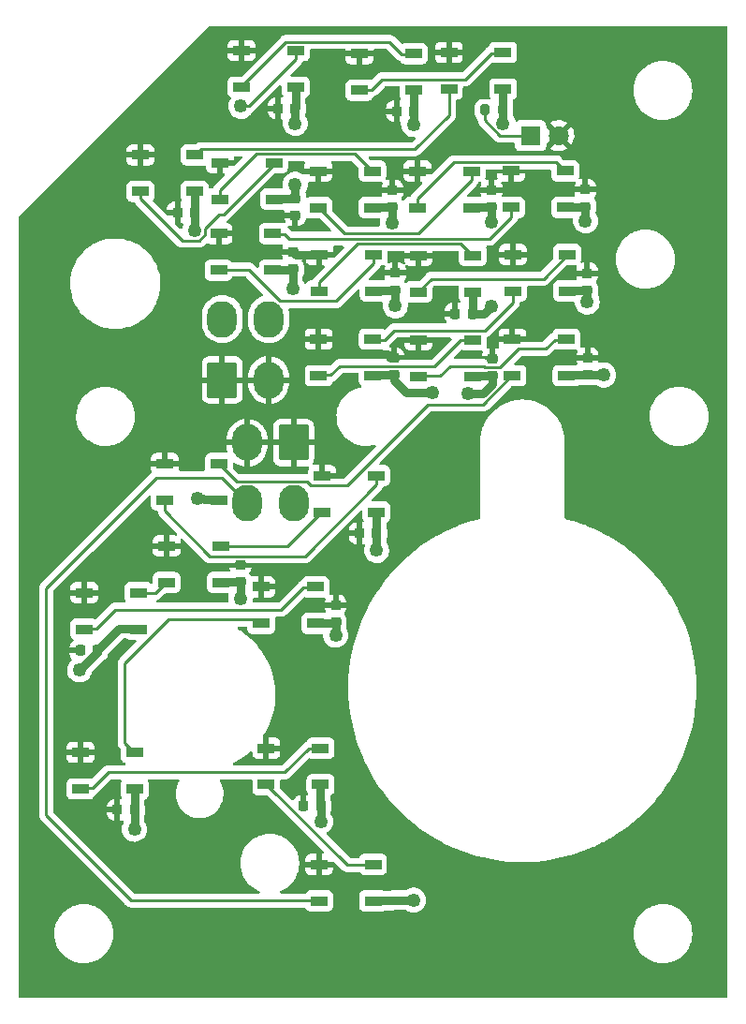
<source format=gbr>
%TF.GenerationSoftware,KiCad,Pcbnew,(6.0.9)*%
%TF.CreationDate,2023-04-01T14:10:47-08:00*%
%TF.ProjectId,LANDING GEAR PANEL,4c414e44-494e-4472-9047-454152205041,3*%
%TF.SameCoordinates,Original*%
%TF.FileFunction,Copper,L1,Top*%
%TF.FilePolarity,Positive*%
%FSLAX46Y46*%
G04 Gerber Fmt 4.6, Leading zero omitted, Abs format (unit mm)*
G04 Created by KiCad (PCBNEW (6.0.9)) date 2023-04-01 14:10:47*
%MOMM*%
%LPD*%
G01*
G04 APERTURE LIST*
G04 Aperture macros list*
%AMRoundRect*
0 Rectangle with rounded corners*
0 $1 Rounding radius*
0 $2 $3 $4 $5 $6 $7 $8 $9 X,Y pos of 4 corners*
0 Add a 4 corners polygon primitive as box body*
4,1,4,$2,$3,$4,$5,$6,$7,$8,$9,$2,$3,0*
0 Add four circle primitives for the rounded corners*
1,1,$1+$1,$2,$3*
1,1,$1+$1,$4,$5*
1,1,$1+$1,$6,$7*
1,1,$1+$1,$8,$9*
0 Add four rect primitives between the rounded corners*
20,1,$1+$1,$2,$3,$4,$5,0*
20,1,$1+$1,$4,$5,$6,$7,0*
20,1,$1+$1,$6,$7,$8,$9,0*
20,1,$1+$1,$8,$9,$2,$3,0*%
G04 Aperture macros list end*
%TA.AperFunction,SMDPad,CuDef*%
%ADD10R,1.500000X0.900000*%
%TD*%
%TA.AperFunction,SMDPad,CuDef*%
%ADD11RoundRect,0.225000X-0.225000X-0.250000X0.225000X-0.250000X0.225000X0.250000X-0.225000X0.250000X0*%
%TD*%
%TA.AperFunction,SMDPad,CuDef*%
%ADD12RoundRect,0.225000X-0.250000X0.225000X-0.250000X-0.225000X0.250000X-0.225000X0.250000X0.225000X0*%
%TD*%
%TA.AperFunction,SMDPad,CuDef*%
%ADD13RoundRect,0.225000X0.250000X-0.225000X0.250000X0.225000X-0.250000X0.225000X-0.250000X-0.225000X0*%
%TD*%
%TA.AperFunction,SMDPad,CuDef*%
%ADD14RoundRect,0.200000X-0.200000X-0.275000X0.200000X-0.275000X0.200000X0.275000X-0.200000X0.275000X0*%
%TD*%
%TA.AperFunction,ComponentPad*%
%ADD15RoundRect,0.250001X1.099999X1.399999X-1.099999X1.399999X-1.099999X-1.399999X1.099999X-1.399999X0*%
%TD*%
%TA.AperFunction,ComponentPad*%
%ADD16O,2.700000X3.300000*%
%TD*%
%TA.AperFunction,ComponentPad*%
%ADD17R,1.800000X1.800000*%
%TD*%
%TA.AperFunction,ComponentPad*%
%ADD18C,1.800000*%
%TD*%
%TA.AperFunction,ComponentPad*%
%ADD19RoundRect,0.250001X-1.099999X-1.399999X1.099999X-1.399999X1.099999X1.399999X-1.099999X1.399999X0*%
%TD*%
%TA.AperFunction,ViaPad*%
%ADD20C,1.250000*%
%TD*%
%TA.AperFunction,Conductor*%
%ADD21C,0.250000*%
%TD*%
%TA.AperFunction,Conductor*%
%ADD22C,0.750000*%
%TD*%
G04 APERTURE END LIST*
D10*
%TO.P,D1,1,VDD*%
%TO.N,/LED+5V*%
X82995600Y-41225200D03*
%TO.P,D1,2,DOUT*%
%TO.N,Net-(D1-Pad2)*%
X82995600Y-44525200D03*
%TO.P,D1,3,VSS*%
%TO.N,/LEDGND*%
X87895600Y-44525200D03*
%TO.P,D1,4,DIN*%
%TO.N,/DATAIN*%
X87895600Y-41225200D03*
%TD*%
%TO.P,D2,1,VDD*%
%TO.N,/LED+5V*%
X93675200Y-41504400D03*
%TO.P,D2,2,DOUT*%
%TO.N,Net-(D2-Pad2)*%
X93675200Y-44804400D03*
%TO.P,D2,3,VSS*%
%TO.N,/LEDGND*%
X98575200Y-44804400D03*
%TO.P,D2,4,DIN*%
%TO.N,Net-(D1-Pad2)*%
X98575200Y-41504400D03*
%TD*%
%TO.P,D3,1,VDD*%
%TO.N,/LED+5V*%
X101752000Y-41402800D03*
%TO.P,D3,2,DOUT*%
%TO.N,Net-(D3-Pad2)*%
X101752000Y-44702800D03*
%TO.P,D3,3,VSS*%
%TO.N,/LEDGND*%
X106652000Y-44702800D03*
%TO.P,D3,4,DIN*%
%TO.N,Net-(D2-Pad2)*%
X106652000Y-41402800D03*
%TD*%
%TO.P,D4,1,VDD*%
%TO.N,/LED+5V*%
X73863200Y-50648400D03*
%TO.P,D4,2,DOUT*%
%TO.N,Net-(D4-Pad2)*%
X73863200Y-53948400D03*
%TO.P,D4,3,VSS*%
%TO.N,/LEDGND*%
X78763200Y-53948400D03*
%TO.P,D4,4,DIN*%
%TO.N,Net-(D3-Pad2)*%
X78763200Y-50648400D03*
%TD*%
%TO.P,D5,1,VDD*%
%TO.N,/LED+5V*%
X81026000Y-51359600D03*
%TO.P,D5,2,DOUT*%
%TO.N,Net-(D5-Pad2)*%
X81026000Y-54659600D03*
%TO.P,D5,3,VSS*%
%TO.N,/LEDGND*%
X85926000Y-54659600D03*
%TO.P,D5,4,DIN*%
%TO.N,Net-(D4-Pad2)*%
X85926000Y-51359600D03*
%TD*%
%TO.P,D6,1,VDD*%
%TO.N,/LED+5V*%
X89916000Y-52121600D03*
%TO.P,D6,2,DOUT*%
%TO.N,Net-(D6-Pad2)*%
X89916000Y-55421600D03*
%TO.P,D6,3,VSS*%
%TO.N,/LEDGND*%
X94816000Y-55421600D03*
%TO.P,D6,4,DIN*%
%TO.N,Net-(D5-Pad2)*%
X94816000Y-52121600D03*
%TD*%
%TO.P,D7,1,VDD*%
%TO.N,/LED+5V*%
X98908000Y-52121600D03*
%TO.P,D7,2,DOUT*%
%TO.N,Net-(D7-Pad2)*%
X98908000Y-55421600D03*
%TO.P,D7,3,VSS*%
%TO.N,/LEDGND*%
X103808000Y-55421600D03*
%TO.P,D7,4,DIN*%
%TO.N,Net-(D6-Pad2)*%
X103808000Y-52121600D03*
%TD*%
%TO.P,D8,1,VDD*%
%TO.N,/LED+5V*%
X107380000Y-52096400D03*
%TO.P,D8,2,DOUT*%
%TO.N,Net-(D8-Pad2)*%
X107380000Y-55396400D03*
%TO.P,D8,3,VSS*%
%TO.N,/LEDGND*%
X112280000Y-55396400D03*
%TO.P,D8,4,DIN*%
%TO.N,Net-(D7-Pad2)*%
X112280000Y-52096400D03*
%TD*%
%TO.P,D9,1,VDD*%
%TO.N,/LED+5V*%
X80924400Y-57760400D03*
%TO.P,D9,2,DOUT*%
%TO.N,Net-(D10-Pad4)*%
X80924400Y-61060400D03*
%TO.P,D9,3,VSS*%
%TO.N,/LEDGND*%
X85824400Y-61060400D03*
%TO.P,D9,4,DIN*%
%TO.N,Net-(D8-Pad2)*%
X85824400Y-57760400D03*
%TD*%
%TO.P,D10,1,VDD*%
%TO.N,/LED+5V*%
X90056800Y-59665600D03*
%TO.P,D10,2,DOUT*%
%TO.N,Net-(D10-Pad2)*%
X90056800Y-62965600D03*
%TO.P,D10,3,VSS*%
%TO.N,/LEDGND*%
X94956800Y-62965600D03*
%TO.P,D10,4,DIN*%
%TO.N,Net-(D10-Pad4)*%
X94956800Y-59665600D03*
%TD*%
%TO.P,D11,1,VDD*%
%TO.N,/LED+5V*%
X99009000Y-59741600D03*
%TO.P,D11,2,DOUT*%
%TO.N,Net-(D11-Pad2)*%
X99009000Y-63041600D03*
%TO.P,D11,3,VSS*%
%TO.N,/LEDGND*%
X103909000Y-63041600D03*
%TO.P,D11,4,DIN*%
%TO.N,Net-(D10-Pad2)*%
X103909000Y-59741600D03*
%TD*%
%TO.P,D12,1,VDD*%
%TO.N,/LED+5V*%
X107532000Y-59665600D03*
%TO.P,D12,2,DOUT*%
%TO.N,Net-(D12-Pad2)*%
X107532000Y-62965600D03*
%TO.P,D12,3,VSS*%
%TO.N,/LEDGND*%
X112432000Y-62965600D03*
%TO.P,D12,4,DIN*%
%TO.N,Net-(D11-Pad2)*%
X112432000Y-59665600D03*
%TD*%
%TO.P,D13,1,VDD*%
%TO.N,/LED+5V*%
X89966800Y-67310800D03*
%TO.P,D13,2,DOUT*%
%TO.N,Net-(D13-Pad2)*%
X89966800Y-70610800D03*
%TO.P,D13,3,VSS*%
%TO.N,/LEDGND*%
X94866800Y-70610800D03*
%TO.P,D13,4,DIN*%
%TO.N,Net-(D12-Pad2)*%
X94866800Y-67310800D03*
%TD*%
%TO.P,D14,1,VDD*%
%TO.N,/LED+5V*%
X99009000Y-67361600D03*
%TO.P,D14,2,DOUT*%
%TO.N,Net-(D14-Pad2)*%
X99009000Y-70661600D03*
%TO.P,D14,3,VSS*%
%TO.N,/LEDGND*%
X103909000Y-70661600D03*
%TO.P,D14,4,DIN*%
%TO.N,Net-(D13-Pad2)*%
X103909000Y-67361600D03*
%TD*%
%TO.P,D15,1,VDD*%
%TO.N,/LED+5V*%
X107493000Y-67310800D03*
%TO.P,D15,2,DOUT*%
%TO.N,Net-(D15-Pad2)*%
X107493000Y-70610800D03*
%TO.P,D15,3,VSS*%
%TO.N,/LEDGND*%
X112393000Y-70610800D03*
%TO.P,D15,4,DIN*%
%TO.N,Net-(D14-Pad2)*%
X112393000Y-67310800D03*
%TD*%
%TO.P,D16,1,VDD*%
%TO.N,/LED+5V*%
X76050000Y-78550000D03*
%TO.P,D16,2,DOUT*%
%TO.N,Net-(D16-Pad2)*%
X76050000Y-81850000D03*
%TO.P,D16,3,VSS*%
%TO.N,/LEDGND*%
X80950000Y-81850000D03*
%TO.P,D16,4,DIN*%
%TO.N,Net-(D15-Pad2)*%
X80950000Y-78550000D03*
%TD*%
%TO.P,D17,1,VDD*%
%TO.N,/LED+5V*%
X90300000Y-79650000D03*
%TO.P,D17,2,DOUT*%
%TO.N,Net-(D17-Pad2)*%
X90300000Y-82950000D03*
%TO.P,D17,3,VSS*%
%TO.N,/LEDGND*%
X95200000Y-82950000D03*
%TO.P,D17,4,DIN*%
%TO.N,Net-(D16-Pad2)*%
X95200000Y-79650000D03*
%TD*%
%TO.P,D18,1,VDD*%
%TO.N,/LED+5V*%
X76200000Y-86005200D03*
%TO.P,D18,2,DOUT*%
%TO.N,Net-(D18-Pad2)*%
X76200000Y-89305200D03*
%TO.P,D18,3,VSS*%
%TO.N,/LEDGND*%
X81100000Y-89305200D03*
%TO.P,D18,4,DIN*%
%TO.N,Net-(D17-Pad2)*%
X81100000Y-86005200D03*
%TD*%
%TO.P,D19,1,VDD*%
%TO.N,/LED+5V*%
X68783200Y-90221600D03*
%TO.P,D19,2,DOUT*%
%TO.N,Net-(D19-Pad2)*%
X68783200Y-93521600D03*
%TO.P,D19,3,VSS*%
%TO.N,/LEDGND*%
X73683200Y-93521600D03*
%TO.P,D19,4,DIN*%
%TO.N,Net-(D18-Pad2)*%
X73683200Y-90221600D03*
%TD*%
%TO.P,D20,1,VDD*%
%TO.N,/LED+5V*%
X84773600Y-89688400D03*
%TO.P,D20,2,DOUT*%
%TO.N,Net-(D20-Pad2)*%
X84773600Y-92988400D03*
%TO.P,D20,3,VSS*%
%TO.N,/LEDGND*%
X89673600Y-92988400D03*
%TO.P,D20,4,DIN*%
%TO.N,Net-(D19-Pad2)*%
X89673600Y-89688400D03*
%TD*%
%TO.P,D21,1,VDD*%
%TO.N,/LED+5V*%
X68427600Y-104649000D03*
%TO.P,D21,2,DOUT*%
%TO.N,Net-(D21-Pad2)*%
X68427600Y-107949000D03*
%TO.P,D21,3,VSS*%
%TO.N,/LEDGND*%
X73327600Y-107949000D03*
%TO.P,D21,4,DIN*%
%TO.N,Net-(D20-Pad2)*%
X73327600Y-104649000D03*
%TD*%
%TO.P,D22,1,VDD*%
%TO.N,/LED+5V*%
X85230800Y-104268000D03*
%TO.P,D22,2,DOUT*%
%TO.N,Net-(D22-Pad2)*%
X85230800Y-107568000D03*
%TO.P,D22,3,VSS*%
%TO.N,/LEDGND*%
X90130800Y-107568000D03*
%TO.P,D22,4,DIN*%
%TO.N,Net-(D21-Pad2)*%
X90130800Y-104268000D03*
%TD*%
%TO.P,D23,1,VDD*%
%TO.N,/LED+5V*%
X89994400Y-114784000D03*
%TO.P,D23,2,DOUT*%
%TO.N,/DATAOUT*%
X89994400Y-118084000D03*
%TO.P,D23,3,VSS*%
%TO.N,/LEDGND*%
X94894400Y-118084000D03*
%TO.P,D23,4,DIN*%
%TO.N,Net-(D22-Pad2)*%
X94894400Y-114784000D03*
%TD*%
D11*
%TO.P,C2,1*%
%TO.N,/LED+5V*%
X86300000Y-46450000D03*
%TO.P,C2,2*%
%TO.N,/LEDGND*%
X87850000Y-46450000D03*
%TD*%
%TO.P,C3,1*%
%TO.N,/LED+5V*%
X97025000Y-46700000D03*
%TO.P,C3,2*%
%TO.N,/LEDGND*%
X98575000Y-46700000D03*
%TD*%
D12*
%TO.P,C4,1*%
%TO.N,/LED+5V*%
X114250000Y-61350000D03*
%TO.P,C4,2*%
%TO.N,/LEDGND*%
X114250000Y-62900000D03*
%TD*%
%TO.P,C5,1*%
%TO.N,/LED+5V*%
X114100000Y-53800000D03*
%TO.P,C5,2*%
%TO.N,/LEDGND*%
X114100000Y-55350000D03*
%TD*%
D11*
%TO.P,C6,1*%
%TO.N,/LED+5V*%
X102325000Y-65000000D03*
%TO.P,C6,2*%
%TO.N,/LEDGND*%
X103875000Y-65000000D03*
%TD*%
D12*
%TO.P,C8,1*%
%TO.N,/LED+5V*%
X105600000Y-53825000D03*
%TO.P,C8,2*%
%TO.N,/LEDGND*%
X105600000Y-55375000D03*
%TD*%
D11*
%TO.P,C9,1*%
%TO.N,/LED+5V*%
X77200000Y-55850000D03*
%TO.P,C9,2*%
%TO.N,/LEDGND*%
X78750000Y-55850000D03*
%TD*%
D13*
%TO.P,C10,1*%
%TO.N,/LED+5V*%
X87850000Y-56125000D03*
%TO.P,C10,2*%
%TO.N,/LEDGND*%
X87850000Y-54575000D03*
%TD*%
D12*
%TO.P,C11,1*%
%TO.N,/LED+5V*%
X82900000Y-87700000D03*
%TO.P,C11,2*%
%TO.N,/LEDGND*%
X82900000Y-89250000D03*
%TD*%
D11*
%TO.P,C13,1*%
%TO.N,/LED+5V*%
X68400000Y-95450000D03*
%TO.P,C13,2*%
%TO.N,/LEDGND*%
X69950000Y-95450000D03*
%TD*%
%TO.P,C14,1*%
%TO.N,/LED+5V*%
X71750000Y-109850000D03*
%TO.P,C14,2*%
%TO.N,/LEDGND*%
X73300000Y-109850000D03*
%TD*%
%TO.P,C15,1*%
%TO.N,/LED+5V*%
X88600000Y-109500000D03*
%TO.P,C15,2*%
%TO.N,/LEDGND*%
X90150000Y-109500000D03*
%TD*%
%TO.P,C16,1*%
%TO.N,/LED+5V*%
X93650000Y-84850000D03*
%TO.P,C16,2*%
%TO.N,/LEDGND*%
X95200000Y-84850000D03*
%TD*%
D12*
%TO.P,C17,1*%
%TO.N,/LED+5V*%
X91500000Y-91350000D03*
%TO.P,C17,2*%
%TO.N,/LEDGND*%
X91500000Y-92900000D03*
%TD*%
D14*
%TO.P,R1,1*%
%TO.N,Net-(D24-Pad1)*%
X105000000Y-46600000D03*
%TO.P,R1,2*%
%TO.N,/LEDGND*%
X106650000Y-46600000D03*
%TD*%
D12*
%TO.P,C7,1*%
%TO.N,/LED+5V*%
X96900000Y-61337500D03*
%TO.P,C7,2*%
%TO.N,/LEDGND*%
X96900000Y-62887500D03*
%TD*%
%TO.P,C12,1*%
%TO.N,/LED+5V*%
X96650000Y-53850000D03*
%TO.P,C12,2*%
%TO.N,/LEDGND*%
X96650000Y-55400000D03*
%TD*%
%TO.P,C18,1*%
%TO.N,/LED+5V*%
X96750000Y-69012500D03*
%TO.P,C18,2*%
%TO.N,/LEDGND*%
X96750000Y-70562500D03*
%TD*%
%TO.P,C19,1*%
%TO.N,/LED+5V*%
X105700000Y-69087500D03*
%TO.P,C19,2*%
%TO.N,/LEDGND*%
X105700000Y-70637500D03*
%TD*%
%TO.P,C20,1*%
%TO.N,/LED+5V*%
X114300000Y-68987500D03*
%TO.P,C20,2*%
%TO.N,/LEDGND*%
X114300000Y-70537500D03*
%TD*%
%TO.P,C21,1*%
%TO.N,/LED+5V*%
X87650000Y-59437500D03*
%TO.P,C21,2*%
%TO.N,/LEDGND*%
X87650000Y-60987500D03*
%TD*%
D15*
%TO.P,J1,1,Pin_1*%
%TO.N,/LED+5V*%
X87700000Y-76650000D03*
D16*
%TO.P,J1,2,Pin_2*%
X83500000Y-76650000D03*
%TO.P,J1,3,Pin_3*%
%TO.N,/LEDGND*%
X87700000Y-82150000D03*
%TO.P,J1,4,Pin_4*%
%TO.N,/DATAOUT*%
X83500000Y-82150000D03*
%TD*%
D17*
%TO.P,D24,1,K*%
%TO.N,Net-(D24-Pad1)*%
X109144000Y-48920400D03*
D18*
%TO.P,D24,2,A*%
%TO.N,/LED+5V*%
X111684000Y-48920400D03*
%TD*%
D19*
%TO.P,J2,1,Pin_1*%
%TO.N,/LED+5V*%
X81250000Y-71000000D03*
D16*
%TO.P,J2,2,Pin_2*%
X85450000Y-71000000D03*
%TO.P,J2,3,Pin_3*%
%TO.N,/LEDGND*%
X81250000Y-65500000D03*
%TO.P,J2,4,Pin_4*%
%TO.N,/DATAIN*%
X85450000Y-65500000D03*
%TD*%
D20*
%TO.N,/LEDGND*%
X68350000Y-97200000D03*
X91500000Y-94050000D03*
X103450000Y-72250000D03*
X95200000Y-86400000D03*
X98550000Y-47900000D03*
X115750000Y-70550000D03*
X96650000Y-56800000D03*
X98550000Y-118000000D03*
X114250000Y-63950000D03*
X78967400Y-81665300D03*
X87650000Y-62700000D03*
X96900000Y-64300000D03*
X73300000Y-111600000D03*
X105600000Y-64350000D03*
X100250000Y-72150000D03*
X78750000Y-57450000D03*
X87850000Y-47800000D03*
X90150000Y-110900000D03*
X114100000Y-56600000D03*
X82900000Y-90800000D03*
X87850000Y-53300000D03*
X105600000Y-56700000D03*
X106650000Y-47800000D03*
%TO.N,/LED+5V*%
X79134500Y-52298400D03*
%TO.N,/DATAIN*%
X82919500Y-46269500D03*
%TD*%
D21*
%TO.N,Net-(D1-Pad2)*%
X97499900Y-41554400D02*
X98575200Y-41554400D01*
X82995600Y-44462700D02*
X87008500Y-40449800D01*
X82995600Y-44475200D02*
X82995600Y-44462700D01*
X96395300Y-40449800D02*
X97499900Y-41554400D01*
X87008500Y-40449800D02*
X96395300Y-40449800D01*
%TO.N,Net-(D2-Pad2)*%
X95677500Y-43827400D02*
X103202100Y-43827400D01*
X106652000Y-41452800D02*
X105576700Y-41452800D01*
X94750500Y-44754400D02*
X95677500Y-43827400D01*
X103202100Y-43827400D02*
X105576700Y-41452800D01*
X93675200Y-44754400D02*
X94750500Y-44754400D01*
%TO.N,Net-(D3-Pad2)*%
X101752000Y-47070602D02*
X98688013Y-50134589D01*
X98688013Y-50134589D02*
X79327011Y-50134589D01*
X79327011Y-50134589D02*
X78763200Y-50698400D01*
X101752000Y-44652800D02*
X101752000Y-47070602D01*
%TO.N,Net-(D4-Pad2)*%
X81378500Y-56022500D02*
X85926000Y-51475000D01*
X73863200Y-53898400D02*
X73863200Y-54648400D01*
X79700400Y-57850100D02*
X79700400Y-57309400D01*
X73863200Y-54648400D02*
X77625300Y-58410500D01*
X85926000Y-51475000D02*
X85926000Y-51409600D01*
X77625300Y-58410500D02*
X79140000Y-58410500D01*
X79700400Y-57309400D02*
X80987300Y-56022500D01*
X80987300Y-56022500D02*
X81378500Y-56022500D01*
X79140000Y-58410500D02*
X79700400Y-57850100D01*
%TO.N,Net-(D5-Pad2)*%
X84301001Y-50584599D02*
X93228999Y-50584599D01*
X81026000Y-53859600D02*
X84301001Y-50584599D01*
X93228999Y-50584599D02*
X94816000Y-52171600D01*
X81026000Y-54609600D02*
X81026000Y-53859600D01*
%TO.N,Net-(D6-Pad2)*%
X103808000Y-52171600D02*
X103808000Y-52921600D01*
X98979599Y-57750001D02*
X92294401Y-57750001D01*
X103808000Y-52921600D02*
X98979599Y-57750001D01*
X92294401Y-57750001D02*
X89916000Y-55371600D01*
%TO.N,Net-(D7-Pad2)*%
X98908000Y-55371600D02*
X98908000Y-54621600D01*
X98908000Y-54621600D02*
X102208201Y-51321399D01*
X102208201Y-51321399D02*
X111454999Y-51321399D01*
X111454999Y-51321399D02*
X112280000Y-52146400D01*
%TO.N,Net-(D8-Pad2)*%
X85824400Y-57810400D02*
X86899700Y-57810400D01*
X87337100Y-58247800D02*
X86899700Y-57810400D01*
X105414800Y-58247800D02*
X87337100Y-58247800D01*
X107380000Y-55346400D02*
X107380000Y-56282600D01*
X107380000Y-56282600D02*
X105414800Y-58247800D01*
%TO.N,Net-(D10-Pad4)*%
X83629221Y-61010400D02*
X80924400Y-61010400D01*
X86499821Y-63881000D02*
X83629221Y-61010400D01*
X94956800Y-60465600D02*
X91541400Y-63881000D01*
X91541400Y-63881000D02*
X86499821Y-63881000D01*
X94956800Y-59715600D02*
X94956800Y-60465600D01*
%TO.N,Net-(D10-Pad2)*%
X90056800Y-62915600D02*
X90056800Y-62165600D01*
X93524590Y-58697810D02*
X102815210Y-58697810D01*
X102815210Y-58697810D02*
X103909000Y-59791600D01*
X90056800Y-62165600D02*
X93524590Y-58697810D01*
%TO.N,Net-(D11-Pad2)*%
X110297600Y-61850000D02*
X100150600Y-61850000D01*
X100150600Y-61850000D02*
X99009000Y-62991600D01*
X112432000Y-59715600D02*
X110297600Y-61850000D01*
%TO.N,Net-(D12-Pad2)*%
X104986300Y-66535500D02*
X96767400Y-66535500D01*
X107532000Y-63989800D02*
X104986300Y-66535500D01*
X94866800Y-67360800D02*
X95942100Y-67360800D01*
X96767400Y-66535500D02*
X95942100Y-67360800D01*
X107532000Y-62915600D02*
X107532000Y-63989800D01*
%TO.N,Net-(D13-Pad2)*%
X95958500Y-69735400D02*
X96009300Y-69786200D01*
X89966800Y-70560800D02*
X91042100Y-70560800D01*
X100459100Y-69786200D02*
X102833700Y-67411600D01*
X91042100Y-70560800D02*
X91867500Y-69735400D01*
X96009300Y-69786200D02*
X100459100Y-69786200D01*
X103909000Y-67411600D02*
X102833700Y-67411600D01*
X91867500Y-69735400D02*
X95958500Y-69735400D01*
%TO.N,Net-(D14-Pad2)*%
X101829000Y-69762700D02*
X104909900Y-69762700D01*
X105009700Y-69862500D02*
X106374100Y-69862500D01*
X99009000Y-70611600D02*
X100980100Y-70611600D01*
X100980100Y-70611600D02*
X101829000Y-69762700D01*
X106374100Y-69862500D02*
X108050500Y-68186100D01*
X112393000Y-67360800D02*
X111317700Y-67360800D01*
X110492400Y-68186100D02*
X111317700Y-67360800D01*
X108050500Y-68186100D02*
X110492400Y-68186100D01*
X104909900Y-69762700D02*
X105009700Y-69862500D01*
%TO.N,Net-(D15-Pad2)*%
X99864997Y-73200001D02*
X104853799Y-73200001D01*
X82524990Y-80174990D02*
X88939988Y-80174990D01*
X80950000Y-78600000D02*
X82524990Y-80174990D01*
X92539997Y-80525001D02*
X99864997Y-73200001D01*
X104853799Y-73200001D02*
X107493000Y-70560800D01*
X89289999Y-80525001D02*
X92539997Y-80525001D01*
X88939988Y-80174990D02*
X89289999Y-80525001D01*
%TO.N,Net-(D16-Pad2)*%
X95200000Y-80450000D02*
X88725010Y-86924990D01*
X80134788Y-86924990D02*
X76050000Y-82840202D01*
X76050000Y-82840202D02*
X76050000Y-81800000D01*
X88725010Y-86924990D02*
X80134788Y-86924990D01*
X95200000Y-79700000D02*
X95200000Y-80450000D01*
%TO.N,Net-(D17-Pad2)*%
X81100000Y-86055200D02*
X82175300Y-86055200D01*
X90300000Y-82900000D02*
X87144800Y-86055200D01*
X87144800Y-86055200D02*
X82175300Y-86055200D01*
%TO.N,Net-(D18-Pad2)*%
X73683200Y-90271600D02*
X75183600Y-90271600D01*
X75183600Y-90271600D02*
X76200000Y-89255200D01*
%TO.N,Net-(D19-Pad2)*%
X68783200Y-93471600D02*
X69858500Y-93471600D01*
X71573400Y-91756700D02*
X86580000Y-91756700D01*
X86580000Y-91756700D02*
X88598300Y-89738400D01*
X89673600Y-89738400D02*
X88598300Y-89738400D01*
X69858500Y-93471600D02*
X71573400Y-91756700D01*
%TO.N,Net-(D20-Pad2)*%
X84501669Y-92666469D02*
X84773600Y-92938400D01*
X72419997Y-103791397D02*
X72419997Y-96632468D01*
X76385996Y-92666469D02*
X84501669Y-92666469D01*
X72419997Y-96632468D02*
X76385996Y-92666469D01*
X73327600Y-104699000D02*
X72419997Y-103791397D01*
%TO.N,Net-(D21-Pad2)*%
X69502900Y-107899000D02*
X70946400Y-106455500D01*
X68427600Y-107899000D02*
X69502900Y-107899000D01*
X86918000Y-106455500D02*
X89055500Y-104318000D01*
X90130800Y-104318000D02*
X89055500Y-104318000D01*
X70946400Y-106455500D02*
X86918000Y-106455500D01*
%TO.N,Net-(D22-Pad2)*%
X85230800Y-107518000D02*
X92546800Y-114834000D01*
X92546800Y-114834000D02*
X94894400Y-114834000D01*
D22*
%TO.N,/LEDGND*%
X87850000Y-53300000D02*
X87850000Y-53300000D01*
X105600000Y-64350000D02*
X105600000Y-64350000D01*
X106650000Y-46600000D02*
X106650000Y-47800000D01*
X96700000Y-118000000D02*
X98550000Y-118000000D01*
X106652000Y-46598000D02*
X106650000Y-46600000D01*
X90150000Y-109500000D02*
X90150000Y-110900000D01*
X103875000Y-65000000D02*
X104950000Y-65000000D01*
X87650000Y-61000000D02*
X87650000Y-62700000D01*
X96621600Y-55371600D02*
X96650000Y-55400000D01*
X114300000Y-70550000D02*
X115750000Y-70550000D01*
X96666000Y-118034000D02*
X96700000Y-118000000D01*
X69950000Y-95600000D02*
X68350000Y-97200000D01*
X105597000Y-55371600D02*
X105600000Y-55375000D01*
X103909000Y-64966000D02*
X103875000Y-65000000D01*
X112280000Y-55346400D02*
X114096000Y-55346400D01*
X90130800Y-107518000D02*
X90130800Y-109481000D01*
X78763200Y-55836800D02*
X78750000Y-55850000D01*
X96650000Y-55400000D02*
X96650000Y-56800000D01*
X103808000Y-55371600D02*
X105597000Y-55371600D01*
X114289000Y-70560800D02*
X114300000Y-70550000D01*
X73327600Y-107899000D02*
X73327600Y-109822000D01*
X94956800Y-62915600D02*
X96884400Y-62915600D01*
X87850000Y-54575000D02*
X85960600Y-54575000D01*
X80950000Y-81800000D02*
X79624700Y-81800000D01*
X98575000Y-46700000D02*
X98550000Y-47900000D01*
X105600000Y-55375000D02*
X105600000Y-56700000D01*
X89673600Y-92938400D02*
X91461600Y-92938400D01*
X96750000Y-70575000D02*
X96750000Y-71012500D01*
X71928400Y-93471600D02*
X69950000Y-95450000D01*
X82900000Y-89250000D02*
X82900000Y-90800000D01*
X73327600Y-109822000D02*
X73300000Y-109850000D01*
X87639600Y-61010400D02*
X87650000Y-61000000D01*
X91500000Y-92900000D02*
X91500000Y-94050000D01*
X114096000Y-55346400D02*
X114100000Y-55350000D01*
X87850000Y-46450000D02*
X87850000Y-47800000D01*
X87895600Y-44475200D02*
X87895600Y-46404400D01*
X94816000Y-55371600D02*
X96621600Y-55371600D01*
X112393000Y-70560800D02*
X114289000Y-70560800D01*
X103909000Y-70611600D02*
X105662000Y-70611600D01*
X90130800Y-109481000D02*
X90150000Y-109500000D01*
X85960600Y-54575000D02*
X85926000Y-54609600D01*
X114234000Y-62915600D02*
X114250000Y-62900000D01*
X81100000Y-89255200D02*
X82894800Y-89255200D01*
X87850000Y-54575000D02*
X87850000Y-53300000D01*
X78763200Y-53898400D02*
X78763200Y-55836800D01*
X96900000Y-62900000D02*
X96900000Y-64300000D01*
X96735800Y-70560800D02*
X96750000Y-70575000D01*
X112432000Y-62915600D02*
X114234000Y-62915600D01*
X73300000Y-109850000D02*
X73300000Y-111600000D01*
X78750000Y-55850000D02*
X78750000Y-57450000D01*
X95200000Y-86400000D02*
X95200000Y-86450000D01*
X103909000Y-62991600D02*
X103909000Y-64966000D01*
X82894800Y-89255200D02*
X82900000Y-89250000D01*
X105700000Y-70650000D02*
X105700000Y-71350000D01*
X95200000Y-82900000D02*
X95200000Y-84850000D01*
X85824400Y-61010400D02*
X87639600Y-61010400D01*
X96700000Y-118000000D02*
X96700000Y-117999500D01*
X114100000Y-55350000D02*
X114100000Y-56600000D01*
X98575200Y-46699800D02*
X98575000Y-46700000D01*
X94894400Y-118034000D02*
X96666000Y-118034000D01*
X91461600Y-92938400D02*
X91500000Y-92900000D01*
X95200000Y-84850000D02*
X95200000Y-86400000D01*
X69950000Y-95450000D02*
X69950000Y-95600000D01*
X98550000Y-47900000D02*
X98575000Y-47875000D01*
X96884400Y-62915600D02*
X96900000Y-62900000D01*
X106652000Y-44652800D02*
X106652000Y-46598000D01*
X78967400Y-81665300D02*
X79490000Y-81665300D01*
X97887500Y-72150000D02*
X100250000Y-72150000D01*
X79490000Y-81665300D02*
X79624700Y-81800000D01*
X98575200Y-44754400D02*
X98575200Y-46699800D01*
X105662000Y-70611600D02*
X105700000Y-70650000D01*
X96750000Y-71012500D02*
X97887500Y-72150000D01*
X114250000Y-62900000D02*
X114250000Y-63950000D01*
X105700000Y-71350000D02*
X104800000Y-72250000D01*
X104950000Y-65000000D02*
X105600000Y-64350000D01*
X87895600Y-46404400D02*
X87850000Y-46450000D01*
X104800000Y-72250000D02*
X103450000Y-72250000D01*
X73683200Y-93471600D02*
X71928400Y-93471600D01*
X94866800Y-70560800D02*
X96735800Y-70560800D01*
%TO.N,/LED+5V*%
X90056800Y-59715600D02*
X87940600Y-59715600D01*
X96481000Y-69000000D02*
X96188000Y-68707000D01*
X96188000Y-68707000D02*
X94869000Y-68707000D01*
X96750000Y-69000000D02*
X96481000Y-69000000D01*
X87940600Y-59715600D02*
X87650000Y-59425000D01*
D21*
%TO.N,Net-(D24-Pad1)*%
X105000000Y-47533800D02*
X105000000Y-46600000D01*
X106386600Y-48920400D02*
X105000000Y-47533800D01*
X109144000Y-48920400D02*
X106386600Y-48920400D01*
%TO.N,/DATAIN*%
X87895600Y-42025200D02*
X83651300Y-46269500D01*
X87895600Y-41275200D02*
X87895600Y-42025200D01*
X83651300Y-46269500D02*
X82919500Y-46269500D01*
%TO.N,/DATAOUT*%
X83024999Y-82625001D02*
X83500000Y-82150000D01*
X81200000Y-79850000D02*
X83500000Y-82150000D01*
X65300000Y-110300000D02*
X65300000Y-89850000D01*
X65300000Y-89850000D02*
X75300000Y-79850000D01*
X89994400Y-118034000D02*
X73034000Y-118034000D01*
X75300000Y-79850000D02*
X81200000Y-79850000D01*
X73034000Y-118034000D02*
X65300000Y-110300000D01*
%TD*%
%TA.AperFunction,Conductor*%
%TO.N,/LED+5V*%
G36*
X126890821Y-39009502D02*
G01*
X126937314Y-39063158D01*
X126948700Y-39115500D01*
X126948700Y-126746500D01*
X126928698Y-126814621D01*
X126875042Y-126861114D01*
X126822700Y-126872500D01*
X63004200Y-126872500D01*
X62936079Y-126852498D01*
X62889586Y-126798842D01*
X62878200Y-126746500D01*
X62878200Y-121003082D01*
X66053833Y-121003082D01*
X66054022Y-121006874D01*
X66055223Y-121031000D01*
X66058003Y-121086833D01*
X66069787Y-121323553D01*
X66070430Y-121327293D01*
X66123482Y-121636041D01*
X66123484Y-121636049D01*
X66124126Y-121639786D01*
X66125214Y-121643425D01*
X66125215Y-121643428D01*
X66214975Y-121943564D01*
X66214977Y-121943569D01*
X66216063Y-121947201D01*
X66217576Y-121950672D01*
X66217578Y-121950678D01*
X66250141Y-122025390D01*
X66344265Y-122241345D01*
X66506876Y-122517956D01*
X66509177Y-122520971D01*
X66699241Y-122770015D01*
X66699246Y-122770020D01*
X66701541Y-122773028D01*
X66925440Y-123002866D01*
X66994205Y-123058253D01*
X67172376Y-123201763D01*
X67172381Y-123201767D01*
X67175329Y-123204141D01*
X67447589Y-123373938D01*
X67738275Y-123509796D01*
X67741884Y-123510979D01*
X68039574Y-123608567D01*
X68039578Y-123608568D01*
X68043178Y-123609748D01*
X68357881Y-123672347D01*
X68517853Y-123684516D01*
X68674047Y-123696397D01*
X68674052Y-123696397D01*
X68677824Y-123696684D01*
X68998374Y-123682408D01*
X69002123Y-123681784D01*
X69311147Y-123630349D01*
X69311152Y-123630348D01*
X69314888Y-123629726D01*
X69622780Y-123539400D01*
X69626247Y-123537910D01*
X69626251Y-123537909D01*
X69914106Y-123414237D01*
X69914108Y-123414236D01*
X69917590Y-123412740D01*
X70195049Y-123251579D01*
X70198073Y-123249296D01*
X70198075Y-123249295D01*
X70448113Y-123060535D01*
X70448114Y-123060534D01*
X70451137Y-123058252D01*
X70682144Y-122835560D01*
X70684542Y-122832615D01*
X70684543Y-122832614D01*
X70882325Y-122589676D01*
X70882325Y-122589675D01*
X70884725Y-122586728D01*
X71055945Y-122315362D01*
X71193324Y-122025390D01*
X71294871Y-121721015D01*
X71359116Y-121406645D01*
X71385128Y-121086833D01*
X71385713Y-121031000D01*
X71384030Y-121003082D01*
X118441332Y-121003082D01*
X118441521Y-121006874D01*
X118442722Y-121031000D01*
X118445502Y-121086833D01*
X118457286Y-121323553D01*
X118457929Y-121327293D01*
X118494319Y-121539070D01*
X118511625Y-121639787D01*
X118512713Y-121643426D01*
X118512714Y-121643429D01*
X118552789Y-121777428D01*
X118603562Y-121947202D01*
X118605075Y-121950673D01*
X118605077Y-121950679D01*
X118639135Y-122028820D01*
X118731764Y-122241345D01*
X118733687Y-122244616D01*
X118733689Y-122244620D01*
X118892453Y-122514686D01*
X118892458Y-122514694D01*
X118894376Y-122517956D01*
X118896677Y-122520971D01*
X118998895Y-122654908D01*
X119089041Y-122773028D01*
X119091685Y-122775742D01*
X119091694Y-122775752D01*
X119310287Y-123000145D01*
X119312939Y-123002867D01*
X119315883Y-123005238D01*
X119315886Y-123005241D01*
X119559875Y-123201764D01*
X119559880Y-123201768D01*
X119562828Y-123204142D01*
X119835088Y-123373939D01*
X120125775Y-123509797D01*
X120129381Y-123510979D01*
X120129389Y-123510982D01*
X120427074Y-123608568D01*
X120427081Y-123608570D01*
X120430678Y-123609749D01*
X120745380Y-123672348D01*
X120879855Y-123682577D01*
X121061547Y-123696398D01*
X121061552Y-123696398D01*
X121065324Y-123696685D01*
X121385874Y-123682409D01*
X121389629Y-123681784D01*
X121698647Y-123630350D01*
X121698652Y-123630349D01*
X121702388Y-123629727D01*
X121837765Y-123590012D01*
X122006654Y-123540465D01*
X122006660Y-123540463D01*
X122010280Y-123539401D01*
X122305091Y-123412741D01*
X122582550Y-123251580D01*
X122585572Y-123249299D01*
X122585576Y-123249296D01*
X122835614Y-123060536D01*
X122835615Y-123060535D01*
X122838638Y-123058253D01*
X123069645Y-122835561D01*
X123072039Y-122832620D01*
X123072044Y-122832615D01*
X123269832Y-122589670D01*
X123269835Y-122589666D01*
X123272226Y-122586729D01*
X123443446Y-122315362D01*
X123580824Y-122025391D01*
X123682372Y-121721015D01*
X123746617Y-121406645D01*
X123772629Y-121086833D01*
X123773214Y-121031000D01*
X123771303Y-120999293D01*
X123754133Y-120714492D01*
X123754133Y-120714488D01*
X123753905Y-120710714D01*
X123696258Y-120395066D01*
X123601107Y-120088631D01*
X123587877Y-120059123D01*
X123502367Y-119868411D01*
X123469831Y-119795846D01*
X123304332Y-119520953D01*
X123302005Y-119517969D01*
X123302000Y-119517962D01*
X123109343Y-119270928D01*
X123109341Y-119270925D01*
X123107007Y-119267933D01*
X122880713Y-119040452D01*
X122628730Y-118841805D01*
X122602774Y-118825992D01*
X122357939Y-118676837D01*
X122354707Y-118674868D01*
X122351261Y-118673301D01*
X122351259Y-118673300D01*
X122197813Y-118603533D01*
X122062614Y-118542062D01*
X121756681Y-118445308D01*
X121441340Y-118386008D01*
X121121159Y-118365023D01*
X121117379Y-118365231D01*
X121117378Y-118365231D01*
X121004107Y-118371464D01*
X120800776Y-118382654D01*
X120484831Y-118438648D01*
X120481206Y-118439753D01*
X120481201Y-118439754D01*
X120259499Y-118507324D01*
X120177902Y-118532193D01*
X119884434Y-118661934D01*
X119859383Y-118676838D01*
X119611933Y-118824055D01*
X119611927Y-118824059D01*
X119608678Y-118825992D01*
X119605686Y-118828300D01*
X119605682Y-118828303D01*
X119410053Y-118979229D01*
X119354628Y-119021989D01*
X119351926Y-119024649D01*
X119351919Y-119024655D01*
X119238003Y-119136796D01*
X119125965Y-119247088D01*
X119123601Y-119250055D01*
X119123598Y-119250058D01*
X119106968Y-119270928D01*
X118926001Y-119498028D01*
X118757633Y-119771173D01*
X118747761Y-119792588D01*
X118624885Y-120059123D01*
X118624885Y-120059124D01*
X118623298Y-120062567D01*
X118622139Y-120066167D01*
X118622136Y-120066174D01*
X118613735Y-120092262D01*
X118524944Y-120367989D01*
X118524225Y-120371705D01*
X118524223Y-120371713D01*
X118464713Y-120679297D01*
X118463994Y-120683015D01*
X118441332Y-121003082D01*
X71384030Y-121003082D01*
X71383802Y-120999293D01*
X71366632Y-120714492D01*
X71366632Y-120714488D01*
X71366404Y-120710714D01*
X71308757Y-120395067D01*
X71301506Y-120371713D01*
X71214728Y-120092246D01*
X71213606Y-120088631D01*
X71082330Y-119795847D01*
X70916831Y-119520954D01*
X70914504Y-119517970D01*
X70914499Y-119517963D01*
X70721842Y-119270929D01*
X70721840Y-119270926D01*
X70719506Y-119267934D01*
X70493213Y-119040453D01*
X70241230Y-118841806D01*
X70219074Y-118828308D01*
X69970439Y-118676838D01*
X69970437Y-118676837D01*
X69967207Y-118674869D01*
X69963763Y-118673303D01*
X69963759Y-118673301D01*
X69678565Y-118543631D01*
X69678564Y-118543631D01*
X69675114Y-118542062D01*
X69648775Y-118533732D01*
X69372799Y-118446453D01*
X69372796Y-118446452D01*
X69369181Y-118445309D01*
X69053840Y-118386009D01*
X68733659Y-118365024D01*
X68729879Y-118365232D01*
X68729878Y-118365232D01*
X68616607Y-118371465D01*
X68413276Y-118382655D01*
X68097332Y-118438649D01*
X68093716Y-118439751D01*
X68093708Y-118439753D01*
X67794044Y-118531084D01*
X67790402Y-118532194D01*
X67496934Y-118661935D01*
X67453960Y-118687502D01*
X67224438Y-118824052D01*
X67224434Y-118824055D01*
X67221178Y-118825992D01*
X67218183Y-118828303D01*
X67218176Y-118828308D01*
X66992148Y-119002688D01*
X66967129Y-119021990D01*
X66738466Y-119247089D01*
X66736102Y-119250056D01*
X66736099Y-119250059D01*
X66719469Y-119270929D01*
X66538502Y-119498029D01*
X66370134Y-119771174D01*
X66358760Y-119795846D01*
X66237387Y-120059123D01*
X66235799Y-120062567D01*
X66164308Y-120284572D01*
X66138608Y-120364380D01*
X66137445Y-120367990D01*
X66136726Y-120371706D01*
X66136724Y-120371714D01*
X66077214Y-120679297D01*
X66076495Y-120683015D01*
X66053833Y-121003082D01*
X62878200Y-121003082D01*
X62878200Y-89829943D01*
X64661780Y-89829943D01*
X64662526Y-89837835D01*
X64665941Y-89873961D01*
X64666500Y-89885819D01*
X64666500Y-110221233D01*
X64665973Y-110232416D01*
X64664298Y-110239909D01*
X64664547Y-110247835D01*
X64664547Y-110247836D01*
X64666438Y-110307986D01*
X64666500Y-110311945D01*
X64666500Y-110339856D01*
X64666997Y-110343790D01*
X64666997Y-110343791D01*
X64667005Y-110343856D01*
X64667938Y-110355693D01*
X64669327Y-110399889D01*
X64674978Y-110419339D01*
X64678987Y-110438700D01*
X64681526Y-110458797D01*
X64684445Y-110466168D01*
X64684445Y-110466170D01*
X64697804Y-110499912D01*
X64701649Y-110511142D01*
X64713982Y-110553593D01*
X64718015Y-110560412D01*
X64718017Y-110560417D01*
X64724293Y-110571028D01*
X64732988Y-110588776D01*
X64740448Y-110607617D01*
X64745110Y-110614033D01*
X64745110Y-110614034D01*
X64766436Y-110643387D01*
X64772952Y-110653307D01*
X64785182Y-110673986D01*
X64795458Y-110691362D01*
X64809779Y-110705683D01*
X64822619Y-110720716D01*
X64834528Y-110737107D01*
X64840634Y-110742158D01*
X64868605Y-110765298D01*
X64877384Y-110773288D01*
X72530343Y-118426247D01*
X72537887Y-118434537D01*
X72542000Y-118441018D01*
X72547777Y-118446443D01*
X72591667Y-118487658D01*
X72594509Y-118490413D01*
X72614231Y-118510135D01*
X72617373Y-118512572D01*
X72617433Y-118512619D01*
X72626445Y-118520317D01*
X72648384Y-118540918D01*
X72658679Y-118550586D01*
X72665622Y-118554403D01*
X72676431Y-118560345D01*
X72692953Y-118571198D01*
X72708959Y-118583614D01*
X72716237Y-118586764D01*
X72716238Y-118586764D01*
X72749537Y-118601174D01*
X72760187Y-118606391D01*
X72798940Y-118627695D01*
X72806615Y-118629666D01*
X72806616Y-118629666D01*
X72818562Y-118632733D01*
X72837267Y-118639137D01*
X72855855Y-118647181D01*
X72863678Y-118648420D01*
X72863688Y-118648423D01*
X72899524Y-118654099D01*
X72911144Y-118656505D01*
X72946289Y-118665528D01*
X72953970Y-118667500D01*
X72974224Y-118667500D01*
X72993934Y-118669051D01*
X73013943Y-118672220D01*
X73021835Y-118671474D01*
X73057961Y-118668059D01*
X73069819Y-118667500D01*
X88664018Y-118667500D01*
X88732139Y-118687502D01*
X88778632Y-118741158D01*
X88781999Y-118749269D01*
X88790631Y-118772293D01*
X88793785Y-118780705D01*
X88881139Y-118897261D01*
X88997695Y-118984615D01*
X89134084Y-119035745D01*
X89196266Y-119042500D01*
X90792534Y-119042500D01*
X90854716Y-119035745D01*
X90991105Y-118984615D01*
X91107661Y-118897261D01*
X91195015Y-118780705D01*
X91246145Y-118644316D01*
X91252900Y-118582134D01*
X93635900Y-118582134D01*
X93642655Y-118644316D01*
X93693785Y-118780705D01*
X93781139Y-118897261D01*
X93897695Y-118984615D01*
X94034084Y-119035745D01*
X94096266Y-119042500D01*
X95692534Y-119042500D01*
X95754716Y-119035745D01*
X95891105Y-118984615D01*
X95898290Y-118979230D01*
X95898292Y-118979229D01*
X95947067Y-118942674D01*
X96013574Y-118917826D01*
X96022632Y-118917500D01*
X96586543Y-118917500D01*
X96606255Y-118919051D01*
X96619507Y-118921150D01*
X96626094Y-118920805D01*
X96626098Y-118920805D01*
X96685850Y-118917673D01*
X96692445Y-118917500D01*
X96712306Y-118917500D01*
X96732069Y-118915423D01*
X96738628Y-118914907D01*
X96754427Y-118914079D01*
X96798377Y-118911776D01*
X96798381Y-118911775D01*
X96804971Y-118911430D01*
X96817929Y-118907958D01*
X96837372Y-118904355D01*
X96844137Y-118903644D01*
X96850702Y-118902954D01*
X96856976Y-118900916D01*
X96856983Y-118900914D01*
X96891597Y-118889667D01*
X96930532Y-118883500D01*
X97793638Y-118883500D01*
X97863640Y-118904735D01*
X98006823Y-119000407D01*
X98012131Y-119002688D01*
X98012132Y-119002688D01*
X98192926Y-119080363D01*
X98192929Y-119080364D01*
X98198229Y-119082641D01*
X98203858Y-119083915D01*
X98203859Y-119083915D01*
X98395778Y-119127342D01*
X98395783Y-119127343D01*
X98401415Y-119128617D01*
X98407186Y-119128844D01*
X98407188Y-119128844D01*
X98469508Y-119131292D01*
X98609577Y-119136796D01*
X98712661Y-119121849D01*
X98810030Y-119107732D01*
X98810035Y-119107731D01*
X98815744Y-119106903D01*
X98821208Y-119105048D01*
X98821213Y-119105047D01*
X99005469Y-119042500D01*
X99013011Y-119039940D01*
X99194772Y-118938149D01*
X99354939Y-118804939D01*
X99461481Y-118676837D01*
X99484458Y-118649210D01*
X99488149Y-118644772D01*
X99589940Y-118463011D01*
X99617217Y-118382655D01*
X99655047Y-118271213D01*
X99655048Y-118271208D01*
X99656903Y-118265744D01*
X99657731Y-118260035D01*
X99657732Y-118260030D01*
X99686263Y-118063251D01*
X99686796Y-118059577D01*
X99688356Y-118000000D01*
X99669294Y-117792551D01*
X99612747Y-117592050D01*
X99520608Y-117405211D01*
X99507230Y-117387295D01*
X99399416Y-117242915D01*
X99399415Y-117242914D01*
X99395963Y-117238291D01*
X99242987Y-117096881D01*
X99210046Y-117076097D01*
X99071683Y-116988796D01*
X99066803Y-116985717D01*
X98873311Y-116908522D01*
X98668991Y-116867880D01*
X98663216Y-116867804D01*
X98663212Y-116867804D01*
X98558901Y-116866439D01*
X98460686Y-116865153D01*
X98454989Y-116866132D01*
X98454988Y-116866132D01*
X98261069Y-116899454D01*
X98255372Y-116900433D01*
X98059925Y-116972537D01*
X98054964Y-116975489D01*
X98054963Y-116975489D01*
X97970827Y-117025545D01*
X97880891Y-117079051D01*
X97873844Y-117085231D01*
X97872296Y-117085949D01*
X97871875Y-117086255D01*
X97871815Y-117086172D01*
X97809440Y-117115108D01*
X97790766Y-117116500D01*
X96797617Y-117116500D01*
X96794425Y-117116333D01*
X96792860Y-117116000D01*
X96776293Y-117116000D01*
X96756582Y-117114449D01*
X96753009Y-117113883D01*
X96746493Y-117112851D01*
X96739905Y-117113196D01*
X96739901Y-117113196D01*
X96689703Y-117115827D01*
X96683109Y-117116000D01*
X96607140Y-117116000D01*
X96590903Y-117119451D01*
X96571312Y-117122031D01*
X96561029Y-117122570D01*
X96548071Y-117126042D01*
X96528628Y-117129645D01*
X96515298Y-117131046D01*
X96509019Y-117133086D01*
X96509020Y-117133086D01*
X96481751Y-117141946D01*
X96469012Y-117145360D01*
X96457781Y-117147747D01*
X96431585Y-117150500D01*
X95826226Y-117150500D01*
X95781996Y-117142482D01*
X95780566Y-117141946D01*
X95754716Y-117132255D01*
X95692534Y-117125500D01*
X94096266Y-117125500D01*
X94034084Y-117132255D01*
X93897695Y-117183385D01*
X93781139Y-117270739D01*
X93693785Y-117387295D01*
X93642655Y-117523684D01*
X93635900Y-117585866D01*
X93635900Y-118582134D01*
X91252900Y-118582134D01*
X91252900Y-117585866D01*
X91246145Y-117523684D01*
X91195015Y-117387295D01*
X91107661Y-117270739D01*
X90991105Y-117183385D01*
X90854716Y-117132255D01*
X90792534Y-117125500D01*
X89196266Y-117125500D01*
X89134084Y-117132255D01*
X88997695Y-117183385D01*
X88881139Y-117270739D01*
X88875758Y-117277919D01*
X88875757Y-117277920D01*
X88821687Y-117350065D01*
X88764827Y-117392580D01*
X88720861Y-117400500D01*
X86571400Y-117400500D01*
X86503279Y-117380498D01*
X86456786Y-117326842D01*
X86446682Y-117256568D01*
X86476176Y-117191988D01*
X86521662Y-117158732D01*
X86741606Y-117064237D01*
X86741608Y-117064236D01*
X86745090Y-117062740D01*
X87022549Y-116901579D01*
X87025571Y-116899298D01*
X87025575Y-116899295D01*
X87275613Y-116710535D01*
X87275614Y-116710534D01*
X87278637Y-116708252D01*
X87509644Y-116485560D01*
X87512038Y-116482619D01*
X87512043Y-116482614D01*
X87709825Y-116239676D01*
X87709825Y-116239675D01*
X87712225Y-116236728D01*
X87883445Y-115965362D01*
X88020824Y-115675390D01*
X88122371Y-115371015D01*
X88141243Y-115278669D01*
X88736401Y-115278669D01*
X88736771Y-115285490D01*
X88742295Y-115336352D01*
X88745921Y-115351604D01*
X88791076Y-115472054D01*
X88799614Y-115487649D01*
X88876115Y-115589724D01*
X88888676Y-115602285D01*
X88990751Y-115678786D01*
X89006346Y-115687324D01*
X89126794Y-115732478D01*
X89142049Y-115736105D01*
X89192914Y-115741631D01*
X89199728Y-115742000D01*
X89722285Y-115742000D01*
X89737524Y-115737525D01*
X89738729Y-115736135D01*
X89740400Y-115728452D01*
X89740400Y-115723884D01*
X90248400Y-115723884D01*
X90252875Y-115739123D01*
X90254265Y-115740328D01*
X90261948Y-115741999D01*
X90789069Y-115741999D01*
X90795890Y-115741629D01*
X90846752Y-115736105D01*
X90862004Y-115732479D01*
X90982454Y-115687324D01*
X90998049Y-115678786D01*
X91100124Y-115602285D01*
X91112685Y-115589724D01*
X91189186Y-115487649D01*
X91197724Y-115472054D01*
X91242878Y-115351606D01*
X91246505Y-115336351D01*
X91252031Y-115285486D01*
X91252400Y-115278672D01*
X91252400Y-115056115D01*
X91247925Y-115040876D01*
X91246535Y-115039671D01*
X91238852Y-115038000D01*
X90266515Y-115038000D01*
X90251276Y-115042475D01*
X90250071Y-115043865D01*
X90248400Y-115051548D01*
X90248400Y-115723884D01*
X89740400Y-115723884D01*
X89740400Y-115056115D01*
X89735925Y-115040876D01*
X89734535Y-115039671D01*
X89726852Y-115038000D01*
X88754516Y-115038000D01*
X88739277Y-115042475D01*
X88738072Y-115043865D01*
X88736401Y-115051548D01*
X88736401Y-115278669D01*
X88141243Y-115278669D01*
X88186616Y-115056645D01*
X88212628Y-114736833D01*
X88213213Y-114681000D01*
X88211302Y-114649293D01*
X88203018Y-114511885D01*
X88736400Y-114511885D01*
X88740875Y-114527124D01*
X88742265Y-114528329D01*
X88749948Y-114530000D01*
X89722285Y-114530000D01*
X89737524Y-114525525D01*
X89738729Y-114524135D01*
X89740400Y-114516452D01*
X89740400Y-113844116D01*
X89735925Y-113828877D01*
X89734535Y-113827672D01*
X89726852Y-113826001D01*
X89199731Y-113826001D01*
X89192910Y-113826371D01*
X89142048Y-113831895D01*
X89126796Y-113835521D01*
X89006346Y-113880676D01*
X88990751Y-113889214D01*
X88888676Y-113965715D01*
X88876115Y-113978276D01*
X88799614Y-114080351D01*
X88791076Y-114095946D01*
X88745922Y-114216394D01*
X88742295Y-114231649D01*
X88736769Y-114282514D01*
X88736400Y-114289328D01*
X88736400Y-114511885D01*
X88203018Y-114511885D01*
X88194132Y-114364492D01*
X88194132Y-114364488D01*
X88193904Y-114360714D01*
X88180867Y-114289328D01*
X88136937Y-114048789D01*
X88136936Y-114048785D01*
X88136257Y-114045067D01*
X88127850Y-114017990D01*
X88085212Y-113880676D01*
X88041106Y-113738631D01*
X87909830Y-113445847D01*
X87744331Y-113170954D01*
X87742004Y-113167970D01*
X87741999Y-113167963D01*
X87549342Y-112920929D01*
X87549340Y-112920926D01*
X87547006Y-112917934D01*
X87320713Y-112690453D01*
X87068730Y-112491806D01*
X87046574Y-112478308D01*
X86818400Y-112339303D01*
X86794707Y-112324869D01*
X86791263Y-112323303D01*
X86791259Y-112323301D01*
X86506065Y-112193631D01*
X86506064Y-112193631D01*
X86502614Y-112192062D01*
X86498994Y-112190917D01*
X86200299Y-112096453D01*
X86200296Y-112096452D01*
X86196681Y-112095309D01*
X85881340Y-112036009D01*
X85561159Y-112015024D01*
X85557379Y-112015232D01*
X85557378Y-112015232D01*
X85444107Y-112021465D01*
X85240776Y-112032655D01*
X84924832Y-112088649D01*
X84921216Y-112089751D01*
X84921208Y-112089753D01*
X84645135Y-112173894D01*
X84617902Y-112182194D01*
X84324434Y-112311935D01*
X84271664Y-112343330D01*
X84051938Y-112474052D01*
X84051932Y-112474056D01*
X84048678Y-112475992D01*
X84045676Y-112478308D01*
X83836172Y-112639940D01*
X83794629Y-112671990D01*
X83565966Y-112897089D01*
X83563602Y-112900056D01*
X83563599Y-112900059D01*
X83527031Y-112945949D01*
X83366002Y-113148029D01*
X83197634Y-113421174D01*
X83063299Y-113712567D01*
X82964945Y-114017990D01*
X82964226Y-114021706D01*
X82964224Y-114021714D01*
X82906529Y-114319917D01*
X82903995Y-114333015D01*
X82903728Y-114336791D01*
X82903727Y-114336796D01*
X82881601Y-114649293D01*
X82881333Y-114653082D01*
X82881522Y-114656874D01*
X82882723Y-114681000D01*
X82885503Y-114736833D01*
X82897287Y-114973553D01*
X82897930Y-114977293D01*
X82950895Y-115285531D01*
X82951626Y-115289786D01*
X82952714Y-115293425D01*
X82952715Y-115293428D01*
X83041434Y-115590081D01*
X83043563Y-115597201D01*
X83045076Y-115600672D01*
X83045078Y-115600678D01*
X83106512Y-115741631D01*
X83171765Y-115891345D01*
X83334376Y-116167956D01*
X83336677Y-116170971D01*
X83526741Y-116420015D01*
X83526746Y-116420020D01*
X83529041Y-116423028D01*
X83752940Y-116652866D01*
X83824538Y-116710535D01*
X83999876Y-116851763D01*
X83999881Y-116851767D01*
X84002829Y-116854141D01*
X84275089Y-117023938D01*
X84531952Y-117143988D01*
X84565775Y-117159796D01*
X84565128Y-117161181D01*
X84616192Y-117201030D01*
X84639663Y-117268035D01*
X84623183Y-117337092D01*
X84571984Y-117386277D01*
X84513829Y-117400500D01*
X73348594Y-117400500D01*
X73280473Y-117380498D01*
X73259499Y-117363595D01*
X66041343Y-110145438D01*
X70792000Y-110145438D01*
X70792337Y-110151953D01*
X70801894Y-110244057D01*
X70804788Y-110257456D01*
X70854381Y-110406107D01*
X70860555Y-110419286D01*
X70942788Y-110552173D01*
X70951824Y-110563574D01*
X71062429Y-110673986D01*
X71073840Y-110682998D01*
X71206880Y-110765004D01*
X71220061Y-110771151D01*
X71368814Y-110820491D01*
X71382190Y-110823358D01*
X71473097Y-110832672D01*
X71478126Y-110832929D01*
X71493124Y-110828525D01*
X71494329Y-110827135D01*
X71496000Y-110819452D01*
X71496000Y-110122115D01*
X71491525Y-110106876D01*
X71490135Y-110105671D01*
X71482452Y-110104000D01*
X70810115Y-110104000D01*
X70794876Y-110108475D01*
X70793671Y-110109865D01*
X70792000Y-110117548D01*
X70792000Y-110145438D01*
X66041343Y-110145438D01*
X65970405Y-110074500D01*
X65936379Y-110012188D01*
X65933500Y-109985405D01*
X65933500Y-109577885D01*
X70792000Y-109577885D01*
X70796475Y-109593124D01*
X70797865Y-109594329D01*
X70805548Y-109596000D01*
X71477885Y-109596000D01*
X71493124Y-109591525D01*
X71494329Y-109590135D01*
X71496000Y-109582452D01*
X71496000Y-108885115D01*
X71491525Y-108869876D01*
X71490135Y-108868671D01*
X71482452Y-108867000D01*
X71479562Y-108867000D01*
X71473047Y-108867337D01*
X71380943Y-108876894D01*
X71367544Y-108879788D01*
X71218893Y-108929381D01*
X71205714Y-108935555D01*
X71072827Y-109017788D01*
X71061426Y-109026824D01*
X70951014Y-109137429D01*
X70942002Y-109148840D01*
X70859996Y-109281880D01*
X70853849Y-109295061D01*
X70804509Y-109443814D01*
X70801642Y-109457190D01*
X70792328Y-109548097D01*
X70792000Y-109554514D01*
X70792000Y-109577885D01*
X65933500Y-109577885D01*
X65933500Y-108447134D01*
X67169100Y-108447134D01*
X67175855Y-108509316D01*
X67226985Y-108645705D01*
X67314339Y-108762261D01*
X67430895Y-108849615D01*
X67567284Y-108900745D01*
X67629466Y-108907500D01*
X69225734Y-108907500D01*
X69287916Y-108900745D01*
X69424305Y-108849615D01*
X69540861Y-108762261D01*
X69628215Y-108645705D01*
X69657966Y-108566345D01*
X69700608Y-108509581D01*
X69740795Y-108489579D01*
X69756493Y-108485018D01*
X69763312Y-108480985D01*
X69763317Y-108480983D01*
X69773928Y-108474707D01*
X69791676Y-108466012D01*
X69810517Y-108458552D01*
X69846287Y-108432564D01*
X69856207Y-108426048D01*
X69887435Y-108407580D01*
X69887438Y-108407578D01*
X69894262Y-108403542D01*
X69908583Y-108389221D01*
X69923617Y-108376380D01*
X69933594Y-108369131D01*
X69940007Y-108364472D01*
X69968198Y-108330395D01*
X69976188Y-108321616D01*
X71171899Y-107125905D01*
X71234211Y-107091879D01*
X71260994Y-107089000D01*
X72006403Y-107089000D01*
X72074524Y-107109002D01*
X72121017Y-107162658D01*
X72131121Y-107232932D01*
X72124385Y-107259229D01*
X72078629Y-107381282D01*
X72078627Y-107381288D01*
X72075855Y-107388684D01*
X72069100Y-107450866D01*
X72069100Y-108447134D01*
X72075855Y-108509316D01*
X72126985Y-108645705D01*
X72132371Y-108652891D01*
X72142671Y-108666635D01*
X72167518Y-108733142D01*
X72152464Y-108802524D01*
X72102289Y-108852754D01*
X72030127Y-108867314D01*
X72030118Y-108867492D01*
X72029421Y-108867456D01*
X72028997Y-108867542D01*
X72026911Y-108867328D01*
X72021874Y-108867071D01*
X72006876Y-108871475D01*
X72005671Y-108872865D01*
X72004000Y-108880548D01*
X72004000Y-110814885D01*
X72008475Y-110830124D01*
X72009865Y-110831329D01*
X72017548Y-110833000D01*
X72020438Y-110833000D01*
X72026953Y-110832663D01*
X72119057Y-110823106D01*
X72132456Y-110820212D01*
X72195656Y-110799127D01*
X72266605Y-110796543D01*
X72327689Y-110832727D01*
X72359514Y-110896191D01*
X72351975Y-110966786D01*
X72345084Y-110979896D01*
X72345294Y-110980007D01*
X72278970Y-111106069D01*
X72248296Y-111164370D01*
X72186520Y-111363322D01*
X72162034Y-111570201D01*
X72175659Y-111778078D01*
X72226938Y-111979991D01*
X72314155Y-112169178D01*
X72434387Y-112339303D01*
X72438521Y-112343330D01*
X72538586Y-112440809D01*
X72583609Y-112484669D01*
X72588405Y-112487874D01*
X72588408Y-112487876D01*
X72658123Y-112534458D01*
X72756823Y-112600407D01*
X72762131Y-112602688D01*
X72762132Y-112602688D01*
X72942926Y-112680363D01*
X72942929Y-112680364D01*
X72948229Y-112682641D01*
X72953858Y-112683915D01*
X72953859Y-112683915D01*
X73145778Y-112727342D01*
X73145783Y-112727343D01*
X73151415Y-112728617D01*
X73157186Y-112728844D01*
X73157188Y-112728844D01*
X73219508Y-112731292D01*
X73359577Y-112736796D01*
X73462660Y-112721850D01*
X73560030Y-112707732D01*
X73560035Y-112707731D01*
X73565744Y-112706903D01*
X73571208Y-112705048D01*
X73571213Y-112705047D01*
X73757543Y-112641796D01*
X73763011Y-112639940D01*
X73944772Y-112538149D01*
X74104939Y-112404939D01*
X74238149Y-112244772D01*
X74339940Y-112063011D01*
X74366341Y-111985237D01*
X74405047Y-111871213D01*
X74405048Y-111871208D01*
X74406903Y-111865744D01*
X74407731Y-111860035D01*
X74407732Y-111860030D01*
X74425800Y-111735411D01*
X74436796Y-111659577D01*
X74438356Y-111600000D01*
X74419294Y-111392551D01*
X74362747Y-111192050D01*
X74270608Y-111005211D01*
X74251787Y-110980007D01*
X74208542Y-110922094D01*
X74183810Y-110855544D01*
X74183500Y-110846705D01*
X74183500Y-110461193D01*
X74194378Y-110412126D01*
X74194302Y-110412101D01*
X74194547Y-110411363D01*
X74194547Y-110411361D01*
X74218144Y-110340221D01*
X74231290Y-110300584D01*
X74248149Y-110249757D01*
X74249857Y-110233093D01*
X74258172Y-110151930D01*
X74258500Y-110148732D01*
X74258500Y-109551268D01*
X74257698Y-109543532D01*
X74250724Y-109476325D01*
X74247887Y-109448981D01*
X74217577Y-109358132D01*
X74211100Y-109318255D01*
X74211100Y-108979382D01*
X74231102Y-108911261D01*
X74284758Y-108864768D01*
X74292869Y-108861401D01*
X74315893Y-108852769D01*
X74315897Y-108852767D01*
X74324305Y-108849615D01*
X74440861Y-108762261D01*
X74528215Y-108645705D01*
X74579345Y-108509316D01*
X74586100Y-108447134D01*
X74586100Y-107450866D01*
X74579345Y-107388684D01*
X74576573Y-107381288D01*
X74576571Y-107381282D01*
X74530815Y-107259229D01*
X74525632Y-107188422D01*
X74559553Y-107126053D01*
X74621808Y-107091924D01*
X74648797Y-107089000D01*
X77257728Y-107089000D01*
X77325849Y-107109002D01*
X77372342Y-107162658D01*
X77382446Y-107232932D01*
X77361691Y-107284454D01*
X77362332Y-107284851D01*
X77360069Y-107288501D01*
X77357569Y-107291980D01*
X77219790Y-107552200D01*
X77218318Y-107556223D01*
X77218316Y-107556227D01*
X77125320Y-107810350D01*
X77118601Y-107828711D01*
X77055876Y-108116397D01*
X77039034Y-108330395D01*
X77033344Y-108402693D01*
X77033343Y-108402693D01*
X77033344Y-108402698D01*
X77032774Y-108409933D01*
X77033021Y-108414217D01*
X77033021Y-108414218D01*
X77036218Y-108469659D01*
X77049723Y-108703889D01*
X77050548Y-108708094D01*
X77050549Y-108708102D01*
X77069074Y-108802524D01*
X77106410Y-108992825D01*
X77107797Y-108996875D01*
X77107798Y-108996880D01*
X77200397Y-109267339D01*
X77201786Y-109271395D01*
X77235001Y-109337435D01*
X77318473Y-109503401D01*
X77334085Y-109534443D01*
X77336511Y-109537972D01*
X77336514Y-109537978D01*
X77376392Y-109596000D01*
X77500860Y-109777102D01*
X77503747Y-109780275D01*
X77503748Y-109780276D01*
X77520542Y-109798732D01*
X77699025Y-109994882D01*
X77702314Y-109997632D01*
X77921626Y-110181007D01*
X77921631Y-110181011D01*
X77924912Y-110183754D01*
X77928538Y-110186029D01*
X77928540Y-110186030D01*
X77983033Y-110220213D01*
X78174343Y-110340221D01*
X78178245Y-110341983D01*
X78178249Y-110341985D01*
X78438788Y-110459623D01*
X78438792Y-110459625D01*
X78442700Y-110461389D01*
X78513790Y-110482447D01*
X78720906Y-110543798D01*
X78720911Y-110543799D01*
X78725019Y-110545016D01*
X78729253Y-110545664D01*
X78729258Y-110545665D01*
X78985224Y-110584833D01*
X79016076Y-110589554D01*
X79165971Y-110591909D01*
X79306193Y-110594112D01*
X79306199Y-110594112D01*
X79310484Y-110594179D01*
X79602795Y-110558805D01*
X79827281Y-110499912D01*
X79883459Y-110485174D01*
X79883460Y-110485174D01*
X79887602Y-110484087D01*
X80159633Y-110371408D01*
X80196680Y-110349760D01*
X80410157Y-110225014D01*
X80410158Y-110225014D01*
X80413855Y-110222853D01*
X80617381Y-110063268D01*
X80642191Y-110043814D01*
X80645563Y-110041170D01*
X80850471Y-109829722D01*
X80853004Y-109826274D01*
X80853008Y-109826269D01*
X81022248Y-109595876D01*
X81024786Y-109592421D01*
X81026832Y-109588653D01*
X81163232Y-109337435D01*
X81163233Y-109337433D01*
X81165282Y-109333659D01*
X81269361Y-109058222D01*
X81313044Y-108867492D01*
X81334139Y-108775389D01*
X81334140Y-108775384D01*
X81335096Y-108771209D01*
X81361270Y-108477931D01*
X81361443Y-108461469D01*
X81361719Y-108435084D01*
X81361719Y-108435083D01*
X81361745Y-108432600D01*
X81359706Y-108402693D01*
X81342010Y-108143115D01*
X81342009Y-108143109D01*
X81341718Y-108138838D01*
X81282009Y-107850511D01*
X81183721Y-107572956D01*
X81048674Y-107311307D01*
X81046212Y-107307804D01*
X81046206Y-107307794D01*
X81031908Y-107287450D01*
X81009103Y-107220215D01*
X81026268Y-107151325D01*
X81077953Y-107102651D01*
X81134995Y-107089000D01*
X83846300Y-107089000D01*
X83914421Y-107109002D01*
X83960914Y-107162658D01*
X83972300Y-107215000D01*
X83972300Y-108066134D01*
X83979055Y-108128316D01*
X84030185Y-108264705D01*
X84117539Y-108381261D01*
X84234095Y-108468615D01*
X84370484Y-108519745D01*
X84432666Y-108526500D01*
X85291206Y-108526500D01*
X85359327Y-108546502D01*
X85380301Y-108563405D01*
X90427801Y-113610905D01*
X90461827Y-113673217D01*
X90456762Y-113744032D01*
X90414215Y-113800868D01*
X90347695Y-113825679D01*
X90338706Y-113826000D01*
X90266515Y-113826000D01*
X90251276Y-113830475D01*
X90250071Y-113831865D01*
X90248400Y-113839548D01*
X90248400Y-114511885D01*
X90252875Y-114527124D01*
X90254265Y-114528329D01*
X90261948Y-114530000D01*
X91234282Y-114530000D01*
X91249604Y-114525501D01*
X91320600Y-114525501D01*
X91374198Y-114557302D01*
X92043143Y-115226247D01*
X92050687Y-115234537D01*
X92054800Y-115241018D01*
X92060577Y-115246443D01*
X92104467Y-115287658D01*
X92107309Y-115290413D01*
X92127030Y-115310134D01*
X92130225Y-115312612D01*
X92139247Y-115320318D01*
X92171479Y-115350586D01*
X92178428Y-115354406D01*
X92189232Y-115360346D01*
X92205756Y-115371199D01*
X92221759Y-115383613D01*
X92262343Y-115401176D01*
X92272973Y-115406383D01*
X92311740Y-115427695D01*
X92319417Y-115429666D01*
X92319422Y-115429668D01*
X92331358Y-115432732D01*
X92350066Y-115439137D01*
X92368655Y-115447181D01*
X92376480Y-115448420D01*
X92376482Y-115448421D01*
X92412319Y-115454097D01*
X92423940Y-115456504D01*
X92459089Y-115465528D01*
X92466770Y-115467500D01*
X92487031Y-115467500D01*
X92506740Y-115469051D01*
X92526743Y-115472219D01*
X92534635Y-115471473D01*
X92539862Y-115470979D01*
X92570754Y-115468059D01*
X92582611Y-115467500D01*
X93620861Y-115467500D01*
X93688982Y-115487502D01*
X93721687Y-115517935D01*
X93781139Y-115597261D01*
X93897695Y-115684615D01*
X94034084Y-115735745D01*
X94096266Y-115742500D01*
X95692534Y-115742500D01*
X95754716Y-115735745D01*
X95891105Y-115684615D01*
X96007661Y-115597261D01*
X96095015Y-115480705D01*
X96146145Y-115344316D01*
X96152900Y-115282134D01*
X96152900Y-114285866D01*
X96146145Y-114223684D01*
X96095015Y-114087295D01*
X96007661Y-113970739D01*
X95891105Y-113883385D01*
X95754716Y-113832255D01*
X95692534Y-113825500D01*
X94096266Y-113825500D01*
X94034084Y-113832255D01*
X93897695Y-113883385D01*
X93781139Y-113970739D01*
X93693785Y-114087295D01*
X93690633Y-114095703D01*
X93690631Y-114095707D01*
X93681999Y-114118731D01*
X93639357Y-114175495D01*
X93572795Y-114200194D01*
X93564018Y-114200500D01*
X92861395Y-114200500D01*
X92793274Y-114180498D01*
X92772300Y-114163595D01*
X90689450Y-112080745D01*
X90655424Y-112018433D01*
X90660489Y-111947618D01*
X90703036Y-111890782D01*
X90716979Y-111881715D01*
X90735732Y-111871213D01*
X90794772Y-111838149D01*
X90954939Y-111704939D01*
X91088149Y-111544772D01*
X91189940Y-111363011D01*
X91246085Y-111197614D01*
X91255047Y-111171213D01*
X91255048Y-111171208D01*
X91256903Y-111165744D01*
X91257731Y-111160035D01*
X91257732Y-111160030D01*
X91283850Y-110979896D01*
X91286796Y-110959577D01*
X91288356Y-110900000D01*
X91269294Y-110692551D01*
X91256784Y-110648192D01*
X91214316Y-110497614D01*
X91212747Y-110492050D01*
X91120608Y-110305211D01*
X91060722Y-110225014D01*
X91058542Y-110222094D01*
X91033810Y-110155544D01*
X91033500Y-110146705D01*
X91033500Y-110111193D01*
X91044378Y-110062126D01*
X91044302Y-110062101D01*
X91044547Y-110061363D01*
X91044547Y-110061361D01*
X91051245Y-110041170D01*
X91095984Y-109906284D01*
X91098149Y-109899757D01*
X91108500Y-109798732D01*
X91108500Y-109201268D01*
X91097887Y-109098981D01*
X91043756Y-108936732D01*
X91033155Y-108919602D01*
X91014300Y-108853300D01*
X91014300Y-108598382D01*
X91034302Y-108530261D01*
X91087958Y-108483768D01*
X91096069Y-108480401D01*
X91119093Y-108471769D01*
X91119097Y-108471767D01*
X91127505Y-108468615D01*
X91244061Y-108381261D01*
X91331415Y-108264705D01*
X91382545Y-108128316D01*
X91389300Y-108066134D01*
X91389300Y-107069866D01*
X91382545Y-107007684D01*
X91331415Y-106871295D01*
X91244061Y-106754739D01*
X91127505Y-106667385D01*
X90991116Y-106616255D01*
X90928934Y-106609500D01*
X89332666Y-106609500D01*
X89270484Y-106616255D01*
X89134095Y-106667385D01*
X89017539Y-106754739D01*
X88930185Y-106871295D01*
X88879055Y-107007684D01*
X88872300Y-107069866D01*
X88872300Y-108066134D01*
X88879055Y-108128316D01*
X88930185Y-108264705D01*
X88935571Y-108271891D01*
X88968205Y-108315435D01*
X88993053Y-108381941D01*
X88978000Y-108451324D01*
X88927826Y-108501554D01*
X88889348Y-108511386D01*
X88889498Y-108511896D01*
X88856876Y-108521475D01*
X88855671Y-108522865D01*
X88854000Y-108530548D01*
X88854000Y-109628000D01*
X88833998Y-109696121D01*
X88780342Y-109742614D01*
X88728000Y-109754000D01*
X88472000Y-109754000D01*
X88403879Y-109733998D01*
X88357386Y-109680342D01*
X88346000Y-109628000D01*
X88346000Y-108535115D01*
X88341525Y-108519876D01*
X88340135Y-108518671D01*
X88332452Y-108517000D01*
X88329562Y-108517000D01*
X88323047Y-108517337D01*
X88230943Y-108526894D01*
X88217544Y-108529788D01*
X88068893Y-108579381D01*
X88055714Y-108585555D01*
X87922827Y-108667788D01*
X87911426Y-108676824D01*
X87801014Y-108787429D01*
X87792002Y-108798840D01*
X87729033Y-108900994D01*
X87676260Y-108948488D01*
X87606189Y-108959911D01*
X87541065Y-108931637D01*
X87532678Y-108923973D01*
X86526205Y-107917500D01*
X86492179Y-107855188D01*
X86489300Y-107828405D01*
X86489300Y-107215000D01*
X86509302Y-107146879D01*
X86562958Y-107100386D01*
X86615300Y-107089000D01*
X86839233Y-107089000D01*
X86850416Y-107089527D01*
X86857909Y-107091202D01*
X86865835Y-107090953D01*
X86865836Y-107090953D01*
X86925986Y-107089062D01*
X86929945Y-107089000D01*
X86957856Y-107089000D01*
X86961791Y-107088503D01*
X86961856Y-107088495D01*
X86973693Y-107087562D01*
X87005951Y-107086548D01*
X87009970Y-107086422D01*
X87017889Y-107086173D01*
X87037343Y-107080521D01*
X87056700Y-107076513D01*
X87068930Y-107074968D01*
X87068931Y-107074968D01*
X87076797Y-107073974D01*
X87084168Y-107071055D01*
X87084170Y-107071055D01*
X87117912Y-107057696D01*
X87129142Y-107053851D01*
X87163983Y-107043729D01*
X87163984Y-107043729D01*
X87171593Y-107041518D01*
X87178412Y-107037485D01*
X87178417Y-107037483D01*
X87189028Y-107031207D01*
X87206776Y-107022512D01*
X87225617Y-107015052D01*
X87235759Y-107007684D01*
X87261387Y-106989064D01*
X87271307Y-106982548D01*
X87302535Y-106964080D01*
X87302538Y-106964078D01*
X87309362Y-106960042D01*
X87323683Y-106945721D01*
X87338717Y-106932880D01*
X87348694Y-106925631D01*
X87355107Y-106920972D01*
X87383298Y-106886895D01*
X87391288Y-106878116D01*
X89052507Y-105216897D01*
X89114819Y-105182871D01*
X89185831Y-105188010D01*
X89270484Y-105219745D01*
X89332666Y-105226500D01*
X90928934Y-105226500D01*
X90991116Y-105219745D01*
X91127505Y-105168615D01*
X91244061Y-105081261D01*
X91331415Y-104964705D01*
X91382545Y-104828316D01*
X91389300Y-104766134D01*
X91389300Y-103769866D01*
X91382545Y-103707684D01*
X91331415Y-103571295D01*
X91244061Y-103454739D01*
X91127505Y-103367385D01*
X90991116Y-103316255D01*
X90928934Y-103309500D01*
X89332666Y-103309500D01*
X89270484Y-103316255D01*
X89134095Y-103367385D01*
X89017539Y-103454739D01*
X88930185Y-103571295D01*
X88927033Y-103579703D01*
X88900434Y-103650654D01*
X88857792Y-103707419D01*
X88817607Y-103727420D01*
X88809520Y-103729770D01*
X88801906Y-103731982D01*
X88795087Y-103736015D01*
X88795082Y-103736017D01*
X88784471Y-103742293D01*
X88766721Y-103750990D01*
X88747883Y-103758448D01*
X88741467Y-103763109D01*
X88741466Y-103763110D01*
X88712125Y-103784428D01*
X88702201Y-103790947D01*
X88670960Y-103809422D01*
X88670955Y-103809426D01*
X88664137Y-103813458D01*
X88649813Y-103827782D01*
X88634781Y-103840621D01*
X88618393Y-103852528D01*
X88592881Y-103883367D01*
X88590212Y-103886593D01*
X88582222Y-103895373D01*
X86692500Y-105785095D01*
X86630188Y-105819121D01*
X86603405Y-105822000D01*
X82314415Y-105822000D01*
X82246294Y-105801998D01*
X82199801Y-105748342D01*
X82189697Y-105678068D01*
X82219191Y-105613488D01*
X82262064Y-105581390D01*
X82281117Y-105572687D01*
X82283160Y-105571562D01*
X82283175Y-105571554D01*
X82730124Y-105325333D01*
X82730129Y-105325330D01*
X82732182Y-105324199D01*
X82734132Y-105322926D01*
X82734146Y-105322917D01*
X83161364Y-105043885D01*
X83163347Y-105042590D01*
X83171796Y-105036119D01*
X83375932Y-104879762D01*
X83572183Y-104729445D01*
X83762900Y-104559223D01*
X83827041Y-104528785D01*
X83897455Y-104537856D01*
X83951788Y-104583557D01*
X83972801Y-104653226D01*
X83972801Y-104762669D01*
X83973171Y-104769490D01*
X83978695Y-104820352D01*
X83982321Y-104835604D01*
X84027476Y-104956054D01*
X84036014Y-104971649D01*
X84112515Y-105073724D01*
X84125076Y-105086285D01*
X84227151Y-105162786D01*
X84242746Y-105171324D01*
X84363194Y-105216478D01*
X84378449Y-105220105D01*
X84429314Y-105225631D01*
X84436128Y-105226000D01*
X84958685Y-105226000D01*
X84973924Y-105221525D01*
X84975129Y-105220135D01*
X84976800Y-105212452D01*
X84976800Y-105207884D01*
X85484800Y-105207884D01*
X85489275Y-105223123D01*
X85490665Y-105224328D01*
X85498348Y-105225999D01*
X86025469Y-105225999D01*
X86032290Y-105225629D01*
X86083152Y-105220105D01*
X86098404Y-105216479D01*
X86218854Y-105171324D01*
X86234449Y-105162786D01*
X86336524Y-105086285D01*
X86349085Y-105073724D01*
X86425586Y-104971649D01*
X86434124Y-104956054D01*
X86479278Y-104835606D01*
X86482905Y-104820351D01*
X86488431Y-104769486D01*
X86488800Y-104762672D01*
X86488800Y-104540115D01*
X86484325Y-104524876D01*
X86482935Y-104523671D01*
X86475252Y-104522000D01*
X85502915Y-104522000D01*
X85487676Y-104526475D01*
X85486471Y-104527865D01*
X85484800Y-104535548D01*
X85484800Y-105207884D01*
X84976800Y-105207884D01*
X84976800Y-103995885D01*
X85484800Y-103995885D01*
X85489275Y-104011124D01*
X85490665Y-104012329D01*
X85498348Y-104014000D01*
X86470684Y-104014000D01*
X86485923Y-104009525D01*
X86487128Y-104008135D01*
X86488799Y-104000452D01*
X86488799Y-103773331D01*
X86488429Y-103766510D01*
X86482905Y-103715648D01*
X86479279Y-103700396D01*
X86434124Y-103579946D01*
X86425586Y-103564351D01*
X86349085Y-103462276D01*
X86336524Y-103449715D01*
X86234449Y-103373214D01*
X86218854Y-103364676D01*
X86098406Y-103319522D01*
X86083151Y-103315895D01*
X86032286Y-103310369D01*
X86025472Y-103310000D01*
X85502915Y-103310000D01*
X85487676Y-103314475D01*
X85486471Y-103315865D01*
X85484800Y-103323548D01*
X85484800Y-103995885D01*
X84976800Y-103995885D01*
X84976800Y-103328116D01*
X84967058Y-103294938D01*
X84948070Y-103265391D01*
X84948071Y-103194395D01*
X84961021Y-103164906D01*
X85204762Y-102760053D01*
X85204766Y-102760046D01*
X85205982Y-102758026D01*
X85258568Y-102653699D01*
X85436702Y-102300286D01*
X85437775Y-102298158D01*
X85634434Y-101822205D01*
X85794854Y-101332847D01*
X85918131Y-100832838D01*
X85944610Y-100675454D01*
X86003177Y-100327334D01*
X86003178Y-100327328D01*
X86003571Y-100324993D01*
X86050692Y-99812172D01*
X86060736Y-99441000D01*
X86041416Y-98926381D01*
X86022243Y-98756790D01*
X92653882Y-98756790D01*
X92653916Y-98758345D01*
X92653916Y-98758348D01*
X92670896Y-99534879D01*
X92671090Y-99543766D01*
X92727588Y-100328900D01*
X92823235Y-101110232D01*
X92957792Y-101885810D01*
X93130922Y-102653699D01*
X93131333Y-102655174D01*
X93131338Y-102655194D01*
X93199603Y-102900204D01*
X93342194Y-103411981D01*
X93342683Y-103413449D01*
X93342686Y-103413458D01*
X93583089Y-104134784D01*
X93591081Y-104158763D01*
X93876960Y-104892179D01*
X93877601Y-104893608D01*
X93877606Y-104893620D01*
X94197427Y-105606631D01*
X94199118Y-105610400D01*
X94307769Y-105823438D01*
X94554169Y-106306569D01*
X94556751Y-106311632D01*
X94948965Y-106994124D01*
X95374782Y-107656172D01*
X95535522Y-107880595D01*
X95829823Y-108291494D01*
X95833138Y-108296123D01*
X96003948Y-108511054D01*
X96319012Y-108907500D01*
X96322889Y-108912379D01*
X96842812Y-109503401D01*
X97391609Y-110067714D01*
X97967910Y-110603909D01*
X97969106Y-110604915D01*
X97969116Y-110604924D01*
X98166712Y-110771151D01*
X98570275Y-111110648D01*
X99197201Y-111586664D01*
X99198503Y-111587554D01*
X99198509Y-111587558D01*
X99842495Y-112027607D01*
X99847122Y-112030769D01*
X99848452Y-112031583D01*
X99848459Y-112031588D01*
X100517084Y-112441040D01*
X100517104Y-112441052D01*
X100518416Y-112441855D01*
X100519787Y-112442603D01*
X101208015Y-112818136D01*
X101208032Y-112818145D01*
X101209407Y-112818895D01*
X101210837Y-112819585D01*
X101210843Y-112819588D01*
X101916969Y-113160273D01*
X101916984Y-113160280D01*
X101918369Y-113160948D01*
X101919776Y-113161542D01*
X101919789Y-113161548D01*
X102642087Y-113466549D01*
X102643532Y-113467159D01*
X102645008Y-113467697D01*
X102645018Y-113467701D01*
X103037840Y-113610905D01*
X103383086Y-113736765D01*
X103702784Y-113835521D01*
X104133681Y-113968627D01*
X104133691Y-113968630D01*
X104135184Y-113969091D01*
X104278162Y-114005543D01*
X104896418Y-114163169D01*
X104896431Y-114163172D01*
X104897949Y-114163559D01*
X104899475Y-114163868D01*
X104899489Y-114163871D01*
X105233896Y-114231540D01*
X105669475Y-114319682D01*
X105671018Y-114319915D01*
X105671031Y-114319917D01*
X106446269Y-114436834D01*
X106446288Y-114436836D01*
X106447837Y-114437070D01*
X107231091Y-114515431D01*
X107232649Y-114515509D01*
X107232655Y-114515509D01*
X107624187Y-114535000D01*
X108017282Y-114554569D01*
X108018845Y-114554569D01*
X108408238Y-114554478D01*
X108804446Y-114554386D01*
X109162489Y-114536395D01*
X109589032Y-114514962D01*
X109589044Y-114514961D01*
X109590618Y-114514882D01*
X110373836Y-114436157D01*
X111152143Y-114318406D01*
X111153693Y-114318092D01*
X111153702Y-114318090D01*
X111451754Y-114257633D01*
X111923597Y-114161924D01*
X111925100Y-114161540D01*
X111925109Y-114161538D01*
X112215749Y-114087295D01*
X112686271Y-113967102D01*
X113438261Y-113734425D01*
X114177689Y-113464476D01*
X114765236Y-113216053D01*
X114901273Y-113158535D01*
X114901287Y-113158529D01*
X114902710Y-113157927D01*
X114904093Y-113157259D01*
X114904115Y-113157249D01*
X115610119Y-112816218D01*
X115610139Y-112816208D01*
X115611513Y-112815544D01*
X115757191Y-112735967D01*
X115835593Y-112693139D01*
X116302328Y-112438183D01*
X116363798Y-112400501D01*
X116972091Y-112027607D01*
X116972107Y-112027597D01*
X116973431Y-112026785D01*
X117623145Y-111582377D01*
X117843948Y-111414563D01*
X118248583Y-111107032D01*
X118248584Y-111107031D01*
X118249850Y-111106069D01*
X118363475Y-111010392D01*
X118850791Y-110600052D01*
X118850806Y-110600039D01*
X118851979Y-110599051D01*
X118857211Y-110594179D01*
X119426873Y-110063666D01*
X119426884Y-110063656D01*
X119428030Y-110062588D01*
X119976564Y-109498019D01*
X120398628Y-109017788D01*
X120495179Y-108907931D01*
X120495190Y-108907918D01*
X120496212Y-108906755D01*
X120500307Y-108901598D01*
X120984705Y-108291494D01*
X120985676Y-108290271D01*
X121443734Y-107650107D01*
X121756932Y-107162658D01*
X121868397Y-106989178D01*
X121868401Y-106989172D01*
X121869243Y-106987861D01*
X122091739Y-106600280D01*
X122260347Y-106306569D01*
X122260353Y-106306558D01*
X122261140Y-106305187D01*
X122618446Y-105603789D01*
X122619649Y-105601105D01*
X122787468Y-105226500D01*
X122940270Y-104885418D01*
X123225808Y-104151868D01*
X123472014Y-103411981D01*
X123473858Y-103406441D01*
X123473860Y-103406435D01*
X123474347Y-103404971D01*
X123685267Y-102646591D01*
X123858040Y-101878621D01*
X123977553Y-101187846D01*
X123991965Y-101104549D01*
X123991968Y-101104531D01*
X123992236Y-101102980D01*
X124087519Y-100321604D01*
X124143651Y-99536444D01*
X124160304Y-98758348D01*
X124160461Y-98751025D01*
X124160461Y-98751005D01*
X124160494Y-98749460D01*
X124138003Y-97962618D01*
X124135654Y-97932768D01*
X124076362Y-97179478D01*
X124076361Y-97179466D01*
X124076236Y-97177881D01*
X123975346Y-96397209D01*
X123835586Y-95622551D01*
X123727310Y-95156903D01*
X123657658Y-94857359D01*
X123657656Y-94857349D01*
X123657305Y-94855842D01*
X123655779Y-94850501D01*
X123524709Y-94392005D01*
X123440947Y-94098995D01*
X123187054Y-93353901D01*
X123183419Y-93344756D01*
X123046101Y-92999341D01*
X122896258Y-92622420D01*
X122895053Y-92619781D01*
X122569929Y-91907786D01*
X122569920Y-91907767D01*
X122569285Y-91906377D01*
X122413371Y-91605671D01*
X122207669Y-91208943D01*
X122206953Y-91207562D01*
X121810166Y-90527718D01*
X121793159Y-90501661D01*
X121380759Y-89869837D01*
X121380758Y-89869836D01*
X121379915Y-89868544D01*
X120917273Y-89231684D01*
X120423397Y-88618730D01*
X120366907Y-88555377D01*
X120140842Y-88301851D01*
X119899518Y-88031211D01*
X119435506Y-87560443D01*
X119348067Y-87471731D01*
X119348061Y-87471725D01*
X119346946Y-87470594D01*
X118767059Y-86938280D01*
X118765872Y-86937295D01*
X118765856Y-86937281D01*
X118162508Y-86436594D01*
X118162497Y-86436585D01*
X118161306Y-86435597D01*
X117531198Y-85963800D01*
X117529924Y-85962942D01*
X117529903Y-85962927D01*
X117100901Y-85673986D01*
X116878311Y-85524067D01*
X116876973Y-85523260D01*
X116876959Y-85523251D01*
X116210288Y-85121126D01*
X116204272Y-85117497D01*
X116191082Y-85110414D01*
X115932509Y-84971568D01*
X115510766Y-84745104D01*
X115509329Y-84744422D01*
X115509320Y-84744418D01*
X114800958Y-84408498D01*
X114800957Y-84408498D01*
X114799524Y-84407818D01*
X114798076Y-84407218D01*
X114798058Y-84407210D01*
X114304898Y-84202856D01*
X114072321Y-84106481D01*
X114070824Y-84105947D01*
X114070812Y-84105942D01*
X113669018Y-83962516D01*
X113330974Y-83841846D01*
X112577333Y-83614573D01*
X112306941Y-83547567D01*
X112245633Y-83511766D01*
X112213411Y-83448503D01*
X112211250Y-83425147D01*
X112211927Y-82707098D01*
X112217650Y-76634419D01*
X112219396Y-76613636D01*
X112222775Y-76593552D01*
X112222928Y-76581000D01*
X112222238Y-76576185D01*
X112221922Y-76571326D01*
X112221956Y-76571324D01*
X112221675Y-76568390D01*
X112204075Y-76210145D01*
X112204075Y-76210141D01*
X112203923Y-76207055D01*
X112163831Y-75936775D01*
X112149443Y-75839778D01*
X112149442Y-75839774D01*
X112148988Y-75836712D01*
X112134556Y-75779094D01*
X112058767Y-75476532D01*
X112058017Y-75473537D01*
X112050209Y-75451713D01*
X111960748Y-75201688D01*
X111931887Y-75121027D01*
X111778726Y-74797193D01*
X111773129Y-74785359D01*
X111773127Y-74785355D01*
X111771813Y-74782577D01*
X111698931Y-74660981D01*
X111580924Y-74464097D01*
X111580918Y-74464088D01*
X111579335Y-74461447D01*
X111433638Y-74264997D01*
X111430826Y-74261205D01*
X119901832Y-74261205D01*
X119902021Y-74264997D01*
X119903222Y-74289123D01*
X119917510Y-74576122D01*
X119917786Y-74581676D01*
X119930602Y-74656261D01*
X119954819Y-74797193D01*
X119972125Y-74897910D01*
X119973213Y-74901549D01*
X119973214Y-74901552D01*
X120061405Y-75196439D01*
X120064062Y-75205325D01*
X120065575Y-75208796D01*
X120065577Y-75208802D01*
X120151421Y-75405759D01*
X120192264Y-75499468D01*
X120194187Y-75502739D01*
X120194189Y-75502743D01*
X120352953Y-75772809D01*
X120352958Y-75772817D01*
X120354876Y-75776079D01*
X120357177Y-75779094D01*
X120459395Y-75913031D01*
X120549541Y-76031151D01*
X120552185Y-76033865D01*
X120552194Y-76033875D01*
X120717917Y-76203995D01*
X120773439Y-76260990D01*
X120776383Y-76263361D01*
X120776386Y-76263364D01*
X121020375Y-76459887D01*
X121020380Y-76459891D01*
X121023328Y-76462265D01*
X121295588Y-76632062D01*
X121586275Y-76767920D01*
X121589881Y-76769102D01*
X121589889Y-76769105D01*
X121887574Y-76866691D01*
X121887581Y-76866693D01*
X121891178Y-76867872D01*
X122205880Y-76930471D01*
X122340355Y-76940700D01*
X122522047Y-76954521D01*
X122522052Y-76954521D01*
X122525824Y-76954808D01*
X122846374Y-76940532D01*
X122850129Y-76939907D01*
X123159147Y-76888473D01*
X123159152Y-76888472D01*
X123162888Y-76887850D01*
X123311186Y-76844344D01*
X123467154Y-76798588D01*
X123467158Y-76798587D01*
X123470780Y-76797524D01*
X123765591Y-76670864D01*
X124043050Y-76509703D01*
X124046072Y-76507422D01*
X124046076Y-76507419D01*
X124296114Y-76318659D01*
X124296115Y-76318658D01*
X124299138Y-76316376D01*
X124530145Y-76093684D01*
X124532539Y-76090743D01*
X124532544Y-76090738D01*
X124730332Y-75847793D01*
X124730335Y-75847789D01*
X124732726Y-75844852D01*
X124734747Y-75841649D01*
X124901919Y-75576698D01*
X124901921Y-75576695D01*
X124903946Y-75573485D01*
X125041324Y-75283514D01*
X125142872Y-74979138D01*
X125207117Y-74664768D01*
X125233129Y-74344956D01*
X125233714Y-74289123D01*
X125231803Y-74257416D01*
X125214633Y-73972615D01*
X125214633Y-73972611D01*
X125214405Y-73968837D01*
X125156758Y-73653189D01*
X125061607Y-73346754D01*
X125048377Y-73317246D01*
X124974969Y-73153525D01*
X124930331Y-73053969D01*
X124764832Y-72779076D01*
X124762505Y-72776092D01*
X124762500Y-72776085D01*
X124569843Y-72529051D01*
X124569841Y-72529048D01*
X124567507Y-72526056D01*
X124341213Y-72298575D01*
X124089230Y-72099928D01*
X124063274Y-72084115D01*
X123840349Y-71948308D01*
X123815207Y-71932991D01*
X123811761Y-71931424D01*
X123811759Y-71931423D01*
X123702515Y-71881753D01*
X123523114Y-71800185D01*
X123217181Y-71703431D01*
X122901840Y-71644131D01*
X122581659Y-71623146D01*
X122577879Y-71623354D01*
X122577878Y-71623354D01*
X122464607Y-71629587D01*
X122261276Y-71640777D01*
X121945331Y-71696771D01*
X121941706Y-71697876D01*
X121941701Y-71697877D01*
X121754191Y-71755026D01*
X121638402Y-71790316D01*
X121344934Y-71920057D01*
X121235365Y-71985244D01*
X121072433Y-72082178D01*
X121072427Y-72082182D01*
X121069178Y-72084115D01*
X121066186Y-72086423D01*
X121066182Y-72086426D01*
X120906555Y-72209577D01*
X120815128Y-72280112D01*
X120812426Y-72282772D01*
X120812419Y-72282778D01*
X120599029Y-72492843D01*
X120586465Y-72505211D01*
X120584101Y-72508178D01*
X120584098Y-72508181D01*
X120408332Y-72728755D01*
X120386501Y-72756151D01*
X120218133Y-73029296D01*
X120216354Y-73033156D01*
X120085385Y-73317246D01*
X120085385Y-73317247D01*
X120083798Y-73320690D01*
X120082639Y-73324290D01*
X120082636Y-73324297D01*
X120012306Y-73542695D01*
X119985444Y-73626112D01*
X119984725Y-73629828D01*
X119984723Y-73629836D01*
X119925213Y-73937420D01*
X119924494Y-73941138D01*
X119924227Y-73944914D01*
X119924226Y-73944919D01*
X119902100Y-74257416D01*
X119901832Y-74261205D01*
X111430826Y-74261205D01*
X111358155Y-74163220D01*
X111358152Y-74163216D01*
X111356308Y-74160730D01*
X111104879Y-73883321D01*
X110827470Y-73631892D01*
X110824700Y-73629837D01*
X110529238Y-73410708D01*
X110526753Y-73408865D01*
X110524112Y-73407282D01*
X110524103Y-73407276D01*
X110208264Y-73217970D01*
X110208265Y-73217970D01*
X110205623Y-73216387D01*
X109867173Y-73056313D01*
X109623865Y-72969256D01*
X109517568Y-72931222D01*
X109517560Y-72931220D01*
X109514663Y-72930183D01*
X109310019Y-72878922D01*
X109154491Y-72839964D01*
X109154487Y-72839963D01*
X109151488Y-72839212D01*
X109148426Y-72838758D01*
X109148422Y-72838757D01*
X108898865Y-72801739D01*
X108781145Y-72784277D01*
X108778059Y-72784125D01*
X108778055Y-72784125D01*
X108410294Y-72766058D01*
X108407200Y-72765906D01*
X108404106Y-72766058D01*
X108036345Y-72784125D01*
X108036341Y-72784125D01*
X108033255Y-72784277D01*
X107915535Y-72801739D01*
X107665978Y-72838757D01*
X107665974Y-72838758D01*
X107662912Y-72839212D01*
X107659913Y-72839963D01*
X107659909Y-72839964D01*
X107504381Y-72878922D01*
X107299737Y-72930183D01*
X107296840Y-72931220D01*
X107296832Y-72931222D01*
X107190535Y-72969256D01*
X106947227Y-73056313D01*
X106608777Y-73216387D01*
X106606135Y-73217970D01*
X106606136Y-73217970D01*
X106290297Y-73407276D01*
X106290288Y-73407282D01*
X106287647Y-73408865D01*
X106285162Y-73410708D01*
X105989701Y-73629837D01*
X105986930Y-73631892D01*
X105709521Y-73883321D01*
X105458092Y-74160730D01*
X105456248Y-74163216D01*
X105456245Y-74163220D01*
X105380762Y-74264997D01*
X105235065Y-74461447D01*
X105233482Y-74464088D01*
X105233476Y-74464097D01*
X105115469Y-74660981D01*
X105042587Y-74782577D01*
X105041273Y-74785355D01*
X105041271Y-74785359D01*
X105035674Y-74797193D01*
X104882513Y-75121027D01*
X104853652Y-75201688D01*
X104764192Y-75451713D01*
X104756383Y-75473537D01*
X104755633Y-75476532D01*
X104679845Y-75779094D01*
X104665412Y-75836712D01*
X104664958Y-75839774D01*
X104664957Y-75839778D01*
X104650569Y-75936775D01*
X104610477Y-76207055D01*
X104610325Y-76210141D01*
X104610325Y-76210145D01*
X104593157Y-76559604D01*
X104592942Y-76561710D01*
X104592913Y-76564047D01*
X104592936Y-76564102D01*
X104592831Y-76566239D01*
X104591510Y-76574724D01*
X104592167Y-76579751D01*
X104592106Y-76581000D01*
X104592331Y-76581000D01*
X104593084Y-76586759D01*
X104595636Y-76606275D01*
X104596700Y-76622612D01*
X104596700Y-83426921D01*
X104576698Y-83495042D01*
X104523042Y-83541535D01*
X104501064Y-83549208D01*
X104229999Y-83616515D01*
X103476464Y-83844139D01*
X102735240Y-84109119D01*
X102733819Y-84109709D01*
X102733805Y-84109714D01*
X102422729Y-84238787D01*
X102008178Y-84410794D01*
X101297092Y-84748410D01*
X100881970Y-84971568D01*
X100610511Y-85117497D01*
X100603760Y-85121126D01*
X99929910Y-85528010D01*
X99277227Y-85968047D01*
X98647340Y-86440137D01*
X98041820Y-86943102D01*
X97462181Y-87475686D01*
X96909870Y-88036559D01*
X96386265Y-88624322D01*
X96385282Y-88625544D01*
X96385272Y-88625555D01*
X95981861Y-89126709D01*
X95892673Y-89237506D01*
X95668940Y-89545792D01*
X95477244Y-89809935D01*
X95430328Y-89874581D01*
X95000383Y-90533956D01*
X94999586Y-90535323D01*
X94618075Y-91189694D01*
X94603913Y-91213984D01*
X94241906Y-91912968D01*
X94241260Y-91914385D01*
X94241250Y-91914405D01*
X93928472Y-92600208D01*
X93915267Y-92629162D01*
X93624811Y-93360779D01*
X93624317Y-93362232D01*
X93624310Y-93362250D01*
X93382128Y-94074060D01*
X93371264Y-94105991D01*
X93370839Y-94107481D01*
X93370836Y-94107490D01*
X93292994Y-94380274D01*
X93155259Y-94862938D01*
X92977334Y-95629730D01*
X92837935Y-96404453D01*
X92831584Y-96453776D01*
X92738347Y-97177881D01*
X92737408Y-97185172D01*
X92737285Y-97186745D01*
X92737284Y-97186754D01*
X92676579Y-97962618D01*
X92676006Y-97969937D01*
X92675961Y-97971528D01*
X92675961Y-97971533D01*
X92666508Y-98307732D01*
X92653882Y-98756790D01*
X86022243Y-98756790D01*
X85983565Y-98414659D01*
X85967273Y-98328844D01*
X85887949Y-97911030D01*
X85887946Y-97911018D01*
X85887509Y-97908715D01*
X85753787Y-97411397D01*
X85583154Y-96925506D01*
X85582215Y-96923363D01*
X85582210Y-96923349D01*
X85377517Y-96455938D01*
X85377515Y-96455934D01*
X85376570Y-96453776D01*
X85139042Y-96006107D01*
X85136313Y-96000964D01*
X85136310Y-96000959D01*
X85135198Y-95998863D01*
X84860396Y-95563329D01*
X84553712Y-95149625D01*
X84410892Y-94984458D01*
X84218424Y-94761874D01*
X84218414Y-94761863D01*
X84216872Y-94760080D01*
X83851773Y-94396887D01*
X83515970Y-94109577D01*
X83462256Y-94063620D01*
X83462255Y-94063619D01*
X83460470Y-94062092D01*
X83449031Y-94053704D01*
X83047088Y-93758987D01*
X83047083Y-93758984D01*
X83045166Y-93757578D01*
X82684874Y-93532880D01*
X82637659Y-93479861D01*
X82626603Y-93409731D01*
X82655217Y-93344756D01*
X82714417Y-93305566D01*
X82751552Y-93299969D01*
X83389100Y-93299969D01*
X83457221Y-93319971D01*
X83503714Y-93373627D01*
X83515100Y-93425969D01*
X83515100Y-93486534D01*
X83521855Y-93548716D01*
X83572985Y-93685105D01*
X83660339Y-93801661D01*
X83776895Y-93889015D01*
X83913284Y-93940145D01*
X83975466Y-93946900D01*
X85571734Y-93946900D01*
X85633916Y-93940145D01*
X85770305Y-93889015D01*
X85886861Y-93801661D01*
X85974215Y-93685105D01*
X86025345Y-93548716D01*
X86032100Y-93486534D01*
X88415100Y-93486534D01*
X88421855Y-93548716D01*
X88472985Y-93685105D01*
X88560339Y-93801661D01*
X88676895Y-93889015D01*
X88813284Y-93940145D01*
X88875466Y-93946900D01*
X90239218Y-93946900D01*
X90307339Y-93966902D01*
X90353832Y-94020558D01*
X90364948Y-94064659D01*
X90375659Y-94228078D01*
X90426938Y-94429991D01*
X90514155Y-94619178D01*
X90634387Y-94789303D01*
X90783609Y-94934669D01*
X90788405Y-94937874D01*
X90788408Y-94937876D01*
X90858123Y-94984458D01*
X90956823Y-95050407D01*
X90962131Y-95052688D01*
X90962132Y-95052688D01*
X91142926Y-95130363D01*
X91142929Y-95130364D01*
X91148229Y-95132641D01*
X91153858Y-95133915D01*
X91153859Y-95133915D01*
X91345778Y-95177342D01*
X91345783Y-95177343D01*
X91351415Y-95178617D01*
X91357186Y-95178844D01*
X91357188Y-95178844D01*
X91419508Y-95181292D01*
X91559577Y-95186796D01*
X91662661Y-95171849D01*
X91760030Y-95157732D01*
X91760035Y-95157731D01*
X91765744Y-95156903D01*
X91771208Y-95155048D01*
X91771213Y-95155047D01*
X91957543Y-95091796D01*
X91963011Y-95089940D01*
X92144772Y-94988149D01*
X92304939Y-94854939D01*
X92438149Y-94694772D01*
X92539940Y-94513011D01*
X92566341Y-94435237D01*
X92605047Y-94321213D01*
X92605048Y-94321208D01*
X92606903Y-94315744D01*
X92607731Y-94310035D01*
X92607732Y-94310030D01*
X92636263Y-94113251D01*
X92636796Y-94109577D01*
X92638356Y-94050000D01*
X92619294Y-93842551D01*
X92609280Y-93807042D01*
X92576916Y-93692291D01*
X92562747Y-93642050D01*
X92470608Y-93455211D01*
X92467152Y-93450583D01*
X92464133Y-93445656D01*
X92466370Y-93444285D01*
X92445520Y-93388193D01*
X92451616Y-93339677D01*
X92464787Y-93299969D01*
X92473149Y-93274757D01*
X92483500Y-93173732D01*
X92483500Y-92626268D01*
X92472887Y-92523981D01*
X92440893Y-92428084D01*
X92421073Y-92368676D01*
X92421072Y-92368674D01*
X92418756Y-92361732D01*
X92343369Y-92239907D01*
X92332606Y-92222515D01*
X92328752Y-92216287D01*
X92323570Y-92211114D01*
X92319023Y-92205377D01*
X92320830Y-92203945D01*
X92292098Y-92151425D01*
X92297108Y-92080605D01*
X92320499Y-92044147D01*
X92319448Y-92043317D01*
X92332998Y-92026160D01*
X92415004Y-91893120D01*
X92421151Y-91879939D01*
X92470491Y-91731186D01*
X92473358Y-91717810D01*
X92482672Y-91626903D01*
X92482929Y-91621874D01*
X92478525Y-91606876D01*
X92477135Y-91605671D01*
X92469452Y-91604000D01*
X90535115Y-91604000D01*
X90519876Y-91608475D01*
X90518671Y-91609865D01*
X90517000Y-91617548D01*
X90517000Y-91620438D01*
X90517337Y-91626953D01*
X90526894Y-91719057D01*
X90529788Y-91732456D01*
X90573682Y-91864024D01*
X90576266Y-91934974D01*
X90540082Y-91996058D01*
X90476618Y-92027882D01*
X90454158Y-92029900D01*
X88875466Y-92029900D01*
X88813284Y-92036655D01*
X88676895Y-92087785D01*
X88560339Y-92175139D01*
X88472985Y-92291695D01*
X88421855Y-92428084D01*
X88415100Y-92490266D01*
X88415100Y-93486534D01*
X86032100Y-93486534D01*
X86032100Y-92516200D01*
X86052102Y-92448079D01*
X86105758Y-92401586D01*
X86158100Y-92390200D01*
X86501233Y-92390200D01*
X86512416Y-92390727D01*
X86519909Y-92392402D01*
X86527835Y-92392153D01*
X86527836Y-92392153D01*
X86587986Y-92390262D01*
X86591945Y-92390200D01*
X86619856Y-92390200D01*
X86623791Y-92389703D01*
X86623856Y-92389695D01*
X86635693Y-92388762D01*
X86667951Y-92387748D01*
X86671970Y-92387622D01*
X86679889Y-92387373D01*
X86699343Y-92381721D01*
X86718700Y-92377713D01*
X86730930Y-92376168D01*
X86730931Y-92376168D01*
X86738797Y-92375174D01*
X86746168Y-92372255D01*
X86746170Y-92372255D01*
X86779912Y-92358896D01*
X86791142Y-92355051D01*
X86825983Y-92344929D01*
X86825984Y-92344929D01*
X86833593Y-92342718D01*
X86840412Y-92338685D01*
X86840417Y-92338683D01*
X86851028Y-92332407D01*
X86868776Y-92323712D01*
X86887617Y-92316252D01*
X86923387Y-92290264D01*
X86933307Y-92283748D01*
X86964535Y-92265280D01*
X86964538Y-92265278D01*
X86971362Y-92261242D01*
X86985683Y-92246921D01*
X87000717Y-92234080D01*
X87010694Y-92226831D01*
X87017107Y-92222172D01*
X87045298Y-92188095D01*
X87053288Y-92179316D01*
X88595307Y-90637297D01*
X88657619Y-90603271D01*
X88728631Y-90608410D01*
X88813284Y-90640145D01*
X88875466Y-90646900D01*
X90461815Y-90646900D01*
X90529936Y-90666902D01*
X90576429Y-90720558D01*
X90586533Y-90790832D01*
X90580002Y-90812730D01*
X90581154Y-90813112D01*
X90529509Y-90968814D01*
X90526642Y-90982190D01*
X90517328Y-91073097D01*
X90517071Y-91078126D01*
X90521475Y-91093124D01*
X90522865Y-91094329D01*
X90530548Y-91096000D01*
X91227885Y-91096000D01*
X91243124Y-91091525D01*
X91244329Y-91090135D01*
X91246000Y-91082452D01*
X91246000Y-91077885D01*
X91754000Y-91077885D01*
X91758475Y-91093124D01*
X91759865Y-91094329D01*
X91767548Y-91096000D01*
X92464885Y-91096000D01*
X92480124Y-91091525D01*
X92481329Y-91090135D01*
X92483000Y-91082452D01*
X92483000Y-91079562D01*
X92482663Y-91073047D01*
X92473106Y-90980943D01*
X92470212Y-90967544D01*
X92420619Y-90818893D01*
X92414445Y-90805714D01*
X92332212Y-90672827D01*
X92323176Y-90661426D01*
X92212571Y-90551014D01*
X92201160Y-90542002D01*
X92068120Y-90459996D01*
X92054939Y-90453849D01*
X91906186Y-90404509D01*
X91892810Y-90401642D01*
X91801903Y-90392328D01*
X91795486Y-90392000D01*
X91772115Y-90392000D01*
X91756876Y-90396475D01*
X91755671Y-90397865D01*
X91754000Y-90405548D01*
X91754000Y-91077885D01*
X91246000Y-91077885D01*
X91246000Y-90410115D01*
X91241525Y-90394876D01*
X91240135Y-90393671D01*
X91232452Y-90392000D01*
X91204562Y-90392000D01*
X91198047Y-90392337D01*
X91105943Y-90401894D01*
X91092544Y-90404788D01*
X91084382Y-90407511D01*
X91013433Y-90410095D01*
X90952349Y-90373912D01*
X90920524Y-90310448D01*
X90921924Y-90258840D01*
X90922573Y-90256110D01*
X90925345Y-90248716D01*
X90930006Y-90205815D01*
X90931731Y-90189931D01*
X90932100Y-90186534D01*
X90932100Y-89190266D01*
X90925345Y-89128084D01*
X90874215Y-88991695D01*
X90786861Y-88875139D01*
X90670305Y-88787785D01*
X90533916Y-88736655D01*
X90471734Y-88729900D01*
X88875466Y-88729900D01*
X88813284Y-88736655D01*
X88676895Y-88787785D01*
X88560339Y-88875139D01*
X88472985Y-88991695D01*
X88469833Y-89000103D01*
X88443234Y-89071054D01*
X88400592Y-89127819D01*
X88360405Y-89147821D01*
X88352319Y-89150170D01*
X88352316Y-89150171D01*
X88344707Y-89152382D01*
X88337885Y-89156416D01*
X88337879Y-89156419D01*
X88327268Y-89162694D01*
X88309518Y-89171390D01*
X88298056Y-89175928D01*
X88298051Y-89175931D01*
X88290683Y-89178848D01*
X88284268Y-89183509D01*
X88254925Y-89204827D01*
X88245007Y-89211343D01*
X88226319Y-89222395D01*
X88206937Y-89233858D01*
X88192613Y-89248182D01*
X88177581Y-89261021D01*
X88161193Y-89272928D01*
X88133012Y-89306993D01*
X88125022Y-89315773D01*
X86354500Y-91086295D01*
X86292188Y-91120321D01*
X86265405Y-91123200D01*
X84144159Y-91123200D01*
X84076038Y-91103198D01*
X84029545Y-91049542D01*
X84019463Y-90979120D01*
X84036263Y-90863251D01*
X84036796Y-90859577D01*
X84038356Y-90800000D01*
X84036879Y-90783929D01*
X84050563Y-90714266D01*
X84099738Y-90663058D01*
X84162350Y-90646400D01*
X84501485Y-90646400D01*
X84516724Y-90641925D01*
X84517929Y-90640535D01*
X84519600Y-90632852D01*
X84519600Y-90628284D01*
X85027600Y-90628284D01*
X85032075Y-90643523D01*
X85033465Y-90644728D01*
X85041148Y-90646399D01*
X85568269Y-90646399D01*
X85575090Y-90646029D01*
X85625952Y-90640505D01*
X85641204Y-90636879D01*
X85761654Y-90591724D01*
X85777249Y-90583186D01*
X85879324Y-90506685D01*
X85891885Y-90494124D01*
X85968386Y-90392049D01*
X85976924Y-90376454D01*
X86022078Y-90256006D01*
X86025705Y-90240751D01*
X86031231Y-90189886D01*
X86031600Y-90183072D01*
X86031600Y-89960515D01*
X86027125Y-89945276D01*
X86025735Y-89944071D01*
X86018052Y-89942400D01*
X85045715Y-89942400D01*
X85030476Y-89946875D01*
X85029271Y-89948265D01*
X85027600Y-89955948D01*
X85027600Y-90628284D01*
X84519600Y-90628284D01*
X84519600Y-89416285D01*
X85027600Y-89416285D01*
X85032075Y-89431524D01*
X85033465Y-89432729D01*
X85041148Y-89434400D01*
X86013484Y-89434400D01*
X86028723Y-89429925D01*
X86029928Y-89428535D01*
X86031599Y-89420852D01*
X86031599Y-89193731D01*
X86031229Y-89186910D01*
X86025705Y-89136048D01*
X86022079Y-89120796D01*
X85976924Y-89000346D01*
X85968386Y-88984751D01*
X85891885Y-88882676D01*
X85879324Y-88870115D01*
X85777249Y-88793614D01*
X85761654Y-88785076D01*
X85641206Y-88739922D01*
X85625951Y-88736295D01*
X85575086Y-88730769D01*
X85568272Y-88730400D01*
X85045715Y-88730400D01*
X85030476Y-88734875D01*
X85029271Y-88736265D01*
X85027600Y-88743948D01*
X85027600Y-89416285D01*
X84519600Y-89416285D01*
X84519600Y-88748516D01*
X84515125Y-88733277D01*
X84513735Y-88732072D01*
X84506052Y-88730401D01*
X83978931Y-88730401D01*
X83972110Y-88730771D01*
X83918410Y-88736603D01*
X83848528Y-88724074D01*
X83797661Y-88677643D01*
X83732606Y-88572515D01*
X83728752Y-88566287D01*
X83723570Y-88561114D01*
X83719023Y-88555377D01*
X83720830Y-88553945D01*
X83692098Y-88501425D01*
X83697108Y-88430605D01*
X83720499Y-88394147D01*
X83719448Y-88393317D01*
X83732998Y-88376160D01*
X83815004Y-88243120D01*
X83821151Y-88229939D01*
X83870491Y-88081186D01*
X83873358Y-88067810D01*
X83882672Y-87976903D01*
X83882929Y-87971874D01*
X83878525Y-87956876D01*
X83877135Y-87955671D01*
X83869452Y-87954000D01*
X81935115Y-87954000D01*
X81919876Y-87958475D01*
X81918671Y-87959865D01*
X81917000Y-87967548D01*
X81917000Y-87970438D01*
X81917337Y-87976953D01*
X81926894Y-88069057D01*
X81929788Y-88082456D01*
X81962606Y-88180824D01*
X81965190Y-88251773D01*
X81929007Y-88312857D01*
X81865542Y-88344682D01*
X81843082Y-88346700D01*
X80301866Y-88346700D01*
X80239684Y-88353455D01*
X80103295Y-88404585D01*
X79986739Y-88491939D01*
X79899385Y-88608495D01*
X79848255Y-88744884D01*
X79841500Y-88807066D01*
X79841500Y-89803334D01*
X79848255Y-89865516D01*
X79899385Y-90001905D01*
X79986739Y-90118461D01*
X80103295Y-90205815D01*
X80239684Y-90256945D01*
X80301866Y-90263700D01*
X81708496Y-90263700D01*
X81776617Y-90283702D01*
X81823110Y-90337358D01*
X81833214Y-90407632D01*
X81828829Y-90427064D01*
X81808133Y-90493715D01*
X81786520Y-90563322D01*
X81762034Y-90770201D01*
X81775659Y-90978078D01*
X81775902Y-90979034D01*
X81767000Y-91047904D01*
X81721276Y-91102217D01*
X81651652Y-91123200D01*
X75414103Y-91123200D01*
X75345982Y-91103198D01*
X75299489Y-91049542D01*
X75289385Y-90979268D01*
X75318879Y-90914688D01*
X75367722Y-90880047D01*
X75383514Y-90873795D01*
X75394742Y-90869951D01*
X75429583Y-90859829D01*
X75429584Y-90859829D01*
X75437193Y-90857618D01*
X75444012Y-90853585D01*
X75444017Y-90853583D01*
X75454628Y-90847307D01*
X75472376Y-90838612D01*
X75491217Y-90831152D01*
X75526987Y-90805164D01*
X75536907Y-90798648D01*
X75568135Y-90780180D01*
X75568138Y-90780178D01*
X75574962Y-90776142D01*
X75589283Y-90761821D01*
X75604317Y-90748980D01*
X75614294Y-90741731D01*
X75620707Y-90737072D01*
X75648898Y-90702995D01*
X75656888Y-90694216D01*
X76050499Y-90300605D01*
X76112811Y-90266579D01*
X76139594Y-90263700D01*
X76998134Y-90263700D01*
X77060316Y-90256945D01*
X77196705Y-90205815D01*
X77313261Y-90118461D01*
X77400615Y-90001905D01*
X77451745Y-89865516D01*
X77458500Y-89803334D01*
X77458500Y-88807066D01*
X77451745Y-88744884D01*
X77400615Y-88608495D01*
X77313261Y-88491939D01*
X77196705Y-88404585D01*
X77060316Y-88353455D01*
X76998134Y-88346700D01*
X75401866Y-88346700D01*
X75339684Y-88353455D01*
X75203295Y-88404585D01*
X75086739Y-88491939D01*
X74999385Y-88608495D01*
X74948255Y-88744884D01*
X74941500Y-88807066D01*
X74941500Y-89265149D01*
X74921498Y-89333270D01*
X74867842Y-89379763D01*
X74797568Y-89389867D01*
X74739935Y-89365975D01*
X74713747Y-89346348D01*
X74679905Y-89320985D01*
X74543516Y-89269855D01*
X74481334Y-89263100D01*
X72885066Y-89263100D01*
X72822884Y-89269855D01*
X72686495Y-89320985D01*
X72569939Y-89408339D01*
X72482585Y-89524895D01*
X72431455Y-89661284D01*
X72424700Y-89723466D01*
X72424700Y-90719734D01*
X72431455Y-90781916D01*
X72482585Y-90918305D01*
X72487971Y-90925492D01*
X72492279Y-90933360D01*
X72489939Y-90934641D01*
X72509928Y-90988134D01*
X72494880Y-91057517D01*
X72444708Y-91107750D01*
X72384255Y-91123200D01*
X71652167Y-91123200D01*
X71640984Y-91122673D01*
X71633491Y-91120998D01*
X71625565Y-91121247D01*
X71625564Y-91121247D01*
X71565401Y-91123138D01*
X71561443Y-91123200D01*
X71533544Y-91123200D01*
X71529554Y-91123704D01*
X71517720Y-91124636D01*
X71473511Y-91126026D01*
X71465897Y-91128238D01*
X71465892Y-91128239D01*
X71454059Y-91131677D01*
X71434696Y-91135688D01*
X71414603Y-91138226D01*
X71407236Y-91141143D01*
X71407231Y-91141144D01*
X71373492Y-91154502D01*
X71362265Y-91158346D01*
X71319807Y-91170682D01*
X71312981Y-91174719D01*
X71302372Y-91180993D01*
X71284624Y-91189688D01*
X71265783Y-91197148D01*
X71259367Y-91201810D01*
X71259366Y-91201810D01*
X71230013Y-91223136D01*
X71220093Y-91229652D01*
X71188865Y-91248120D01*
X71188862Y-91248122D01*
X71182038Y-91252158D01*
X71167717Y-91266479D01*
X71152684Y-91279319D01*
X71136293Y-91291228D01*
X71131242Y-91297334D01*
X71108102Y-91325305D01*
X71100112Y-91334084D01*
X69861493Y-92572702D01*
X69799181Y-92606728D01*
X69728169Y-92601589D01*
X69650918Y-92572629D01*
X69650912Y-92572627D01*
X69643516Y-92569855D01*
X69581334Y-92563100D01*
X67985066Y-92563100D01*
X67922884Y-92569855D01*
X67786495Y-92620985D01*
X67669939Y-92708339D01*
X67582585Y-92824895D01*
X67531455Y-92961284D01*
X67524700Y-93023466D01*
X67524700Y-94019734D01*
X67531455Y-94081916D01*
X67582585Y-94218305D01*
X67669939Y-94334861D01*
X67677119Y-94340242D01*
X67677120Y-94340243D01*
X67752829Y-94396984D01*
X67795344Y-94453844D01*
X67800370Y-94524662D01*
X67766310Y-94586955D01*
X67743566Y-94604955D01*
X67722824Y-94617790D01*
X67711426Y-94626824D01*
X67601014Y-94737429D01*
X67592002Y-94748840D01*
X67509996Y-94881880D01*
X67503849Y-94895061D01*
X67454509Y-95043814D01*
X67451642Y-95057190D01*
X67442328Y-95148097D01*
X67442000Y-95154514D01*
X67442000Y-95177885D01*
X67446475Y-95193124D01*
X67447865Y-95194329D01*
X67455548Y-95196000D01*
X68528000Y-95196000D01*
X68596121Y-95216002D01*
X68642614Y-95269658D01*
X68654000Y-95322000D01*
X68654000Y-95578000D01*
X68633998Y-95646121D01*
X68580342Y-95692614D01*
X68528000Y-95704000D01*
X67460115Y-95704000D01*
X67444876Y-95708475D01*
X67443671Y-95709865D01*
X67442000Y-95717548D01*
X67442000Y-95745438D01*
X67442337Y-95751953D01*
X67451894Y-95844057D01*
X67454788Y-95857456D01*
X67504381Y-96006107D01*
X67510555Y-96019286D01*
X67592788Y-96152173D01*
X67601823Y-96163573D01*
X67605087Y-96166831D01*
X67639168Y-96229113D01*
X67634166Y-96299934D01*
X67599149Y-96350737D01*
X67524266Y-96416407D01*
X67520699Y-96420932D01*
X67520694Y-96420937D01*
X67398872Y-96575468D01*
X67395294Y-96580007D01*
X67392603Y-96585123D01*
X67392601Y-96585125D01*
X67342372Y-96680595D01*
X67298296Y-96764370D01*
X67236520Y-96963322D01*
X67212034Y-97170201D01*
X67225659Y-97378078D01*
X67276938Y-97579991D01*
X67364155Y-97769178D01*
X67484387Y-97939303D01*
X67633609Y-98084669D01*
X67638405Y-98087874D01*
X67638408Y-98087876D01*
X67708123Y-98134458D01*
X67806823Y-98200407D01*
X67812131Y-98202688D01*
X67812132Y-98202688D01*
X67992926Y-98280363D01*
X67992929Y-98280364D01*
X67998229Y-98282641D01*
X68003858Y-98283915D01*
X68003859Y-98283915D01*
X68195778Y-98327342D01*
X68195783Y-98327343D01*
X68201415Y-98328617D01*
X68207186Y-98328844D01*
X68207188Y-98328844D01*
X68269508Y-98331292D01*
X68409577Y-98336796D01*
X68512661Y-98321849D01*
X68610030Y-98307732D01*
X68610035Y-98307731D01*
X68615744Y-98306903D01*
X68621208Y-98305048D01*
X68621213Y-98305047D01*
X68807543Y-98241796D01*
X68813011Y-98239940D01*
X68994772Y-98138149D01*
X69154939Y-98004939D01*
X69288149Y-97844772D01*
X69389940Y-97663011D01*
X69416341Y-97585237D01*
X69455047Y-97471213D01*
X69455048Y-97471208D01*
X69456903Y-97465744D01*
X69462965Y-97423941D01*
X69469614Y-97378078D01*
X69471788Y-97363085D01*
X69501358Y-97298539D01*
X69507388Y-97292070D01*
X70380859Y-96418598D01*
X70430078Y-96388170D01*
X70481324Y-96371073D01*
X70481326Y-96371072D01*
X70488268Y-96368756D01*
X70633713Y-96278752D01*
X70754552Y-96157702D01*
X70844302Y-96012101D01*
X70898149Y-95849757D01*
X70904821Y-95784640D01*
X70931663Y-95718913D01*
X70941070Y-95708388D01*
X72257453Y-94392005D01*
X72319765Y-94357979D01*
X72346548Y-94355100D01*
X72554968Y-94355100D01*
X72623089Y-94375102D01*
X72630533Y-94380274D01*
X72679308Y-94416829D01*
X72679310Y-94416830D01*
X72686495Y-94422215D01*
X72822884Y-94473345D01*
X72885066Y-94480100D01*
X73372270Y-94480100D01*
X73440391Y-94500102D01*
X73486884Y-94553758D01*
X73496988Y-94624032D01*
X73467494Y-94688612D01*
X73461365Y-94695195D01*
X72027744Y-96128816D01*
X72019458Y-96136356D01*
X72012979Y-96140468D01*
X72007554Y-96146245D01*
X71966354Y-96190119D01*
X71963599Y-96192961D01*
X71943862Y-96212698D01*
X71941382Y-96215895D01*
X71933679Y-96224915D01*
X71903411Y-96257147D01*
X71899592Y-96264093D01*
X71899590Y-96264096D01*
X71893649Y-96274902D01*
X71882798Y-96291421D01*
X71870383Y-96307427D01*
X71867238Y-96314696D01*
X71867235Y-96314700D01*
X71852823Y-96348005D01*
X71847606Y-96358655D01*
X71826302Y-96397408D01*
X71824331Y-96405083D01*
X71824331Y-96405084D01*
X71821264Y-96417030D01*
X71814860Y-96435734D01*
X71806816Y-96454323D01*
X71805577Y-96462146D01*
X71805574Y-96462156D01*
X71799898Y-96497992D01*
X71797492Y-96509612D01*
X71786497Y-96552438D01*
X71786497Y-96572692D01*
X71784946Y-96592402D01*
X71781777Y-96612411D01*
X71782523Y-96620303D01*
X71785938Y-96656429D01*
X71786497Y-96668287D01*
X71786497Y-103712630D01*
X71785970Y-103723813D01*
X71784295Y-103731306D01*
X71784544Y-103739232D01*
X71784544Y-103739233D01*
X71786435Y-103799383D01*
X71786497Y-103803342D01*
X71786497Y-103831253D01*
X71786994Y-103835187D01*
X71786994Y-103835188D01*
X71787002Y-103835253D01*
X71787935Y-103847090D01*
X71789324Y-103891286D01*
X71794975Y-103910736D01*
X71798984Y-103930097D01*
X71801523Y-103950194D01*
X71804442Y-103957565D01*
X71804442Y-103957567D01*
X71817801Y-103991309D01*
X71821646Y-104002539D01*
X71833979Y-104044990D01*
X71838012Y-104051809D01*
X71838014Y-104051814D01*
X71844290Y-104062425D01*
X71852985Y-104080173D01*
X71860445Y-104099014D01*
X71865107Y-104105430D01*
X71865107Y-104105431D01*
X71886433Y-104134784D01*
X71892949Y-104144704D01*
X71901264Y-104158763D01*
X71915455Y-104182759D01*
X71929776Y-104197080D01*
X71942616Y-104212113D01*
X71954525Y-104228504D01*
X71960631Y-104233555D01*
X71988602Y-104256695D01*
X71997381Y-104264685D01*
X72032195Y-104299499D01*
X72066221Y-104361811D01*
X72069100Y-104388594D01*
X72069100Y-105147134D01*
X72075855Y-105209316D01*
X72126985Y-105345705D01*
X72214339Y-105462261D01*
X72330895Y-105549615D01*
X72339304Y-105552767D01*
X72339305Y-105552768D01*
X72406659Y-105578018D01*
X72463424Y-105620659D01*
X72488124Y-105687221D01*
X72472917Y-105756570D01*
X72422631Y-105806688D01*
X72362430Y-105822000D01*
X71025167Y-105822000D01*
X71013984Y-105821473D01*
X71006491Y-105819798D01*
X70998565Y-105820047D01*
X70998564Y-105820047D01*
X70938414Y-105821938D01*
X70934455Y-105822000D01*
X70906544Y-105822000D01*
X70902610Y-105822497D01*
X70902609Y-105822497D01*
X70902544Y-105822505D01*
X70890707Y-105823438D01*
X70858890Y-105824438D01*
X70854429Y-105824578D01*
X70846510Y-105824827D01*
X70828854Y-105829956D01*
X70827058Y-105830478D01*
X70807706Y-105834486D01*
X70800635Y-105835380D01*
X70787603Y-105837026D01*
X70780234Y-105839943D01*
X70780232Y-105839944D01*
X70746497Y-105853300D01*
X70735269Y-105857145D01*
X70692807Y-105869482D01*
X70685985Y-105873516D01*
X70685979Y-105873519D01*
X70675368Y-105879794D01*
X70657618Y-105888490D01*
X70646156Y-105893028D01*
X70646151Y-105893031D01*
X70638783Y-105895948D01*
X70632368Y-105900609D01*
X70603025Y-105921927D01*
X70593107Y-105928443D01*
X70574419Y-105939495D01*
X70555037Y-105950958D01*
X70540713Y-105965282D01*
X70525681Y-105978121D01*
X70509293Y-105990028D01*
X70481112Y-106024093D01*
X70473122Y-106032873D01*
X69505893Y-107000102D01*
X69443581Y-107034128D01*
X69372569Y-107028989D01*
X69295318Y-107000029D01*
X69295312Y-107000027D01*
X69287916Y-106997255D01*
X69225734Y-106990500D01*
X67629466Y-106990500D01*
X67567284Y-106997255D01*
X67430895Y-107048385D01*
X67314339Y-107135739D01*
X67226985Y-107252295D01*
X67175855Y-107388684D01*
X67169100Y-107450866D01*
X67169100Y-108447134D01*
X65933500Y-108447134D01*
X65933500Y-105143669D01*
X67169601Y-105143669D01*
X67169971Y-105150490D01*
X67175495Y-105201352D01*
X67179121Y-105216604D01*
X67224276Y-105337054D01*
X67232814Y-105352649D01*
X67309315Y-105454724D01*
X67321876Y-105467285D01*
X67423951Y-105543786D01*
X67439546Y-105552324D01*
X67559994Y-105597478D01*
X67575249Y-105601105D01*
X67626114Y-105606631D01*
X67632928Y-105607000D01*
X68155485Y-105607000D01*
X68170724Y-105602525D01*
X68171929Y-105601135D01*
X68173600Y-105593452D01*
X68173600Y-105588884D01*
X68681600Y-105588884D01*
X68686075Y-105604123D01*
X68687465Y-105605328D01*
X68695148Y-105606999D01*
X69222269Y-105606999D01*
X69229090Y-105606629D01*
X69279952Y-105601105D01*
X69295204Y-105597479D01*
X69415654Y-105552324D01*
X69431249Y-105543786D01*
X69533324Y-105467285D01*
X69545885Y-105454724D01*
X69622386Y-105352649D01*
X69630924Y-105337054D01*
X69676078Y-105216606D01*
X69679705Y-105201351D01*
X69685231Y-105150486D01*
X69685600Y-105143672D01*
X69685600Y-104921115D01*
X69681125Y-104905876D01*
X69679735Y-104904671D01*
X69672052Y-104903000D01*
X68699715Y-104903000D01*
X68684476Y-104907475D01*
X68683271Y-104908865D01*
X68681600Y-104916548D01*
X68681600Y-105588884D01*
X68173600Y-105588884D01*
X68173600Y-104921115D01*
X68169125Y-104905876D01*
X68167735Y-104904671D01*
X68160052Y-104903000D01*
X67187716Y-104903000D01*
X67172477Y-104907475D01*
X67171272Y-104908865D01*
X67169601Y-104916548D01*
X67169601Y-105143669D01*
X65933500Y-105143669D01*
X65933500Y-104376885D01*
X67169600Y-104376885D01*
X67174075Y-104392124D01*
X67175465Y-104393329D01*
X67183148Y-104395000D01*
X68155485Y-104395000D01*
X68170724Y-104390525D01*
X68171929Y-104389135D01*
X68173600Y-104381452D01*
X68173600Y-104376885D01*
X68681600Y-104376885D01*
X68686075Y-104392124D01*
X68687465Y-104393329D01*
X68695148Y-104395000D01*
X69667484Y-104395000D01*
X69682723Y-104390525D01*
X69683928Y-104389135D01*
X69685599Y-104381452D01*
X69685599Y-104154331D01*
X69685229Y-104147510D01*
X69679705Y-104096648D01*
X69676079Y-104081396D01*
X69630924Y-103960946D01*
X69622386Y-103945351D01*
X69545885Y-103843276D01*
X69533324Y-103830715D01*
X69431249Y-103754214D01*
X69415654Y-103745676D01*
X69295206Y-103700522D01*
X69279951Y-103696895D01*
X69229086Y-103691369D01*
X69222272Y-103691000D01*
X68699715Y-103691000D01*
X68684476Y-103695475D01*
X68683271Y-103696865D01*
X68681600Y-103704548D01*
X68681600Y-104376885D01*
X68173600Y-104376885D01*
X68173600Y-103709116D01*
X68169125Y-103693877D01*
X68167735Y-103692672D01*
X68160052Y-103691001D01*
X67632931Y-103691001D01*
X67626110Y-103691371D01*
X67575248Y-103696895D01*
X67559996Y-103700521D01*
X67439546Y-103745676D01*
X67423951Y-103754214D01*
X67321876Y-103830715D01*
X67309315Y-103843276D01*
X67232814Y-103945351D01*
X67224276Y-103960946D01*
X67179122Y-104081394D01*
X67175495Y-104096649D01*
X67169969Y-104147514D01*
X67169600Y-104154328D01*
X67169600Y-104376885D01*
X65933500Y-104376885D01*
X65933500Y-90716269D01*
X67525201Y-90716269D01*
X67525571Y-90723090D01*
X67531095Y-90773952D01*
X67534721Y-90789204D01*
X67579876Y-90909654D01*
X67588414Y-90925249D01*
X67664915Y-91027324D01*
X67677476Y-91039885D01*
X67779551Y-91116386D01*
X67795146Y-91124924D01*
X67915594Y-91170078D01*
X67930849Y-91173705D01*
X67981714Y-91179231D01*
X67988528Y-91179600D01*
X68511085Y-91179600D01*
X68526324Y-91175125D01*
X68527529Y-91173735D01*
X68529200Y-91166052D01*
X68529200Y-91161484D01*
X69037200Y-91161484D01*
X69041675Y-91176723D01*
X69043065Y-91177928D01*
X69050748Y-91179599D01*
X69577869Y-91179599D01*
X69584690Y-91179229D01*
X69635552Y-91173705D01*
X69650804Y-91170079D01*
X69771254Y-91124924D01*
X69786849Y-91116386D01*
X69888924Y-91039885D01*
X69901485Y-91027324D01*
X69977986Y-90925249D01*
X69986524Y-90909654D01*
X70031678Y-90789206D01*
X70035305Y-90773951D01*
X70040831Y-90723086D01*
X70041200Y-90716272D01*
X70041200Y-90493715D01*
X70036725Y-90478476D01*
X70035335Y-90477271D01*
X70027652Y-90475600D01*
X69055315Y-90475600D01*
X69040076Y-90480075D01*
X69038871Y-90481465D01*
X69037200Y-90489148D01*
X69037200Y-91161484D01*
X68529200Y-91161484D01*
X68529200Y-90493715D01*
X68524725Y-90478476D01*
X68523335Y-90477271D01*
X68515652Y-90475600D01*
X67543316Y-90475600D01*
X67528077Y-90480075D01*
X67526872Y-90481465D01*
X67525201Y-90489148D01*
X67525201Y-90716269D01*
X65933500Y-90716269D01*
X65933500Y-90164594D01*
X65953502Y-90096473D01*
X65970405Y-90075499D01*
X66096419Y-89949485D01*
X67525200Y-89949485D01*
X67529675Y-89964724D01*
X67531065Y-89965929D01*
X67538748Y-89967600D01*
X68511085Y-89967600D01*
X68526324Y-89963125D01*
X68527529Y-89961735D01*
X68529200Y-89954052D01*
X68529200Y-89949485D01*
X69037200Y-89949485D01*
X69041675Y-89964724D01*
X69043065Y-89965929D01*
X69050748Y-89967600D01*
X70023084Y-89967600D01*
X70038323Y-89963125D01*
X70039528Y-89961735D01*
X70041199Y-89954052D01*
X70041199Y-89726931D01*
X70040829Y-89720110D01*
X70035305Y-89669248D01*
X70031679Y-89653996D01*
X69986524Y-89533546D01*
X69977986Y-89517951D01*
X69901485Y-89415876D01*
X69888924Y-89403315D01*
X69786849Y-89326814D01*
X69771254Y-89318276D01*
X69650806Y-89273122D01*
X69635551Y-89269495D01*
X69584686Y-89263969D01*
X69577872Y-89263600D01*
X69055315Y-89263600D01*
X69040076Y-89268075D01*
X69038871Y-89269465D01*
X69037200Y-89277148D01*
X69037200Y-89949485D01*
X68529200Y-89949485D01*
X68529200Y-89281716D01*
X68524725Y-89266477D01*
X68523335Y-89265272D01*
X68515652Y-89263601D01*
X67988531Y-89263601D01*
X67981710Y-89263971D01*
X67930848Y-89269495D01*
X67915596Y-89273121D01*
X67795146Y-89318276D01*
X67779551Y-89326814D01*
X67677476Y-89403315D01*
X67664915Y-89415876D01*
X67588414Y-89517951D01*
X67579876Y-89533546D01*
X67534722Y-89653994D01*
X67531095Y-89669249D01*
X67525569Y-89720114D01*
X67525200Y-89726928D01*
X67525200Y-89949485D01*
X66096419Y-89949485D01*
X69546035Y-86499869D01*
X74942001Y-86499869D01*
X74942371Y-86506690D01*
X74947895Y-86557552D01*
X74951521Y-86572804D01*
X74996676Y-86693254D01*
X75005214Y-86708849D01*
X75081715Y-86810924D01*
X75094276Y-86823485D01*
X75196351Y-86899986D01*
X75211946Y-86908524D01*
X75332394Y-86953678D01*
X75347649Y-86957305D01*
X75398514Y-86962831D01*
X75405328Y-86963200D01*
X75927885Y-86963200D01*
X75943124Y-86958725D01*
X75944329Y-86957335D01*
X75946000Y-86949652D01*
X75946000Y-86945084D01*
X76454000Y-86945084D01*
X76458475Y-86960323D01*
X76459865Y-86961528D01*
X76467548Y-86963199D01*
X76994669Y-86963199D01*
X77001490Y-86962829D01*
X77052352Y-86957305D01*
X77067604Y-86953679D01*
X77188054Y-86908524D01*
X77203649Y-86899986D01*
X77305724Y-86823485D01*
X77318285Y-86810924D01*
X77394786Y-86708849D01*
X77403324Y-86693254D01*
X77448478Y-86572806D01*
X77452105Y-86557551D01*
X77457631Y-86506686D01*
X77458000Y-86499872D01*
X77458000Y-86277315D01*
X77453525Y-86262076D01*
X77452135Y-86260871D01*
X77444452Y-86259200D01*
X76472115Y-86259200D01*
X76456876Y-86263675D01*
X76455671Y-86265065D01*
X76454000Y-86272748D01*
X76454000Y-86945084D01*
X75946000Y-86945084D01*
X75946000Y-86277315D01*
X75941525Y-86262076D01*
X75940135Y-86260871D01*
X75932452Y-86259200D01*
X74960116Y-86259200D01*
X74944877Y-86263675D01*
X74943672Y-86265065D01*
X74942001Y-86272748D01*
X74942001Y-86499869D01*
X69546035Y-86499869D01*
X70312819Y-85733085D01*
X74942000Y-85733085D01*
X74946475Y-85748324D01*
X74947865Y-85749529D01*
X74955548Y-85751200D01*
X75927885Y-85751200D01*
X75943124Y-85746725D01*
X75944329Y-85745335D01*
X75946000Y-85737652D01*
X75946000Y-85065316D01*
X75941525Y-85050077D01*
X75940135Y-85048872D01*
X75932452Y-85047201D01*
X75405331Y-85047201D01*
X75398510Y-85047571D01*
X75347648Y-85053095D01*
X75332396Y-85056721D01*
X75211946Y-85101876D01*
X75196351Y-85110414D01*
X75094276Y-85186915D01*
X75081715Y-85199476D01*
X75005214Y-85301551D01*
X74996676Y-85317146D01*
X74951522Y-85437594D01*
X74947895Y-85452849D01*
X74942369Y-85503714D01*
X74942000Y-85510528D01*
X74942000Y-85733085D01*
X70312819Y-85733085D01*
X74576405Y-81469499D01*
X74638717Y-81435473D01*
X74709532Y-81440538D01*
X74766368Y-81483085D01*
X74791179Y-81549605D01*
X74791500Y-81558594D01*
X74791500Y-82348134D01*
X74798255Y-82410316D01*
X74849385Y-82546705D01*
X74936739Y-82663261D01*
X75053295Y-82750615D01*
X75189684Y-82801745D01*
X75251866Y-82808500D01*
X75293089Y-82808500D01*
X75361210Y-82828502D01*
X75407703Y-82882158D01*
X75417584Y-82924377D01*
X75417837Y-82924337D01*
X75418387Y-82927810D01*
X75419027Y-82930543D01*
X75419327Y-82940091D01*
X75424978Y-82959541D01*
X75428987Y-82978902D01*
X75431526Y-82998999D01*
X75434445Y-83006370D01*
X75434445Y-83006372D01*
X75447804Y-83040114D01*
X75451649Y-83051344D01*
X75463982Y-83093795D01*
X75468015Y-83100614D01*
X75468017Y-83100619D01*
X75474293Y-83111230D01*
X75482988Y-83128978D01*
X75490448Y-83147819D01*
X75495110Y-83154235D01*
X75495110Y-83154236D01*
X75516436Y-83183589D01*
X75522952Y-83193509D01*
X75545458Y-83231564D01*
X75559779Y-83245885D01*
X75572619Y-83260918D01*
X75584528Y-83277309D01*
X75590634Y-83282360D01*
X75618605Y-83305500D01*
X75627384Y-83313490D01*
X77152335Y-84838441D01*
X77186361Y-84900753D01*
X77181296Y-84971568D01*
X77138749Y-85028404D01*
X77072229Y-85053215D01*
X77049633Y-85052799D01*
X77001488Y-85047569D01*
X76994672Y-85047200D01*
X76472115Y-85047200D01*
X76456876Y-85051675D01*
X76455671Y-85053065D01*
X76454000Y-85060748D01*
X76454000Y-85733085D01*
X76458475Y-85748324D01*
X76459865Y-85749529D01*
X76467548Y-85751200D01*
X77439884Y-85751200D01*
X77455123Y-85746725D01*
X77456328Y-85745335D01*
X77457999Y-85737652D01*
X77457999Y-85510531D01*
X77457630Y-85503712D01*
X77452400Y-85455565D01*
X77464929Y-85385682D01*
X77513251Y-85333668D01*
X77582023Y-85316034D01*
X77649410Y-85338381D01*
X77666758Y-85352864D01*
X79631131Y-87317237D01*
X79638675Y-87325527D01*
X79642788Y-87332008D01*
X79648565Y-87337433D01*
X79692455Y-87378648D01*
X79695297Y-87381403D01*
X79715019Y-87401125D01*
X79718143Y-87403548D01*
X79718147Y-87403552D01*
X79718212Y-87403602D01*
X79727233Y-87411307D01*
X79759467Y-87441576D01*
X79766415Y-87445395D01*
X79766417Y-87445397D01*
X79777220Y-87451336D01*
X79793747Y-87462192D01*
X79803486Y-87469747D01*
X79803488Y-87469748D01*
X79809748Y-87474604D01*
X79850328Y-87492164D01*
X79860976Y-87497381D01*
X79885764Y-87511008D01*
X79899728Y-87518685D01*
X79907404Y-87520656D01*
X79907407Y-87520657D01*
X79919350Y-87523723D01*
X79938055Y-87530127D01*
X79956643Y-87538171D01*
X79964466Y-87539410D01*
X79964476Y-87539413D01*
X80000312Y-87545089D01*
X80011932Y-87547495D01*
X80043747Y-87555663D01*
X80054758Y-87558490D01*
X80075012Y-87558490D01*
X80094722Y-87560041D01*
X80114731Y-87563210D01*
X80122623Y-87562464D01*
X80141368Y-87560692D01*
X80158750Y-87559049D01*
X80170607Y-87558490D01*
X88646243Y-87558490D01*
X88657426Y-87559017D01*
X88664919Y-87560692D01*
X88672845Y-87560443D01*
X88672846Y-87560443D01*
X88732996Y-87558552D01*
X88736955Y-87558490D01*
X88764866Y-87558490D01*
X88768801Y-87557993D01*
X88768866Y-87557985D01*
X88780703Y-87557052D01*
X88812961Y-87556038D01*
X88816980Y-87555912D01*
X88824899Y-87555663D01*
X88844353Y-87550011D01*
X88863710Y-87546003D01*
X88875940Y-87544458D01*
X88875941Y-87544458D01*
X88883807Y-87543464D01*
X88891178Y-87540545D01*
X88891180Y-87540545D01*
X88924922Y-87527186D01*
X88936152Y-87523341D01*
X88970993Y-87513219D01*
X88970994Y-87513219D01*
X88978603Y-87511008D01*
X88985422Y-87506975D01*
X88985427Y-87506973D01*
X88996038Y-87500697D01*
X89013786Y-87492002D01*
X89032627Y-87484542D01*
X89044817Y-87475686D01*
X89068397Y-87458554D01*
X89078317Y-87452038D01*
X89109545Y-87433570D01*
X89109548Y-87433568D01*
X89116372Y-87429532D01*
X89130693Y-87415211D01*
X89145727Y-87402370D01*
X89148429Y-87400407D01*
X89162117Y-87390462D01*
X89190308Y-87356385D01*
X89198298Y-87347606D01*
X91400466Y-85145438D01*
X92692000Y-85145438D01*
X92692337Y-85151953D01*
X92701894Y-85244057D01*
X92704788Y-85257456D01*
X92754381Y-85406107D01*
X92760555Y-85419286D01*
X92842788Y-85552173D01*
X92851824Y-85563574D01*
X92962429Y-85673986D01*
X92973840Y-85682998D01*
X93106880Y-85765004D01*
X93120061Y-85771151D01*
X93268814Y-85820491D01*
X93282190Y-85823358D01*
X93373097Y-85832672D01*
X93378126Y-85832929D01*
X93393124Y-85828525D01*
X93394329Y-85827135D01*
X93396000Y-85819452D01*
X93396000Y-85122115D01*
X93391525Y-85106876D01*
X93390135Y-85105671D01*
X93382452Y-85104000D01*
X92710115Y-85104000D01*
X92694876Y-85108475D01*
X92693671Y-85109865D01*
X92692000Y-85117548D01*
X92692000Y-85145438D01*
X91400466Y-85145438D01*
X91968019Y-84577885D01*
X92692000Y-84577885D01*
X92696475Y-84593124D01*
X92697865Y-84594329D01*
X92705548Y-84596000D01*
X93377885Y-84596000D01*
X93393124Y-84591525D01*
X93394329Y-84590135D01*
X93396000Y-84582452D01*
X93396000Y-83885115D01*
X93391525Y-83869876D01*
X93390135Y-83868671D01*
X93382452Y-83867000D01*
X93379562Y-83867000D01*
X93373047Y-83867337D01*
X93280943Y-83876894D01*
X93267544Y-83879788D01*
X93118893Y-83929381D01*
X93105714Y-83935555D01*
X92972827Y-84017788D01*
X92961426Y-84026824D01*
X92851014Y-84137429D01*
X92842002Y-84148840D01*
X92759996Y-84281880D01*
X92753849Y-84295061D01*
X92704509Y-84443814D01*
X92701642Y-84457190D01*
X92692328Y-84548097D01*
X92692000Y-84554514D01*
X92692000Y-84577885D01*
X91968019Y-84577885D01*
X93726405Y-82819499D01*
X93788717Y-82785473D01*
X93859532Y-82790538D01*
X93916368Y-82833085D01*
X93941179Y-82899605D01*
X93941500Y-82908594D01*
X93941500Y-83448134D01*
X93948255Y-83510316D01*
X93999385Y-83646705D01*
X94004771Y-83653891D01*
X94013423Y-83665436D01*
X94038270Y-83731943D01*
X94023216Y-83801325D01*
X93973041Y-83851555D01*
X93939015Y-83860249D01*
X93939498Y-83861896D01*
X93906876Y-83871475D01*
X93905671Y-83872865D01*
X93904000Y-83880548D01*
X93904000Y-85814885D01*
X93908475Y-85830124D01*
X93909865Y-85831329D01*
X93917548Y-85833000D01*
X93920438Y-85833000D01*
X93926955Y-85832663D01*
X94007948Y-85824259D01*
X94077769Y-85837124D01*
X94129552Y-85885694D01*
X94146854Y-85954550D01*
X94141285Y-85986948D01*
X94086520Y-86163322D01*
X94062034Y-86370201D01*
X94075659Y-86578078D01*
X94126938Y-86779991D01*
X94214155Y-86969178D01*
X94334387Y-87139303D01*
X94483609Y-87284669D01*
X94488405Y-87287874D01*
X94488408Y-87287876D01*
X94558123Y-87334458D01*
X94656823Y-87400407D01*
X94662131Y-87402688D01*
X94662132Y-87402688D01*
X94842926Y-87480363D01*
X94842929Y-87480364D01*
X94848229Y-87482641D01*
X94853858Y-87483915D01*
X94853859Y-87483915D01*
X95045778Y-87527342D01*
X95045783Y-87527343D01*
X95051415Y-87528617D01*
X95057186Y-87528844D01*
X95057188Y-87528844D01*
X95119508Y-87531292D01*
X95259577Y-87536796D01*
X95384486Y-87518685D01*
X95460030Y-87507732D01*
X95460035Y-87507731D01*
X95465744Y-87506903D01*
X95471208Y-87505048D01*
X95471213Y-87505047D01*
X95657543Y-87441796D01*
X95663011Y-87439940D01*
X95844772Y-87338149D01*
X95862404Y-87323485D01*
X96000501Y-87208630D01*
X96004939Y-87204939D01*
X96138149Y-87044772D01*
X96239940Y-86863011D01*
X96266341Y-86785237D01*
X96305047Y-86671213D01*
X96305048Y-86671208D01*
X96306903Y-86665744D01*
X96307731Y-86660035D01*
X96307732Y-86660030D01*
X96330954Y-86499869D01*
X96336796Y-86459577D01*
X96338356Y-86400000D01*
X96319294Y-86192551D01*
X96262747Y-85992050D01*
X96170608Y-85805211D01*
X96130276Y-85751200D01*
X96108542Y-85722094D01*
X96083810Y-85655544D01*
X96083500Y-85646705D01*
X96083500Y-85461193D01*
X96094378Y-85412126D01*
X96094302Y-85412101D01*
X96094547Y-85411363D01*
X96094547Y-85411361D01*
X96148149Y-85249757D01*
X96158500Y-85148732D01*
X96158500Y-84551268D01*
X96147887Y-84448981D01*
X96093756Y-84286732D01*
X96094144Y-84286603D01*
X96083500Y-84238787D01*
X96083500Y-83980382D01*
X96103502Y-83912261D01*
X96157158Y-83865768D01*
X96165269Y-83862401D01*
X96188293Y-83853769D01*
X96188296Y-83853768D01*
X96196705Y-83850615D01*
X96313261Y-83763261D01*
X96400615Y-83646705D01*
X96451745Y-83510316D01*
X96458500Y-83448134D01*
X96458500Y-82451866D01*
X96451745Y-82389684D01*
X96400615Y-82253295D01*
X96313261Y-82136739D01*
X96196705Y-82049385D01*
X96060316Y-81998255D01*
X95998134Y-81991500D01*
X94858594Y-81991500D01*
X94790473Y-81971498D01*
X94743980Y-81917842D01*
X94733876Y-81847568D01*
X94763370Y-81782988D01*
X94769499Y-81776405D01*
X95592247Y-80953657D01*
X95600537Y-80946113D01*
X95607018Y-80942000D01*
X95653659Y-80892332D01*
X95656413Y-80889491D01*
X95676135Y-80869769D01*
X95678612Y-80866576D01*
X95686317Y-80857555D01*
X95691823Y-80851692D01*
X95716586Y-80825321D01*
X95720671Y-80817891D01*
X95726346Y-80807568D01*
X95737202Y-80791041D01*
X95744757Y-80781302D01*
X95744758Y-80781300D01*
X95749614Y-80775040D01*
X95767174Y-80734460D01*
X95772391Y-80723812D01*
X95789874Y-80692011D01*
X95789875Y-80692009D01*
X95793439Y-80685525D01*
X95793441Y-80685523D01*
X95793696Y-80685059D01*
X95793771Y-80685100D01*
X95835086Y-80632146D01*
X95908568Y-80608500D01*
X95998134Y-80608500D01*
X96060316Y-80601745D01*
X96196705Y-80550615D01*
X96313261Y-80463261D01*
X96400615Y-80346705D01*
X96451745Y-80210316D01*
X96458500Y-80148134D01*
X96458500Y-79151866D01*
X96451745Y-79089684D01*
X96400615Y-78953295D01*
X96313261Y-78836739D01*
X96196705Y-78749385D01*
X96060316Y-78698255D01*
X95998134Y-78691500D01*
X95573592Y-78691500D01*
X95505471Y-78671498D01*
X95458978Y-78617842D01*
X95448874Y-78547568D01*
X95478368Y-78482988D01*
X95484497Y-78476405D01*
X100090496Y-73870406D01*
X100152808Y-73836380D01*
X100179591Y-73833501D01*
X104775032Y-73833501D01*
X104786215Y-73834028D01*
X104793708Y-73835703D01*
X104801634Y-73835454D01*
X104801635Y-73835454D01*
X104861785Y-73833563D01*
X104865744Y-73833501D01*
X104893655Y-73833501D01*
X104897590Y-73833004D01*
X104897655Y-73832996D01*
X104909492Y-73832063D01*
X104941750Y-73831049D01*
X104945769Y-73830923D01*
X104953688Y-73830674D01*
X104973142Y-73825022D01*
X104992499Y-73821014D01*
X105004729Y-73819469D01*
X105004730Y-73819469D01*
X105012596Y-73818475D01*
X105019967Y-73815556D01*
X105019969Y-73815556D01*
X105053711Y-73802197D01*
X105064941Y-73798352D01*
X105099782Y-73788230D01*
X105099783Y-73788230D01*
X105107392Y-73786019D01*
X105114211Y-73781986D01*
X105114216Y-73781984D01*
X105124827Y-73775708D01*
X105142575Y-73767013D01*
X105161416Y-73759553D01*
X105197186Y-73733565D01*
X105207106Y-73727049D01*
X105238334Y-73708581D01*
X105238337Y-73708579D01*
X105245161Y-73704543D01*
X105259482Y-73690222D01*
X105274516Y-73677381D01*
X105284493Y-73670132D01*
X105290906Y-73665473D01*
X105319097Y-73631396D01*
X105327087Y-73622617D01*
X107343500Y-71606205D01*
X107405812Y-71572179D01*
X107432595Y-71569300D01*
X108291134Y-71569300D01*
X108353316Y-71562545D01*
X108489705Y-71511415D01*
X108606261Y-71424061D01*
X108693615Y-71307505D01*
X108744745Y-71171116D01*
X108751500Y-71108934D01*
X111134500Y-71108934D01*
X111141255Y-71171116D01*
X111192385Y-71307505D01*
X111279739Y-71424061D01*
X111396295Y-71511415D01*
X111532684Y-71562545D01*
X111594866Y-71569300D01*
X113191134Y-71569300D01*
X113253316Y-71562545D01*
X113389705Y-71511415D01*
X113396890Y-71506030D01*
X113396892Y-71506029D01*
X113445667Y-71469474D01*
X113512174Y-71444626D01*
X113521232Y-71444300D01*
X113755229Y-71444300D01*
X113794895Y-71450707D01*
X113900243Y-71485649D01*
X113907080Y-71486349D01*
X113907082Y-71486350D01*
X113948401Y-71490583D01*
X114001268Y-71496000D01*
X114598732Y-71496000D01*
X114601978Y-71495663D01*
X114601982Y-71495663D01*
X114636083Y-71492125D01*
X114701019Y-71485387D01*
X114837128Y-71439977D01*
X114877005Y-71433500D01*
X114993638Y-71433500D01*
X115063640Y-71454735D01*
X115206823Y-71550407D01*
X115212131Y-71552688D01*
X115212132Y-71552688D01*
X115392926Y-71630363D01*
X115392929Y-71630364D01*
X115398229Y-71632641D01*
X115403858Y-71633915D01*
X115403859Y-71633915D01*
X115595778Y-71677342D01*
X115595783Y-71677343D01*
X115601415Y-71678617D01*
X115607186Y-71678844D01*
X115607188Y-71678844D01*
X115669508Y-71681292D01*
X115809577Y-71686796D01*
X115912661Y-71671849D01*
X116010030Y-71657732D01*
X116010035Y-71657731D01*
X116015744Y-71656903D01*
X116021208Y-71655048D01*
X116021213Y-71655047D01*
X116207543Y-71591796D01*
X116213011Y-71589940D01*
X116394772Y-71488149D01*
X116400717Y-71483205D01*
X116525984Y-71379021D01*
X116554939Y-71354939D01*
X116645049Y-71246594D01*
X116684458Y-71199210D01*
X116688149Y-71194772D01*
X116789940Y-71013011D01*
X116856903Y-70815744D01*
X116857731Y-70810035D01*
X116857732Y-70810030D01*
X116875800Y-70685411D01*
X116886796Y-70609577D01*
X116888356Y-70550000D01*
X116869294Y-70342551D01*
X116812747Y-70142050D01*
X116720608Y-69955211D01*
X116595963Y-69788291D01*
X116442987Y-69646881D01*
X116414728Y-69629051D01*
X116271683Y-69538796D01*
X116266803Y-69535717D01*
X116073311Y-69458522D01*
X115868991Y-69417880D01*
X115863216Y-69417804D01*
X115863212Y-69417804D01*
X115758901Y-69416439D01*
X115660686Y-69415153D01*
X115654989Y-69416132D01*
X115654988Y-69416132D01*
X115494043Y-69443788D01*
X115455372Y-69450433D01*
X115449948Y-69452434D01*
X115445621Y-69454030D01*
X115374787Y-69458839D01*
X115312598Y-69424589D01*
X115278798Y-69362154D01*
X115276671Y-69322973D01*
X115282672Y-69264401D01*
X115282929Y-69259374D01*
X115278525Y-69244376D01*
X115277135Y-69243171D01*
X115269452Y-69241500D01*
X113335115Y-69241500D01*
X113319876Y-69245975D01*
X113318671Y-69247365D01*
X113317000Y-69255048D01*
X113317000Y-69257938D01*
X113317337Y-69264453D01*
X113326894Y-69356557D01*
X113329788Y-69369956D01*
X113370568Y-69492191D01*
X113373152Y-69563141D01*
X113336968Y-69624225D01*
X113273504Y-69656049D01*
X113237437Y-69657330D01*
X113191134Y-69652300D01*
X111594866Y-69652300D01*
X111532684Y-69659055D01*
X111396295Y-69710185D01*
X111279739Y-69797539D01*
X111192385Y-69914095D01*
X111141255Y-70050484D01*
X111134500Y-70112666D01*
X111134500Y-71108934D01*
X108751500Y-71108934D01*
X108751500Y-70112666D01*
X108744745Y-70050484D01*
X108693615Y-69914095D01*
X108606261Y-69797539D01*
X108489705Y-69710185D01*
X108353316Y-69659055D01*
X108291134Y-69652300D01*
X107784394Y-69652300D01*
X107716273Y-69632298D01*
X107669780Y-69578642D01*
X107659676Y-69508368D01*
X107689170Y-69443788D01*
X107695299Y-69437205D01*
X108275999Y-68856505D01*
X108338311Y-68822479D01*
X108365094Y-68819600D01*
X110413633Y-68819600D01*
X110424816Y-68820127D01*
X110432309Y-68821802D01*
X110440235Y-68821553D01*
X110440236Y-68821553D01*
X110500386Y-68819662D01*
X110504345Y-68819600D01*
X110532256Y-68819600D01*
X110536191Y-68819103D01*
X110536256Y-68819095D01*
X110548093Y-68818162D01*
X110580351Y-68817148D01*
X110584370Y-68817022D01*
X110592289Y-68816773D01*
X110611743Y-68811121D01*
X110631100Y-68807113D01*
X110643330Y-68805568D01*
X110643331Y-68805568D01*
X110651197Y-68804574D01*
X110658568Y-68801655D01*
X110658570Y-68801655D01*
X110692312Y-68788296D01*
X110703542Y-68784451D01*
X110738383Y-68774329D01*
X110738384Y-68774329D01*
X110745993Y-68772118D01*
X110752812Y-68768085D01*
X110752817Y-68768083D01*
X110763428Y-68761807D01*
X110781176Y-68753112D01*
X110800017Y-68745652D01*
X110822903Y-68729025D01*
X110835787Y-68719664D01*
X110845707Y-68713148D01*
X110876935Y-68694680D01*
X110876938Y-68694678D01*
X110883762Y-68690642D01*
X110898083Y-68676321D01*
X110913117Y-68663480D01*
X110923094Y-68656231D01*
X110929507Y-68651572D01*
X110957698Y-68617495D01*
X110965688Y-68608716D01*
X111314707Y-68259697D01*
X111377019Y-68225671D01*
X111448031Y-68230810D01*
X111532684Y-68262545D01*
X111594866Y-68269300D01*
X113191134Y-68269300D01*
X113199134Y-68268431D01*
X113253316Y-68262545D01*
X113253504Y-68264277D01*
X113314777Y-68267475D01*
X113372422Y-68308920D01*
X113398509Y-68374950D01*
X113387221Y-68439606D01*
X113378850Y-68457557D01*
X113329509Y-68606314D01*
X113326642Y-68619690D01*
X113317328Y-68710597D01*
X113317071Y-68715626D01*
X113321475Y-68730624D01*
X113322865Y-68731829D01*
X113330548Y-68733500D01*
X114027885Y-68733500D01*
X114043124Y-68729025D01*
X114044329Y-68727635D01*
X114046000Y-68719952D01*
X114046000Y-68715385D01*
X114554000Y-68715385D01*
X114558475Y-68730624D01*
X114559865Y-68731829D01*
X114567548Y-68733500D01*
X115264885Y-68733500D01*
X115280124Y-68729025D01*
X115281329Y-68727635D01*
X115283000Y-68719952D01*
X115283000Y-68717062D01*
X115282663Y-68710547D01*
X115273106Y-68618443D01*
X115270212Y-68605044D01*
X115220619Y-68456393D01*
X115214445Y-68443214D01*
X115132212Y-68310327D01*
X115123176Y-68298926D01*
X115012571Y-68188514D01*
X115001160Y-68179502D01*
X114868120Y-68097496D01*
X114854939Y-68091349D01*
X114706186Y-68042009D01*
X114692810Y-68039142D01*
X114601903Y-68029828D01*
X114595486Y-68029500D01*
X114572115Y-68029500D01*
X114556876Y-68033975D01*
X114555671Y-68035365D01*
X114554000Y-68043048D01*
X114554000Y-68715385D01*
X114046000Y-68715385D01*
X114046000Y-68047615D01*
X114041525Y-68032376D01*
X114040135Y-68031171D01*
X114032452Y-68029500D01*
X114004562Y-68029500D01*
X113998047Y-68029837D01*
X113905943Y-68039394D01*
X113892544Y-68042288D01*
X113786568Y-68077644D01*
X113715618Y-68080228D01*
X113654534Y-68044044D01*
X113622710Y-67980580D01*
X113628710Y-67913891D01*
X113641971Y-67878518D01*
X113641973Y-67878512D01*
X113644745Y-67871116D01*
X113651500Y-67808934D01*
X113651500Y-66812666D01*
X113644745Y-66750484D01*
X113593615Y-66614095D01*
X113506261Y-66497539D01*
X113389705Y-66410185D01*
X113253316Y-66359055D01*
X113191134Y-66352300D01*
X111594866Y-66352300D01*
X111532684Y-66359055D01*
X111396295Y-66410185D01*
X111279739Y-66497539D01*
X111192385Y-66614095D01*
X111189233Y-66622503D01*
X111162634Y-66693454D01*
X111119992Y-66750219D01*
X111079807Y-66770220D01*
X111071720Y-66772570D01*
X111064106Y-66774782D01*
X111057287Y-66778815D01*
X111057282Y-66778817D01*
X111046671Y-66785093D01*
X111028921Y-66793790D01*
X111010083Y-66801248D01*
X111003667Y-66805909D01*
X111003666Y-66805910D01*
X110974325Y-66827228D01*
X110964401Y-66833747D01*
X110933160Y-66852222D01*
X110933155Y-66852226D01*
X110926337Y-66856258D01*
X110912013Y-66870582D01*
X110896981Y-66883421D01*
X110880593Y-66895328D01*
X110852412Y-66929393D01*
X110844422Y-66938173D01*
X110266900Y-67515695D01*
X110204588Y-67549721D01*
X110177805Y-67552600D01*
X108129268Y-67552600D01*
X108118085Y-67552073D01*
X108110592Y-67550398D01*
X108102666Y-67550647D01*
X108102665Y-67550647D01*
X108042502Y-67552538D01*
X108038544Y-67552600D01*
X108010644Y-67552600D01*
X108006654Y-67553104D01*
X107994820Y-67554036D01*
X107950611Y-67555426D01*
X107942999Y-67557638D01*
X107942996Y-67557638D01*
X107935566Y-67559797D01*
X107900413Y-67564800D01*
X106253116Y-67564800D01*
X106237877Y-67569275D01*
X106236672Y-67570665D01*
X106235001Y-67578348D01*
X106235001Y-67805469D01*
X106235371Y-67812290D01*
X106240895Y-67863152D01*
X106244521Y-67878404D01*
X106284497Y-67985039D01*
X106289680Y-68055846D01*
X106255759Y-68118215D01*
X106193504Y-68152345D01*
X106126848Y-68148862D01*
X106106190Y-68142010D01*
X106092810Y-68139142D01*
X106001903Y-68129828D01*
X105995486Y-68129500D01*
X105972115Y-68129500D01*
X105956876Y-68133975D01*
X105955671Y-68135365D01*
X105954000Y-68143048D01*
X105954000Y-69103000D01*
X105933998Y-69171121D01*
X105880342Y-69217614D01*
X105828000Y-69229000D01*
X105294368Y-69229000D01*
X105235075Y-69212779D01*
X105234942Y-69213086D01*
X105232785Y-69212152D01*
X105232779Y-69212150D01*
X105227670Y-69209940D01*
X105227664Y-69209936D01*
X105194363Y-69195526D01*
X105183713Y-69190309D01*
X105144960Y-69169005D01*
X105125337Y-69163967D01*
X105106634Y-69157563D01*
X105095320Y-69152667D01*
X105095319Y-69152667D01*
X105088045Y-69149519D01*
X105080222Y-69148280D01*
X105080212Y-69148277D01*
X105044376Y-69142601D01*
X105032756Y-69140195D01*
X104997611Y-69131172D01*
X104997610Y-69131172D01*
X104989930Y-69129200D01*
X104969676Y-69129200D01*
X104949965Y-69127649D01*
X104937786Y-69125720D01*
X104929957Y-69124480D01*
X104922065Y-69125226D01*
X104885939Y-69128641D01*
X104874081Y-69129200D01*
X102316194Y-69129200D01*
X102248073Y-69109198D01*
X102201580Y-69055542D01*
X102191476Y-68985268D01*
X102220970Y-68920688D01*
X102227099Y-68914105D01*
X102830707Y-68310497D01*
X102893019Y-68276471D01*
X102964031Y-68281610D01*
X103048684Y-68313345D01*
X103110866Y-68320100D01*
X104697562Y-68320100D01*
X104765683Y-68340102D01*
X104812176Y-68393758D01*
X104822280Y-68464032D01*
X104804821Y-68512217D01*
X104784997Y-68544378D01*
X104778849Y-68557561D01*
X104729509Y-68706314D01*
X104726642Y-68719690D01*
X104717328Y-68810597D01*
X104717071Y-68815626D01*
X104721475Y-68830624D01*
X104722865Y-68831829D01*
X104730548Y-68833500D01*
X105427885Y-68833500D01*
X105443124Y-68829025D01*
X105444329Y-68827635D01*
X105446000Y-68819952D01*
X105446000Y-68147615D01*
X105441525Y-68132376D01*
X105440135Y-68131171D01*
X105432452Y-68129500D01*
X105404562Y-68129500D01*
X105398047Y-68129837D01*
X105305943Y-68139394D01*
X105285806Y-68143743D01*
X105285193Y-68140907D01*
X105227160Y-68143040D01*
X105166064Y-68106876D01*
X105134218Y-68043422D01*
X105140211Y-67976692D01*
X105157971Y-67929318D01*
X105157973Y-67929312D01*
X105160745Y-67921916D01*
X105167500Y-67859734D01*
X105167500Y-67234529D01*
X105187502Y-67166408D01*
X105240051Y-67121787D01*
X105239892Y-67121519D01*
X105241455Y-67120595D01*
X105241458Y-67120592D01*
X105246712Y-67117485D01*
X105246717Y-67117483D01*
X105257328Y-67111207D01*
X105275076Y-67102512D01*
X105293917Y-67095052D01*
X105329687Y-67069064D01*
X105339607Y-67062548D01*
X105370835Y-67044080D01*
X105370838Y-67044078D01*
X105377662Y-67040042D01*
X105379019Y-67038685D01*
X106235000Y-67038685D01*
X106239475Y-67053924D01*
X106240865Y-67055129D01*
X106248548Y-67056800D01*
X107220885Y-67056800D01*
X107236124Y-67052325D01*
X107237329Y-67050935D01*
X107239000Y-67043252D01*
X107239000Y-67038685D01*
X107747000Y-67038685D01*
X107751475Y-67053924D01*
X107752865Y-67055129D01*
X107760548Y-67056800D01*
X108732884Y-67056800D01*
X108748123Y-67052325D01*
X108749328Y-67050935D01*
X108750999Y-67043252D01*
X108750999Y-66816131D01*
X108750629Y-66809310D01*
X108745105Y-66758448D01*
X108741479Y-66743196D01*
X108696324Y-66622746D01*
X108687786Y-66607151D01*
X108611285Y-66505076D01*
X108598724Y-66492515D01*
X108496649Y-66416014D01*
X108481054Y-66407476D01*
X108360606Y-66362322D01*
X108345351Y-66358695D01*
X108294486Y-66353169D01*
X108287672Y-66352800D01*
X107765115Y-66352800D01*
X107749876Y-66357275D01*
X107748671Y-66358665D01*
X107747000Y-66366348D01*
X107747000Y-67038685D01*
X107239000Y-67038685D01*
X107239000Y-66370916D01*
X107234525Y-66355677D01*
X107233135Y-66354472D01*
X107225452Y-66352801D01*
X106698331Y-66352801D01*
X106691510Y-66353171D01*
X106640648Y-66358695D01*
X106625396Y-66362321D01*
X106504946Y-66407476D01*
X106489351Y-66416014D01*
X106387276Y-66492515D01*
X106374715Y-66505076D01*
X106298214Y-66607151D01*
X106289676Y-66622746D01*
X106244522Y-66743194D01*
X106240895Y-66758449D01*
X106235369Y-66809314D01*
X106235000Y-66816128D01*
X106235000Y-67038685D01*
X105379019Y-67038685D01*
X105391983Y-67025721D01*
X105407017Y-67012880D01*
X105416994Y-67005631D01*
X105423407Y-67000972D01*
X105451598Y-66966895D01*
X105459588Y-66958116D01*
X107924247Y-64493457D01*
X107932537Y-64485913D01*
X107939018Y-64481800D01*
X107985659Y-64432132D01*
X107988413Y-64429291D01*
X108008134Y-64409570D01*
X108010612Y-64406375D01*
X108018318Y-64397353D01*
X108043158Y-64370901D01*
X108048586Y-64365121D01*
X108058346Y-64347368D01*
X108069199Y-64330845D01*
X108076753Y-64321106D01*
X108081613Y-64314841D01*
X108099176Y-64274257D01*
X108104383Y-64263627D01*
X108125695Y-64224860D01*
X108127666Y-64217183D01*
X108127668Y-64217178D01*
X108130732Y-64205242D01*
X108137138Y-64186530D01*
X108142034Y-64175217D01*
X108145181Y-64167945D01*
X108151496Y-64128078D01*
X108152097Y-64124281D01*
X108154504Y-64112660D01*
X108163528Y-64077511D01*
X108163528Y-64077510D01*
X108165500Y-64069830D01*
X108165500Y-64050100D01*
X108185502Y-63981979D01*
X108239158Y-63935486D01*
X108291500Y-63924100D01*
X108330134Y-63924100D01*
X108392316Y-63917345D01*
X108528705Y-63866215D01*
X108645261Y-63778861D01*
X108732615Y-63662305D01*
X108783745Y-63525916D01*
X108790500Y-63463734D01*
X111173500Y-63463734D01*
X111180255Y-63525916D01*
X111231385Y-63662305D01*
X111318739Y-63778861D01*
X111435295Y-63866215D01*
X111571684Y-63917345D01*
X111633866Y-63924100D01*
X112994278Y-63924100D01*
X113062399Y-63944102D01*
X113108892Y-63997758D01*
X113120008Y-64041859D01*
X113121415Y-64063322D01*
X113125659Y-64128078D01*
X113176938Y-64329991D01*
X113264155Y-64519178D01*
X113384387Y-64689303D01*
X113533609Y-64834669D01*
X113538405Y-64837874D01*
X113538408Y-64837876D01*
X113585255Y-64869178D01*
X113706823Y-64950407D01*
X113712131Y-64952688D01*
X113712132Y-64952688D01*
X113892926Y-65030363D01*
X113892929Y-65030364D01*
X113898229Y-65032641D01*
X113903858Y-65033915D01*
X113903859Y-65033915D01*
X114095778Y-65077342D01*
X114095783Y-65077343D01*
X114101415Y-65078617D01*
X114107186Y-65078844D01*
X114107188Y-65078844D01*
X114169508Y-65081292D01*
X114309577Y-65086796D01*
X114412660Y-65071850D01*
X114510030Y-65057732D01*
X114510035Y-65057731D01*
X114515744Y-65056903D01*
X114521208Y-65055048D01*
X114521213Y-65055047D01*
X114707543Y-64991796D01*
X114713011Y-64989940D01*
X114894772Y-64888149D01*
X114923889Y-64863933D01*
X115039180Y-64768046D01*
X115054939Y-64754939D01*
X115188149Y-64594772D01*
X115289940Y-64413011D01*
X115317832Y-64330845D01*
X115355047Y-64221213D01*
X115355048Y-64221208D01*
X115356903Y-64215744D01*
X115357731Y-64210035D01*
X115357732Y-64210030D01*
X115383862Y-64029809D01*
X115386796Y-64009577D01*
X115388356Y-63950000D01*
X115369294Y-63742551D01*
X115312747Y-63542050D01*
X115229027Y-63372284D01*
X115216838Y-63302344D01*
X115219973Y-63288103D01*
X115219542Y-63288010D01*
X115220984Y-63281284D01*
X115223149Y-63274757D01*
X115224636Y-63260251D01*
X115229548Y-63212306D01*
X115233500Y-63173732D01*
X115233500Y-62626268D01*
X115222887Y-62523981D01*
X115199119Y-62452741D01*
X115171073Y-62368676D01*
X115171072Y-62368674D01*
X115168756Y-62361732D01*
X115154861Y-62339277D01*
X115082606Y-62222515D01*
X115078752Y-62216287D01*
X115073570Y-62211114D01*
X115069023Y-62205377D01*
X115070830Y-62203945D01*
X115042098Y-62151425D01*
X115047108Y-62080605D01*
X115070499Y-62044147D01*
X115069448Y-62043317D01*
X115082998Y-62026160D01*
X115165004Y-61893120D01*
X115171151Y-61879939D01*
X115220491Y-61731186D01*
X115223358Y-61717810D01*
X115232672Y-61626903D01*
X115232929Y-61621874D01*
X115228525Y-61606876D01*
X115227135Y-61605671D01*
X115219452Y-61604000D01*
X113285115Y-61604000D01*
X113269876Y-61608475D01*
X113268671Y-61609865D01*
X113267000Y-61617548D01*
X113267000Y-61620434D01*
X113267337Y-61626953D01*
X113276894Y-61719057D01*
X113279788Y-61732459D01*
X113316075Y-61841225D01*
X113318659Y-61912174D01*
X113282475Y-61973258D01*
X113219011Y-62005082D01*
X113196551Y-62007100D01*
X111633866Y-62007100D01*
X111571684Y-62013855D01*
X111435295Y-62064985D01*
X111318739Y-62152339D01*
X111231385Y-62268895D01*
X111180255Y-62405284D01*
X111173500Y-62467466D01*
X111173500Y-63463734D01*
X108790500Y-63463734D01*
X108790500Y-62609500D01*
X108810502Y-62541379D01*
X108864158Y-62494886D01*
X108916500Y-62483500D01*
X110218833Y-62483500D01*
X110230016Y-62484027D01*
X110237509Y-62485702D01*
X110245435Y-62485453D01*
X110245436Y-62485453D01*
X110305586Y-62483562D01*
X110309545Y-62483500D01*
X110337456Y-62483500D01*
X110341391Y-62483003D01*
X110341456Y-62482995D01*
X110353293Y-62482062D01*
X110385551Y-62481048D01*
X110389570Y-62480922D01*
X110397489Y-62480673D01*
X110416943Y-62475021D01*
X110436300Y-62471013D01*
X110448530Y-62469468D01*
X110448531Y-62469468D01*
X110456397Y-62468474D01*
X110463768Y-62465555D01*
X110463770Y-62465555D01*
X110497512Y-62452196D01*
X110508742Y-62448351D01*
X110543583Y-62438229D01*
X110543584Y-62438229D01*
X110551193Y-62436018D01*
X110558012Y-62431985D01*
X110558017Y-62431983D01*
X110568628Y-62425707D01*
X110586376Y-62417012D01*
X110605217Y-62409552D01*
X110640987Y-62383564D01*
X110650907Y-62377048D01*
X110682135Y-62358580D01*
X110682138Y-62358578D01*
X110688962Y-62354542D01*
X110703283Y-62340221D01*
X110718317Y-62327380D01*
X110728294Y-62320131D01*
X110734707Y-62315472D01*
X110762898Y-62281395D01*
X110770888Y-62272616D01*
X112382499Y-60661005D01*
X112444811Y-60626979D01*
X112471594Y-60624100D01*
X113222447Y-60624100D01*
X113290568Y-60644102D01*
X113337061Y-60697758D01*
X113347165Y-60768032D01*
X113336641Y-60803352D01*
X113328849Y-60820061D01*
X113279509Y-60968814D01*
X113276642Y-60982190D01*
X113267328Y-61073097D01*
X113267071Y-61078126D01*
X113271475Y-61093124D01*
X113272865Y-61094329D01*
X113280548Y-61096000D01*
X113977885Y-61096000D01*
X113993124Y-61091525D01*
X113994329Y-61090135D01*
X113996000Y-61082452D01*
X113996000Y-61077885D01*
X114504000Y-61077885D01*
X114508475Y-61093124D01*
X114509865Y-61094329D01*
X114517548Y-61096000D01*
X115214885Y-61096000D01*
X115230124Y-61091525D01*
X115231329Y-61090135D01*
X115233000Y-61082452D01*
X115233000Y-61079562D01*
X115232663Y-61073047D01*
X115223106Y-60980943D01*
X115220212Y-60967544D01*
X115170619Y-60818893D01*
X115164445Y-60805714D01*
X115082212Y-60672827D01*
X115073176Y-60661426D01*
X114962571Y-60551014D01*
X114951160Y-60542002D01*
X114818120Y-60459996D01*
X114804939Y-60453849D01*
X114656186Y-60404509D01*
X114642810Y-60401642D01*
X114551903Y-60392328D01*
X114545486Y-60392000D01*
X114522115Y-60392000D01*
X114506876Y-60396475D01*
X114505671Y-60397865D01*
X114504000Y-60405548D01*
X114504000Y-61077885D01*
X113996000Y-61077885D01*
X113996000Y-60410115D01*
X113991525Y-60394876D01*
X113990135Y-60393671D01*
X113982452Y-60392000D01*
X113954562Y-60392000D01*
X113948047Y-60392337D01*
X113855943Y-60401894D01*
X113842542Y-60404788D01*
X113834993Y-60407307D01*
X113764043Y-60409893D01*
X113702959Y-60373710D01*
X113671133Y-60310246D01*
X113677133Y-60243556D01*
X113680970Y-60233321D01*
X113680972Y-60233314D01*
X113683745Y-60225916D01*
X113690500Y-60163734D01*
X113690500Y-60043082D01*
X116853832Y-60043082D01*
X116854021Y-60046874D01*
X116855222Y-60071000D01*
X116869498Y-60357759D01*
X116869786Y-60363553D01*
X116888366Y-60471681D01*
X116922690Y-60671434D01*
X116924125Y-60679787D01*
X116925213Y-60683426D01*
X116925214Y-60683429D01*
X117010958Y-60970134D01*
X117016062Y-60987202D01*
X117017575Y-60990673D01*
X117017577Y-60990679D01*
X117099916Y-61179595D01*
X117144264Y-61281345D01*
X117146187Y-61284616D01*
X117146189Y-61284620D01*
X117304953Y-61554686D01*
X117304958Y-61554694D01*
X117306876Y-61557956D01*
X117309177Y-61560971D01*
X117497730Y-61808034D01*
X117501541Y-61813028D01*
X117504189Y-61815747D01*
X117504194Y-61815752D01*
X117709164Y-62026160D01*
X117725439Y-62042867D01*
X117728383Y-62045238D01*
X117728386Y-62045241D01*
X117972375Y-62241764D01*
X117972380Y-62241768D01*
X117975328Y-62244142D01*
X118247588Y-62413939D01*
X118538275Y-62549797D01*
X118541885Y-62550980D01*
X118541889Y-62550982D01*
X118839574Y-62648568D01*
X118839581Y-62648570D01*
X118843178Y-62649749D01*
X119157880Y-62712348D01*
X119292368Y-62722578D01*
X119474047Y-62736398D01*
X119474052Y-62736398D01*
X119477824Y-62736685D01*
X119798374Y-62722409D01*
X119814343Y-62719751D01*
X120111147Y-62670350D01*
X120111152Y-62670349D01*
X120114888Y-62669727D01*
X120308003Y-62613073D01*
X120419154Y-62580465D01*
X120419158Y-62580464D01*
X120422780Y-62579401D01*
X120717591Y-62452741D01*
X120995050Y-62291580D01*
X120998072Y-62289299D01*
X120998076Y-62289296D01*
X121248114Y-62100536D01*
X121248115Y-62100535D01*
X121251138Y-62098253D01*
X121482145Y-61875561D01*
X121484539Y-61872620D01*
X121484544Y-61872615D01*
X121682332Y-61629670D01*
X121682335Y-61629666D01*
X121684726Y-61626729D01*
X121730182Y-61554686D01*
X121853919Y-61358575D01*
X121853921Y-61358572D01*
X121855946Y-61355362D01*
X121900542Y-61261232D01*
X121972194Y-61109991D01*
X121993324Y-61065391D01*
X121994924Y-61060597D01*
X122068956Y-60838694D01*
X122094872Y-60761015D01*
X122159117Y-60446645D01*
X122185129Y-60126833D01*
X122185714Y-60071000D01*
X122183803Y-60039293D01*
X122166633Y-59754492D01*
X122166633Y-59754488D01*
X122166405Y-59750714D01*
X122108758Y-59435066D01*
X122013607Y-59128631D01*
X122000377Y-59099123D01*
X121975438Y-59043503D01*
X121882331Y-58835846D01*
X121716832Y-58560953D01*
X121714505Y-58557969D01*
X121714500Y-58557962D01*
X121521843Y-58310928D01*
X121521841Y-58310925D01*
X121519507Y-58307933D01*
X121293213Y-58080452D01*
X121041230Y-57881805D01*
X121022111Y-57870157D01*
X120770439Y-57716837D01*
X120767207Y-57714868D01*
X120763763Y-57713302D01*
X120763759Y-57713300D01*
X120654515Y-57663630D01*
X120475114Y-57582062D01*
X120169181Y-57485308D01*
X119853840Y-57426008D01*
X119533659Y-57405023D01*
X119529879Y-57405231D01*
X119529878Y-57405231D01*
X119468114Y-57408630D01*
X119213276Y-57422654D01*
X118897331Y-57478648D01*
X118893706Y-57479753D01*
X118893701Y-57479754D01*
X118702103Y-57538149D01*
X118590402Y-57572193D01*
X118296934Y-57701934D01*
X118187365Y-57767121D01*
X118024433Y-57864055D01*
X118024427Y-57864059D01*
X118021178Y-57865992D01*
X118018186Y-57868300D01*
X118018182Y-57868303D01*
X117875072Y-57978711D01*
X117767128Y-58061989D01*
X117764426Y-58064649D01*
X117764419Y-58064655D01*
X117544890Y-58280763D01*
X117538465Y-58287088D01*
X117536101Y-58290055D01*
X117536098Y-58290058D01*
X117345431Y-58529331D01*
X117338501Y-58538028D01*
X117170133Y-58811173D01*
X117158759Y-58835846D01*
X117037385Y-59099123D01*
X117037381Y-59099133D01*
X117035798Y-59102567D01*
X117034639Y-59106167D01*
X117034636Y-59106174D01*
X116941897Y-59394160D01*
X116937444Y-59407989D01*
X116936725Y-59411705D01*
X116936723Y-59411713D01*
X116878005Y-59715205D01*
X116876494Y-59723015D01*
X116876227Y-59726791D01*
X116876226Y-59726796D01*
X116855911Y-60013715D01*
X116853832Y-60043082D01*
X113690500Y-60043082D01*
X113690500Y-59167466D01*
X113683745Y-59105284D01*
X113632615Y-58968895D01*
X113545261Y-58852339D01*
X113428705Y-58764985D01*
X113292316Y-58713855D01*
X113230134Y-58707100D01*
X111633866Y-58707100D01*
X111571684Y-58713855D01*
X111435295Y-58764985D01*
X111318739Y-58852339D01*
X111231385Y-58968895D01*
X111180255Y-59105284D01*
X111173500Y-59167466D01*
X111173500Y-60026005D01*
X111153498Y-60094126D01*
X111136595Y-60115100D01*
X110072100Y-61179595D01*
X110009788Y-61213621D01*
X109983005Y-61216500D01*
X100229367Y-61216500D01*
X100218184Y-61215973D01*
X100210691Y-61214298D01*
X100202765Y-61214547D01*
X100202764Y-61214547D01*
X100142614Y-61216438D01*
X100138655Y-61216500D01*
X100110744Y-61216500D01*
X100106810Y-61216997D01*
X100106809Y-61216997D01*
X100106744Y-61217005D01*
X100094907Y-61217938D01*
X100063090Y-61218938D01*
X100058629Y-61219078D01*
X100050710Y-61219327D01*
X100033054Y-61224456D01*
X100031258Y-61224978D01*
X100011906Y-61228986D01*
X100004835Y-61229880D01*
X99991803Y-61231526D01*
X99984434Y-61234443D01*
X99984432Y-61234444D01*
X99950697Y-61247800D01*
X99939469Y-61251645D01*
X99897007Y-61263982D01*
X99890185Y-61268016D01*
X99890179Y-61268019D01*
X99879568Y-61274294D01*
X99861818Y-61282990D01*
X99850356Y-61287528D01*
X99850351Y-61287531D01*
X99842983Y-61290448D01*
X99836568Y-61295109D01*
X99807225Y-61316427D01*
X99797307Y-61322943D01*
X99778619Y-61333995D01*
X99759237Y-61345458D01*
X99744913Y-61359782D01*
X99729881Y-61372621D01*
X99713493Y-61384528D01*
X99685312Y-61418593D01*
X99677322Y-61427373D01*
X99058500Y-62046195D01*
X98996188Y-62080221D01*
X98969405Y-62083100D01*
X98210866Y-62083100D01*
X98148684Y-62089855D01*
X98012295Y-62140985D01*
X97911820Y-62216287D01*
X97900644Y-62224663D01*
X97834138Y-62249511D01*
X97764755Y-62234458D01*
X97729204Y-62204517D01*
X97728752Y-62203787D01*
X97723567Y-62198611D01*
X97719019Y-62192872D01*
X97720826Y-62191440D01*
X97692098Y-62138925D01*
X97697108Y-62068105D01*
X97720499Y-62031647D01*
X97719448Y-62030817D01*
X97732998Y-62013660D01*
X97815004Y-61880620D01*
X97821151Y-61867439D01*
X97870491Y-61718686D01*
X97873358Y-61705310D01*
X97882672Y-61614403D01*
X97882929Y-61609374D01*
X97878525Y-61594376D01*
X97877135Y-61593171D01*
X97869452Y-61591500D01*
X95935115Y-61591500D01*
X95919876Y-61595975D01*
X95918671Y-61597365D01*
X95917000Y-61605048D01*
X95917000Y-61607938D01*
X95917337Y-61614453D01*
X95926894Y-61706557D01*
X95929789Y-61719959D01*
X95974683Y-61854527D01*
X95977267Y-61925476D01*
X95941083Y-61986560D01*
X95877619Y-62018384D01*
X95826012Y-62016984D01*
X95824509Y-62016627D01*
X95817116Y-62013855D01*
X95809268Y-62013002D01*
X95809266Y-62013002D01*
X95758331Y-62007469D01*
X95754934Y-62007100D01*
X94615395Y-62007100D01*
X94547274Y-61987098D01*
X94500781Y-61933442D01*
X94490677Y-61863168D01*
X94520171Y-61798588D01*
X94526300Y-61792005D01*
X95349053Y-60969252D01*
X95357339Y-60961712D01*
X95363818Y-60957600D01*
X95410444Y-60907948D01*
X95413198Y-60905107D01*
X95432935Y-60885370D01*
X95435415Y-60882173D01*
X95443120Y-60873151D01*
X95467959Y-60846700D01*
X95473386Y-60840921D01*
X95477205Y-60833975D01*
X95477207Y-60833972D01*
X95483148Y-60823166D01*
X95493999Y-60806647D01*
X95501558Y-60796901D01*
X95506414Y-60790641D01*
X95509559Y-60783372D01*
X95509562Y-60783368D01*
X95523974Y-60750063D01*
X95529191Y-60739413D01*
X95550495Y-60700660D01*
X95550495Y-60700659D01*
X95550570Y-60700700D01*
X95591889Y-60647743D01*
X95665368Y-60624100D01*
X95754934Y-60624100D01*
X95817116Y-60617345D01*
X95824512Y-60614573D01*
X95824518Y-60614571D01*
X95832770Y-60611477D01*
X95903577Y-60606294D01*
X95965946Y-60640215D01*
X96000075Y-60702471D01*
X95995128Y-60773295D01*
X95988080Y-60787742D01*
X95988089Y-60787746D01*
X95978849Y-60807561D01*
X95929509Y-60956314D01*
X95926642Y-60969690D01*
X95917328Y-61060597D01*
X95917071Y-61065626D01*
X95921475Y-61080624D01*
X95922865Y-61081829D01*
X95930548Y-61083500D01*
X96627885Y-61083500D01*
X96643124Y-61079025D01*
X96644329Y-61077635D01*
X96646000Y-61069952D01*
X96646000Y-61065385D01*
X97154000Y-61065385D01*
X97158475Y-61080624D01*
X97159865Y-61081829D01*
X97167548Y-61083500D01*
X97864885Y-61083500D01*
X97880124Y-61079025D01*
X97881329Y-61077635D01*
X97883000Y-61069952D01*
X97883000Y-61067062D01*
X97882663Y-61060547D01*
X97873106Y-60968443D01*
X97870212Y-60955044D01*
X97820618Y-60806389D01*
X97811934Y-60787853D01*
X97801148Y-60717680D01*
X97830013Y-60652816D01*
X97889363Y-60613854D01*
X97960357Y-60613165D01*
X98001597Y-60633572D01*
X98005353Y-60636387D01*
X98020946Y-60644924D01*
X98141394Y-60690078D01*
X98156649Y-60693705D01*
X98207514Y-60699231D01*
X98214328Y-60699600D01*
X98736885Y-60699600D01*
X98752124Y-60695125D01*
X98753329Y-60693735D01*
X98755000Y-60686052D01*
X98755000Y-60681484D01*
X99263000Y-60681484D01*
X99267475Y-60696723D01*
X99268865Y-60697928D01*
X99276548Y-60699599D01*
X99803669Y-60699599D01*
X99810490Y-60699229D01*
X99861352Y-60693705D01*
X99876604Y-60690079D01*
X99997054Y-60644924D01*
X100012649Y-60636386D01*
X100114724Y-60559885D01*
X100127285Y-60547324D01*
X100203786Y-60445249D01*
X100212324Y-60429654D01*
X100257478Y-60309206D01*
X100261105Y-60293951D01*
X100266631Y-60243086D01*
X100267000Y-60236272D01*
X100267000Y-60013715D01*
X100262525Y-59998476D01*
X100261135Y-59997271D01*
X100253452Y-59995600D01*
X99281115Y-59995600D01*
X99265876Y-60000075D01*
X99264671Y-60001465D01*
X99263000Y-60009148D01*
X99263000Y-60681484D01*
X98755000Y-60681484D01*
X98755000Y-60013715D01*
X98750525Y-59998476D01*
X98749135Y-59997271D01*
X98741452Y-59995600D01*
X97769116Y-59995600D01*
X97753877Y-60000075D01*
X97752672Y-60001465D01*
X97751001Y-60009148D01*
X97751001Y-60236269D01*
X97751371Y-60243090D01*
X97756895Y-60293952D01*
X97760521Y-60309204D01*
X97786634Y-60378860D01*
X97791817Y-60449668D01*
X97757896Y-60512036D01*
X97695641Y-60546166D01*
X97624817Y-60541219D01*
X97602536Y-60530350D01*
X97468120Y-60447496D01*
X97454939Y-60441349D01*
X97306186Y-60392009D01*
X97292810Y-60389142D01*
X97201903Y-60379828D01*
X97195486Y-60379500D01*
X97172115Y-60379500D01*
X97156876Y-60383975D01*
X97155671Y-60385365D01*
X97154000Y-60393048D01*
X97154000Y-61065385D01*
X96646000Y-61065385D01*
X96646000Y-60397615D01*
X96641525Y-60382376D01*
X96640135Y-60381171D01*
X96632452Y-60379500D01*
X96604562Y-60379500D01*
X96598047Y-60379837D01*
X96505943Y-60389394D01*
X96492544Y-60392288D01*
X96347250Y-60440761D01*
X96276300Y-60443345D01*
X96215216Y-60407161D01*
X96183392Y-60343697D01*
X96189392Y-60277008D01*
X96205771Y-60233318D01*
X96205773Y-60233312D01*
X96208545Y-60225916D01*
X96215300Y-60163734D01*
X96215300Y-59457310D01*
X96235302Y-59389189D01*
X96288958Y-59342696D01*
X96341300Y-59331310D01*
X97625000Y-59331310D01*
X97693121Y-59351312D01*
X97739614Y-59404968D01*
X97751000Y-59457310D01*
X97751000Y-59469485D01*
X97755475Y-59484724D01*
X97756865Y-59485929D01*
X97764548Y-59487600D01*
X100248884Y-59487600D01*
X100264123Y-59483125D01*
X100265328Y-59481735D01*
X100266999Y-59474052D01*
X100266999Y-59457310D01*
X100287001Y-59389189D01*
X100340657Y-59342696D01*
X100392999Y-59331310D01*
X102500616Y-59331310D01*
X102568737Y-59351312D01*
X102589711Y-59368215D01*
X102613595Y-59392099D01*
X102647621Y-59454411D01*
X102650500Y-59481194D01*
X102650500Y-60239734D01*
X102657255Y-60301916D01*
X102708385Y-60438305D01*
X102795739Y-60554861D01*
X102912295Y-60642215D01*
X103048684Y-60693345D01*
X103110866Y-60700100D01*
X104707134Y-60700100D01*
X104769316Y-60693345D01*
X104905705Y-60642215D01*
X105022261Y-60554861D01*
X105109615Y-60438305D01*
X105160745Y-60301916D01*
X105167500Y-60239734D01*
X105167500Y-60160269D01*
X106274001Y-60160269D01*
X106274371Y-60167090D01*
X106279895Y-60217952D01*
X106283521Y-60233204D01*
X106328676Y-60353654D01*
X106337214Y-60369249D01*
X106413715Y-60471324D01*
X106426276Y-60483885D01*
X106528351Y-60560386D01*
X106543946Y-60568924D01*
X106664394Y-60614078D01*
X106679649Y-60617705D01*
X106730514Y-60623231D01*
X106737328Y-60623600D01*
X107259885Y-60623600D01*
X107275124Y-60619125D01*
X107276329Y-60617735D01*
X107278000Y-60610052D01*
X107278000Y-60605484D01*
X107786000Y-60605484D01*
X107790475Y-60620723D01*
X107791865Y-60621928D01*
X107799548Y-60623599D01*
X108326669Y-60623599D01*
X108333490Y-60623229D01*
X108384352Y-60617705D01*
X108399604Y-60614079D01*
X108520054Y-60568924D01*
X108535649Y-60560386D01*
X108637724Y-60483885D01*
X108650285Y-60471324D01*
X108726786Y-60369249D01*
X108735324Y-60353654D01*
X108780478Y-60233206D01*
X108784105Y-60217951D01*
X108789631Y-60167086D01*
X108790000Y-60160272D01*
X108790000Y-59937715D01*
X108785525Y-59922476D01*
X108784135Y-59921271D01*
X108776452Y-59919600D01*
X107804115Y-59919600D01*
X107788876Y-59924075D01*
X107787671Y-59925465D01*
X107786000Y-59933148D01*
X107786000Y-60605484D01*
X107278000Y-60605484D01*
X107278000Y-59937715D01*
X107273525Y-59922476D01*
X107272135Y-59921271D01*
X107264452Y-59919600D01*
X106292116Y-59919600D01*
X106276877Y-59924075D01*
X106275672Y-59925465D01*
X106274001Y-59933148D01*
X106274001Y-60160269D01*
X105167500Y-60160269D01*
X105167500Y-59393485D01*
X106274000Y-59393485D01*
X106278475Y-59408724D01*
X106279865Y-59409929D01*
X106287548Y-59411600D01*
X107259885Y-59411600D01*
X107275124Y-59407125D01*
X107276329Y-59405735D01*
X107278000Y-59398052D01*
X107278000Y-59393485D01*
X107786000Y-59393485D01*
X107790475Y-59408724D01*
X107791865Y-59409929D01*
X107799548Y-59411600D01*
X108771884Y-59411600D01*
X108787123Y-59407125D01*
X108788328Y-59405735D01*
X108789999Y-59398052D01*
X108789999Y-59170931D01*
X108789629Y-59164110D01*
X108784105Y-59113248D01*
X108780479Y-59097996D01*
X108735324Y-58977546D01*
X108726786Y-58961951D01*
X108650285Y-58859876D01*
X108637724Y-58847315D01*
X108535649Y-58770814D01*
X108520054Y-58762276D01*
X108399606Y-58717122D01*
X108384351Y-58713495D01*
X108333486Y-58707969D01*
X108326672Y-58707600D01*
X107804115Y-58707600D01*
X107788876Y-58712075D01*
X107787671Y-58713465D01*
X107786000Y-58721148D01*
X107786000Y-59393485D01*
X107278000Y-59393485D01*
X107278000Y-58725716D01*
X107273525Y-58710477D01*
X107272135Y-58709272D01*
X107264452Y-58707601D01*
X106737331Y-58707601D01*
X106730510Y-58707971D01*
X106679648Y-58713495D01*
X106664396Y-58717121D01*
X106543946Y-58762276D01*
X106528351Y-58770814D01*
X106426276Y-58847315D01*
X106413715Y-58859876D01*
X106337214Y-58961951D01*
X106328676Y-58977546D01*
X106283522Y-59097994D01*
X106279895Y-59113249D01*
X106274369Y-59164114D01*
X106274000Y-59170928D01*
X106274000Y-59393485D01*
X105167500Y-59393485D01*
X105167500Y-59243466D01*
X105160745Y-59181284D01*
X105112102Y-59051529D01*
X105106919Y-58980723D01*
X105140840Y-58918354D01*
X105203095Y-58884224D01*
X105230084Y-58881300D01*
X105336033Y-58881300D01*
X105347216Y-58881827D01*
X105354709Y-58883502D01*
X105362635Y-58883253D01*
X105362636Y-58883253D01*
X105422786Y-58881362D01*
X105426745Y-58881300D01*
X105454656Y-58881300D01*
X105458591Y-58880803D01*
X105458656Y-58880795D01*
X105470493Y-58879862D01*
X105502751Y-58878848D01*
X105506770Y-58878722D01*
X105514689Y-58878473D01*
X105534143Y-58872821D01*
X105553500Y-58868813D01*
X105565730Y-58867268D01*
X105565731Y-58867268D01*
X105573597Y-58866274D01*
X105580968Y-58863355D01*
X105580970Y-58863355D01*
X105614712Y-58849996D01*
X105625942Y-58846151D01*
X105660783Y-58836029D01*
X105660784Y-58836029D01*
X105668393Y-58833818D01*
X105675212Y-58829785D01*
X105675217Y-58829783D01*
X105685828Y-58823507D01*
X105703576Y-58814812D01*
X105722417Y-58807352D01*
X105758187Y-58781364D01*
X105768107Y-58774848D01*
X105799335Y-58756380D01*
X105799338Y-58756378D01*
X105806162Y-58752342D01*
X105820483Y-58738021D01*
X105835517Y-58725180D01*
X105837231Y-58723935D01*
X105851907Y-58713272D01*
X105880098Y-58679195D01*
X105888088Y-58670416D01*
X107772247Y-56786257D01*
X107780537Y-56778713D01*
X107787018Y-56774600D01*
X107833659Y-56724932D01*
X107836413Y-56722091D01*
X107856134Y-56702370D01*
X107858612Y-56699175D01*
X107866318Y-56690153D01*
X107868775Y-56687537D01*
X107896586Y-56657921D01*
X107902732Y-56646742D01*
X107906346Y-56640168D01*
X107917199Y-56623645D01*
X107924753Y-56613906D01*
X107929613Y-56607641D01*
X107947176Y-56567057D01*
X107952383Y-56556427D01*
X107973695Y-56517660D01*
X107975666Y-56509983D01*
X107975668Y-56509978D01*
X107978732Y-56498042D01*
X107985138Y-56479330D01*
X107990034Y-56468017D01*
X107993181Y-56460745D01*
X107994421Y-56452918D01*
X107996504Y-56445747D01*
X108034717Y-56385912D01*
X108099213Y-56356234D01*
X108117501Y-56354900D01*
X108178134Y-56354900D01*
X108240316Y-56348145D01*
X108376705Y-56297015D01*
X108493261Y-56209661D01*
X108580615Y-56093105D01*
X108631745Y-55956716D01*
X108638500Y-55894534D01*
X111021500Y-55894534D01*
X111028255Y-55956716D01*
X111079385Y-56093105D01*
X111166739Y-56209661D01*
X111283295Y-56297015D01*
X111419684Y-56348145D01*
X111481866Y-56354900D01*
X112845724Y-56354900D01*
X112913845Y-56374902D01*
X112960338Y-56428558D01*
X112970851Y-56495709D01*
X112962034Y-56570201D01*
X112975659Y-56778078D01*
X113026938Y-56979991D01*
X113114155Y-57169178D01*
X113234387Y-57339303D01*
X113294593Y-57397953D01*
X113378564Y-57479754D01*
X113383609Y-57484669D01*
X113388405Y-57487874D01*
X113388408Y-57487876D01*
X113433172Y-57517786D01*
X113556823Y-57600407D01*
X113562131Y-57602688D01*
X113562132Y-57602688D01*
X113742926Y-57680363D01*
X113742929Y-57680364D01*
X113748229Y-57682641D01*
X113753858Y-57683915D01*
X113753859Y-57683915D01*
X113945778Y-57727342D01*
X113945783Y-57727343D01*
X113951415Y-57728617D01*
X113957186Y-57728844D01*
X113957188Y-57728844D01*
X114019508Y-57731292D01*
X114159577Y-57736796D01*
X114262660Y-57721850D01*
X114360030Y-57707732D01*
X114360035Y-57707731D01*
X114365744Y-57706903D01*
X114371208Y-57705048D01*
X114371213Y-57705047D01*
X114557543Y-57641796D01*
X114563011Y-57639940D01*
X114744772Y-57538149D01*
X114904939Y-57404939D01*
X115038149Y-57244772D01*
X115139940Y-57063011D01*
X115166341Y-56985237D01*
X115205047Y-56871213D01*
X115205048Y-56871208D01*
X115206903Y-56865744D01*
X115207731Y-56860035D01*
X115207732Y-56860030D01*
X115231734Y-56694486D01*
X115236796Y-56659577D01*
X115238356Y-56600000D01*
X115219294Y-56392551D01*
X115217127Y-56384865D01*
X115179022Y-56249757D01*
X115162747Y-56192050D01*
X115070608Y-56005211D01*
X115067152Y-56000583D01*
X115067149Y-56000578D01*
X115047284Y-55973975D01*
X115022552Y-55907425D01*
X115028649Y-55858920D01*
X115070019Y-55734195D01*
X115073149Y-55724757D01*
X115077714Y-55680208D01*
X115083172Y-55626930D01*
X115083500Y-55623732D01*
X115083500Y-55076268D01*
X115072887Y-54973981D01*
X115041715Y-54880548D01*
X115021073Y-54818676D01*
X115021072Y-54818674D01*
X115018756Y-54811732D01*
X114970498Y-54733747D01*
X114932606Y-54672515D01*
X114928752Y-54666287D01*
X114923570Y-54661114D01*
X114919023Y-54655377D01*
X114920830Y-54653945D01*
X114892098Y-54601425D01*
X114897108Y-54530605D01*
X114920499Y-54494147D01*
X114919448Y-54493317D01*
X114932998Y-54476160D01*
X115015004Y-54343120D01*
X115021151Y-54329939D01*
X115070491Y-54181186D01*
X115073358Y-54167810D01*
X115082672Y-54076903D01*
X115082929Y-54071874D01*
X115078525Y-54056876D01*
X115077135Y-54055671D01*
X115069452Y-54054000D01*
X113135115Y-54054000D01*
X113119876Y-54058475D01*
X113118671Y-54059865D01*
X113117000Y-54067548D01*
X113117000Y-54070438D01*
X113117337Y-54076953D01*
X113126894Y-54169057D01*
X113129788Y-54182456D01*
X113159670Y-54272024D01*
X113162254Y-54342974D01*
X113126070Y-54404057D01*
X113062606Y-54435882D01*
X113040146Y-54437900D01*
X111481866Y-54437900D01*
X111419684Y-54444655D01*
X111283295Y-54495785D01*
X111166739Y-54583139D01*
X111079385Y-54699695D01*
X111028255Y-54836084D01*
X111021500Y-54898266D01*
X111021500Y-55894534D01*
X108638500Y-55894534D01*
X108638500Y-54898266D01*
X108631745Y-54836084D01*
X108580615Y-54699695D01*
X108493261Y-54583139D01*
X108376705Y-54495785D01*
X108240316Y-54444655D01*
X108178134Y-54437900D01*
X106668177Y-54437900D01*
X106600056Y-54417898D01*
X106553563Y-54364242D01*
X106543459Y-54293968D01*
X106548584Y-54272232D01*
X106570491Y-54206186D01*
X106573358Y-54192810D01*
X106582672Y-54101903D01*
X106582929Y-54096874D01*
X106578525Y-54081876D01*
X106577135Y-54080671D01*
X106569452Y-54079000D01*
X104635115Y-54079000D01*
X104619876Y-54083475D01*
X104618671Y-54084865D01*
X104617000Y-54092548D01*
X104617000Y-54095438D01*
X104617337Y-54101953D01*
X104626894Y-54194057D01*
X104629789Y-54207459D01*
X104659736Y-54297225D01*
X104662320Y-54368174D01*
X104626136Y-54429258D01*
X104562671Y-54461082D01*
X104540212Y-54463100D01*
X103466594Y-54463100D01*
X103398473Y-54443098D01*
X103351980Y-54389442D01*
X103341876Y-54319168D01*
X103371370Y-54254588D01*
X103377499Y-54248005D01*
X104200247Y-53425257D01*
X104208537Y-53417713D01*
X104215018Y-53413600D01*
X104261659Y-53363932D01*
X104264413Y-53361091D01*
X104284134Y-53341370D01*
X104286612Y-53338175D01*
X104294318Y-53329153D01*
X104319158Y-53302701D01*
X104324586Y-53296921D01*
X104330732Y-53285742D01*
X104334346Y-53279168D01*
X104345199Y-53262645D01*
X104352753Y-53252906D01*
X104357613Y-53246641D01*
X104375176Y-53206057D01*
X104380383Y-53195427D01*
X104401695Y-53156660D01*
X104401695Y-53156659D01*
X104401770Y-53156700D01*
X104443089Y-53103743D01*
X104516568Y-53080100D01*
X104583692Y-53080100D01*
X104651813Y-53100102D01*
X104698306Y-53153758D01*
X104708410Y-53224032D01*
X104690953Y-53272214D01*
X104684997Y-53281877D01*
X104678849Y-53295061D01*
X104629509Y-53443814D01*
X104626642Y-53457190D01*
X104617328Y-53548097D01*
X104617071Y-53553126D01*
X104621475Y-53568124D01*
X104622865Y-53569329D01*
X104630548Y-53571000D01*
X105327885Y-53571000D01*
X105343124Y-53566525D01*
X105344329Y-53565135D01*
X105346000Y-53557452D01*
X105346000Y-53552885D01*
X105854000Y-53552885D01*
X105858475Y-53568124D01*
X105859865Y-53569329D01*
X105867548Y-53571000D01*
X106564885Y-53571000D01*
X106580124Y-53566525D01*
X106581329Y-53565135D01*
X106583000Y-53557452D01*
X106583000Y-53554562D01*
X106582663Y-53548047D01*
X106573106Y-53455943D01*
X106570212Y-53442544D01*
X106520619Y-53293893D01*
X106514448Y-53280719D01*
X106493398Y-53246704D01*
X106474560Y-53178252D01*
X106495721Y-53110482D01*
X106550161Y-53064911D01*
X106600542Y-53054400D01*
X107107885Y-53054400D01*
X107123124Y-53049925D01*
X107124329Y-53048535D01*
X107126000Y-53040852D01*
X107126000Y-53036284D01*
X107634000Y-53036284D01*
X107638475Y-53051523D01*
X107639865Y-53052728D01*
X107647548Y-53054399D01*
X108174669Y-53054399D01*
X108181490Y-53054029D01*
X108232352Y-53048505D01*
X108247604Y-53044879D01*
X108368054Y-52999724D01*
X108383649Y-52991186D01*
X108485724Y-52914685D01*
X108498285Y-52902124D01*
X108574786Y-52800049D01*
X108583324Y-52784454D01*
X108628478Y-52664006D01*
X108632105Y-52648751D01*
X108637631Y-52597886D01*
X108638000Y-52591072D01*
X108638000Y-52368515D01*
X108633525Y-52353276D01*
X108632135Y-52352071D01*
X108624452Y-52350400D01*
X107652115Y-52350400D01*
X107636876Y-52354875D01*
X107635671Y-52356265D01*
X107634000Y-52363948D01*
X107634000Y-53036284D01*
X107126000Y-53036284D01*
X107126000Y-52368515D01*
X107121525Y-52353276D01*
X107120135Y-52352071D01*
X107112452Y-52350400D01*
X106140116Y-52350400D01*
X106124877Y-52354875D01*
X106123672Y-52356265D01*
X106122001Y-52363948D01*
X106122001Y-52591069D01*
X106122371Y-52597890D01*
X106127895Y-52648752D01*
X106131521Y-52664003D01*
X106149453Y-52711837D01*
X106154636Y-52782644D01*
X106120715Y-52845013D01*
X106058460Y-52879143D01*
X106005057Y-52879267D01*
X105992814Y-52876642D01*
X105901903Y-52867328D01*
X105895486Y-52867000D01*
X105872115Y-52867000D01*
X105856876Y-52871475D01*
X105855671Y-52872865D01*
X105854000Y-52880548D01*
X105854000Y-53552885D01*
X105346000Y-53552885D01*
X105346000Y-52885115D01*
X105341525Y-52869876D01*
X105340135Y-52868671D01*
X105332452Y-52867000D01*
X105304562Y-52867000D01*
X105298047Y-52867337D01*
X105205937Y-52876895D01*
X105192930Y-52879704D01*
X105122122Y-52874534D01*
X105065350Y-52831902D01*
X105040639Y-52765345D01*
X105048349Y-52712314D01*
X105056971Y-52689315D01*
X105059745Y-52681916D01*
X105066500Y-52619734D01*
X105066500Y-52080899D01*
X105086502Y-52012778D01*
X105140158Y-51966285D01*
X105192500Y-51954899D01*
X110895500Y-51954899D01*
X110963621Y-51974901D01*
X111010114Y-52028557D01*
X111021500Y-52080899D01*
X111021500Y-52594534D01*
X111028255Y-52656716D01*
X111079385Y-52793105D01*
X111166739Y-52909661D01*
X111283295Y-52997015D01*
X111419684Y-53048145D01*
X111481866Y-53054900D01*
X113078134Y-53054900D01*
X113078134Y-53054985D01*
X113146307Y-53071059D01*
X113195631Y-53122125D01*
X113209516Y-53191750D01*
X113191271Y-53246699D01*
X113184996Y-53256878D01*
X113178849Y-53270061D01*
X113129509Y-53418814D01*
X113126642Y-53432190D01*
X113117328Y-53523097D01*
X113117071Y-53528126D01*
X113121475Y-53543124D01*
X113122865Y-53544329D01*
X113130548Y-53546000D01*
X113827885Y-53546000D01*
X113843124Y-53541525D01*
X113844329Y-53540135D01*
X113846000Y-53532452D01*
X113846000Y-53527885D01*
X114354000Y-53527885D01*
X114358475Y-53543124D01*
X114359865Y-53544329D01*
X114367548Y-53546000D01*
X115064885Y-53546000D01*
X115080124Y-53541525D01*
X115081329Y-53540135D01*
X115083000Y-53532452D01*
X115083000Y-53529562D01*
X115082663Y-53523047D01*
X115073106Y-53430943D01*
X115070212Y-53417544D01*
X115020619Y-53268893D01*
X115014445Y-53255714D01*
X114932212Y-53122827D01*
X114923176Y-53111426D01*
X114812571Y-53001014D01*
X114801160Y-52992002D01*
X114668120Y-52909996D01*
X114654939Y-52903849D01*
X114506186Y-52854509D01*
X114492810Y-52851642D01*
X114401903Y-52842328D01*
X114395486Y-52842000D01*
X114372115Y-52842000D01*
X114356876Y-52846475D01*
X114355671Y-52847865D01*
X114354000Y-52855548D01*
X114354000Y-53527885D01*
X113846000Y-53527885D01*
X113846000Y-52860115D01*
X113841525Y-52844876D01*
X113840135Y-52843671D01*
X113832452Y-52842000D01*
X113804562Y-52842000D01*
X113798047Y-52842337D01*
X113705943Y-52851894D01*
X113692541Y-52854789D01*
X113674477Y-52860815D01*
X113603528Y-52863399D01*
X113542444Y-52827215D01*
X113510620Y-52763750D01*
X113516620Y-52697061D01*
X113519524Y-52689315D01*
X113531745Y-52656716D01*
X113538500Y-52594534D01*
X113538500Y-51598266D01*
X113531745Y-51536084D01*
X113480615Y-51399695D01*
X113393261Y-51283139D01*
X113276705Y-51195785D01*
X113140316Y-51144655D01*
X113078134Y-51137900D01*
X112219595Y-51137900D01*
X112151474Y-51117898D01*
X112130500Y-51100995D01*
X111958651Y-50929146D01*
X111951111Y-50920860D01*
X111946999Y-50914381D01*
X111897347Y-50867755D01*
X111894506Y-50865001D01*
X111874769Y-50845264D01*
X111871572Y-50842784D01*
X111862550Y-50835079D01*
X111849121Y-50822468D01*
X111830320Y-50804813D01*
X111823374Y-50800994D01*
X111823371Y-50800992D01*
X111812565Y-50795051D01*
X111796046Y-50784200D01*
X111789954Y-50779475D01*
X111780040Y-50771785D01*
X111772771Y-50768640D01*
X111772767Y-50768637D01*
X111739462Y-50754225D01*
X111728812Y-50749008D01*
X111690059Y-50727704D01*
X111670436Y-50722666D01*
X111651733Y-50716262D01*
X111640419Y-50711366D01*
X111640418Y-50711366D01*
X111633144Y-50708218D01*
X111625321Y-50706979D01*
X111625311Y-50706976D01*
X111589475Y-50701300D01*
X111577855Y-50698894D01*
X111542710Y-50689871D01*
X111542709Y-50689871D01*
X111535029Y-50687899D01*
X111514775Y-50687899D01*
X111495064Y-50686348D01*
X111482885Y-50684419D01*
X111475056Y-50683179D01*
X111445785Y-50685946D01*
X111431038Y-50687340D01*
X111419180Y-50687899D01*
X102286968Y-50687899D01*
X102275785Y-50687372D01*
X102268292Y-50685697D01*
X102260366Y-50685946D01*
X102260365Y-50685946D01*
X102200215Y-50687837D01*
X102196256Y-50687899D01*
X102168345Y-50687899D01*
X102164411Y-50688396D01*
X102164410Y-50688396D01*
X102164345Y-50688404D01*
X102152508Y-50689337D01*
X102120250Y-50690351D01*
X102116231Y-50690477D01*
X102108312Y-50690726D01*
X102088858Y-50696378D01*
X102069501Y-50700386D01*
X102057271Y-50701931D01*
X102057270Y-50701931D01*
X102049404Y-50702925D01*
X102042033Y-50705844D01*
X102042031Y-50705844D01*
X102008289Y-50719203D01*
X101997059Y-50723048D01*
X101962218Y-50733170D01*
X101962217Y-50733170D01*
X101954608Y-50735381D01*
X101947789Y-50739414D01*
X101947784Y-50739416D01*
X101937173Y-50745692D01*
X101919425Y-50754387D01*
X101900584Y-50761847D01*
X101894168Y-50766509D01*
X101894167Y-50766509D01*
X101864814Y-50787835D01*
X101854894Y-50794351D01*
X101823666Y-50812819D01*
X101823663Y-50812821D01*
X101816839Y-50816857D01*
X101802518Y-50831178D01*
X101787485Y-50844018D01*
X101771094Y-50855927D01*
X101762418Y-50866415D01*
X101742903Y-50890004D01*
X101734913Y-50898783D01*
X100287871Y-52345825D01*
X100225559Y-52379851D01*
X100171993Y-52379850D01*
X100152456Y-52375600D01*
X99180115Y-52375600D01*
X99164876Y-52380075D01*
X99163671Y-52381465D01*
X99162000Y-52389148D01*
X99162000Y-53061484D01*
X99166475Y-53076723D01*
X99167865Y-53077928D01*
X99175548Y-53079599D01*
X99249906Y-53079599D01*
X99318027Y-53099601D01*
X99364520Y-53153257D01*
X99374624Y-53223531D01*
X99345130Y-53288111D01*
X99339001Y-53294694D01*
X98515747Y-54117948D01*
X98507461Y-54125488D01*
X98500982Y-54129600D01*
X98495557Y-54135377D01*
X98454357Y-54179251D01*
X98451602Y-54182093D01*
X98431865Y-54201830D01*
X98429385Y-54205027D01*
X98421682Y-54214047D01*
X98391414Y-54246279D01*
X98387595Y-54253225D01*
X98387593Y-54253228D01*
X98381652Y-54264034D01*
X98370801Y-54280553D01*
X98358386Y-54296559D01*
X98355241Y-54303828D01*
X98355238Y-54303832D01*
X98340826Y-54337137D01*
X98335609Y-54347787D01*
X98314305Y-54386540D01*
X98314305Y-54386541D01*
X98314230Y-54386500D01*
X98272911Y-54439457D01*
X98199432Y-54463100D01*
X98109866Y-54463100D01*
X98047684Y-54469855D01*
X97911295Y-54520985D01*
X97794739Y-54608339D01*
X97707385Y-54724895D01*
X97705701Y-54729388D01*
X97656928Y-54778050D01*
X97587536Y-54793062D01*
X97521045Y-54768175D01*
X97489525Y-54733696D01*
X97482606Y-54722515D01*
X97478752Y-54716287D01*
X97473570Y-54711114D01*
X97469023Y-54705377D01*
X97470830Y-54703945D01*
X97442098Y-54651425D01*
X97447108Y-54580605D01*
X97470499Y-54544147D01*
X97469448Y-54543317D01*
X97482998Y-54526160D01*
X97565004Y-54393120D01*
X97571151Y-54379939D01*
X97620491Y-54231186D01*
X97623358Y-54217810D01*
X97632672Y-54126903D01*
X97632929Y-54121874D01*
X97628525Y-54106876D01*
X97627135Y-54105671D01*
X97619452Y-54104000D01*
X95685115Y-54104000D01*
X95669876Y-54108475D01*
X95668671Y-54109865D01*
X95667000Y-54117548D01*
X95667000Y-54120438D01*
X95667337Y-54126953D01*
X95676894Y-54219057D01*
X95679788Y-54232456D01*
X95701396Y-54297224D01*
X95703980Y-54368174D01*
X95667796Y-54429258D01*
X95604332Y-54461082D01*
X95581872Y-54463100D01*
X94017866Y-54463100D01*
X93955684Y-54469855D01*
X93819295Y-54520985D01*
X93702739Y-54608339D01*
X93615385Y-54724895D01*
X93564255Y-54861284D01*
X93557500Y-54923466D01*
X93557500Y-55919734D01*
X93564255Y-55981916D01*
X93615385Y-56118305D01*
X93702739Y-56234861D01*
X93819295Y-56322215D01*
X93955684Y-56373345D01*
X94017866Y-56380100D01*
X95422353Y-56380100D01*
X95490474Y-56400102D01*
X95536967Y-56453758D01*
X95547071Y-56524032D01*
X95542686Y-56543464D01*
X95536520Y-56563322D01*
X95512034Y-56770201D01*
X95513086Y-56786257D01*
X95525659Y-56978078D01*
X95524087Y-56978181D01*
X95515936Y-57041211D01*
X95470209Y-57095521D01*
X95400591Y-57116501D01*
X92608995Y-57116501D01*
X92540874Y-57096499D01*
X92519900Y-57079596D01*
X91211405Y-55771100D01*
X91177379Y-55708788D01*
X91174500Y-55682005D01*
X91174500Y-54923466D01*
X91167745Y-54861284D01*
X91116615Y-54724895D01*
X91029261Y-54608339D01*
X90912705Y-54520985D01*
X90776316Y-54469855D01*
X90714134Y-54463100D01*
X89117866Y-54463100D01*
X89055684Y-54469855D01*
X89003729Y-54489332D01*
X88932923Y-54494515D01*
X88870554Y-54460595D01*
X88836425Y-54398339D01*
X88833500Y-54371350D01*
X88833500Y-54301268D01*
X88833081Y-54297224D01*
X88828657Y-54254588D01*
X88822887Y-54198981D01*
X88774090Y-54052720D01*
X88771505Y-53981770D01*
X88788253Y-53944830D01*
X88788149Y-53944772D01*
X88788833Y-53943550D01*
X88889940Y-53763011D01*
X88912272Y-53697224D01*
X88955047Y-53571213D01*
X88955048Y-53571208D01*
X88956903Y-53565744D01*
X88957731Y-53560035D01*
X88957732Y-53560030D01*
X88977273Y-53425257D01*
X88986796Y-53359577D01*
X88988356Y-53300000D01*
X88983257Y-53244509D01*
X88980683Y-53216492D01*
X88994368Y-53146827D01*
X89043544Y-53095619D01*
X89112971Y-53079148D01*
X89121313Y-53079600D01*
X89643885Y-53079600D01*
X89659124Y-53075125D01*
X89660329Y-53073735D01*
X89662000Y-53066052D01*
X89662000Y-53061484D01*
X90170000Y-53061484D01*
X90174475Y-53076723D01*
X90175865Y-53077928D01*
X90183548Y-53079599D01*
X90710669Y-53079599D01*
X90717490Y-53079229D01*
X90768352Y-53073705D01*
X90783604Y-53070079D01*
X90904054Y-53024924D01*
X90919649Y-53016386D01*
X91021724Y-52939885D01*
X91034285Y-52927324D01*
X91110786Y-52825249D01*
X91119324Y-52809654D01*
X91164478Y-52689206D01*
X91168105Y-52673951D01*
X91173631Y-52623086D01*
X91174000Y-52616272D01*
X91174000Y-52393715D01*
X91169525Y-52378476D01*
X91168135Y-52377271D01*
X91160452Y-52375600D01*
X90188115Y-52375600D01*
X90172876Y-52380075D01*
X90171671Y-52381465D01*
X90170000Y-52389148D01*
X90170000Y-53061484D01*
X89662000Y-53061484D01*
X89662000Y-52393715D01*
X89657525Y-52378476D01*
X89656135Y-52377271D01*
X89648452Y-52375600D01*
X88676116Y-52375600D01*
X88631856Y-52388596D01*
X88620973Y-52395591D01*
X88549976Y-52395597D01*
X88518229Y-52381260D01*
X88515995Y-52379850D01*
X88366803Y-52285717D01*
X88173311Y-52208522D01*
X87968991Y-52167880D01*
X87963216Y-52167804D01*
X87963212Y-52167804D01*
X87858901Y-52166439D01*
X87760686Y-52165153D01*
X87754989Y-52166132D01*
X87754988Y-52166132D01*
X87569193Y-52198058D01*
X87555372Y-52200433D01*
X87359925Y-52272537D01*
X87354964Y-52275489D01*
X87354963Y-52275489D01*
X87184049Y-52377172D01*
X87178077Y-52378704D01*
X87164284Y-52393615D01*
X87024266Y-52516407D01*
X87020699Y-52520932D01*
X87020694Y-52520937D01*
X86907908Y-52664006D01*
X86895294Y-52680007D01*
X86892603Y-52685123D01*
X86892601Y-52685125D01*
X86804860Y-52851894D01*
X86798296Y-52864370D01*
X86771950Y-52949218D01*
X86739406Y-53054029D01*
X86736520Y-53063322D01*
X86712034Y-53270201D01*
X86725659Y-53478078D01*
X86727081Y-53483678D01*
X86727082Y-53483683D01*
X86739984Y-53534486D01*
X86737365Y-53605434D01*
X86696804Y-53663704D01*
X86631180Y-53690794D01*
X86617861Y-53691500D01*
X86040057Y-53691500D01*
X86020345Y-53689949D01*
X86013608Y-53688882D01*
X86013609Y-53688882D01*
X86007093Y-53687850D01*
X86000506Y-53688195D01*
X86000502Y-53688195D01*
X85940750Y-53691327D01*
X85934155Y-53691500D01*
X85914294Y-53691500D01*
X85894531Y-53693577D01*
X85887972Y-53694093D01*
X85874880Y-53694779D01*
X85828221Y-53697224D01*
X85828216Y-53697225D01*
X85821629Y-53697570D01*
X85815257Y-53699277D01*
X85813542Y-53699549D01*
X85793835Y-53701100D01*
X85127866Y-53701100D01*
X85065684Y-53707855D01*
X84929295Y-53758985D01*
X84812739Y-53846339D01*
X84725385Y-53962895D01*
X84674255Y-54099284D01*
X84667500Y-54161466D01*
X84667500Y-55157734D01*
X84674255Y-55219916D01*
X84725385Y-55356305D01*
X84812739Y-55472861D01*
X84929295Y-55560215D01*
X85065684Y-55611345D01*
X85127866Y-55618100D01*
X86724134Y-55618100D01*
X86727526Y-55617732D01*
X86727536Y-55617731D01*
X86737946Y-55616600D01*
X86807829Y-55629129D01*
X86859843Y-55677451D01*
X86877477Y-55746223D01*
X86876896Y-55754705D01*
X86867328Y-55848097D01*
X86867071Y-55853126D01*
X86871475Y-55868124D01*
X86872865Y-55869329D01*
X86880548Y-55871000D01*
X87978000Y-55871000D01*
X88046121Y-55891002D01*
X88092614Y-55944658D01*
X88104000Y-55997000D01*
X88104000Y-57064885D01*
X88108475Y-57080124D01*
X88109865Y-57081329D01*
X88117548Y-57083000D01*
X88145438Y-57083000D01*
X88151953Y-57082663D01*
X88244057Y-57073106D01*
X88257456Y-57070212D01*
X88406107Y-57020619D01*
X88419286Y-57014445D01*
X88552173Y-56932212D01*
X88563574Y-56923176D01*
X88673986Y-56812571D01*
X88682998Y-56801160D01*
X88765004Y-56668120D01*
X88771151Y-56654939D01*
X88820491Y-56506186D01*
X88823358Y-56492810D01*
X88827093Y-56456359D01*
X88853934Y-56390632D01*
X88912049Y-56349850D01*
X88982987Y-56346962D01*
X88996659Y-56351218D01*
X89055684Y-56373345D01*
X89117866Y-56380100D01*
X89976406Y-56380100D01*
X90044527Y-56400102D01*
X90065501Y-56417005D01*
X91047700Y-57399205D01*
X91081726Y-57461517D01*
X91076661Y-57532333D01*
X91034114Y-57589168D01*
X90967594Y-57613979D01*
X90958605Y-57614300D01*
X87651695Y-57614300D01*
X87583574Y-57594298D01*
X87562599Y-57577395D01*
X87492225Y-57507020D01*
X87403346Y-57418141D01*
X87395813Y-57409863D01*
X87391700Y-57403382D01*
X87342062Y-57356770D01*
X87339219Y-57354015D01*
X87322271Y-57337066D01*
X87319470Y-57334265D01*
X87316273Y-57331785D01*
X87307251Y-57324080D01*
X87280800Y-57299241D01*
X87275021Y-57293814D01*
X87268075Y-57289995D01*
X87268072Y-57289993D01*
X87257266Y-57284052D01*
X87240747Y-57273201D01*
X87231054Y-57265683D01*
X87224741Y-57260786D01*
X87218201Y-57257956D01*
X87169992Y-57206326D01*
X87157286Y-57136475D01*
X87184360Y-57070844D01*
X87242619Y-57030269D01*
X87313567Y-57027632D01*
X87322250Y-57030170D01*
X87443811Y-57070490D01*
X87457190Y-57073358D01*
X87548097Y-57082672D01*
X87554513Y-57083000D01*
X87577885Y-57083000D01*
X87593124Y-57078525D01*
X87594329Y-57077135D01*
X87596000Y-57069452D01*
X87596000Y-56397115D01*
X87591525Y-56381876D01*
X87590135Y-56380671D01*
X87582452Y-56379000D01*
X86885115Y-56379000D01*
X86869876Y-56383475D01*
X86868671Y-56384865D01*
X86867000Y-56392548D01*
X86867000Y-56395438D01*
X86867337Y-56401953D01*
X86876894Y-56494057D01*
X86879788Y-56507456D01*
X86929382Y-56656111D01*
X86937040Y-56672457D01*
X86947826Y-56742630D01*
X86918961Y-56807494D01*
X86859610Y-56846456D01*
X86788617Y-56847145D01*
X86778714Y-56843893D01*
X86684716Y-56808655D01*
X86622534Y-56801900D01*
X85026266Y-56801900D01*
X84964084Y-56808655D01*
X84827695Y-56859785D01*
X84711139Y-56947139D01*
X84623785Y-57063695D01*
X84572655Y-57200084D01*
X84565900Y-57262266D01*
X84565900Y-58258534D01*
X84572655Y-58320716D01*
X84623785Y-58457105D01*
X84711139Y-58573661D01*
X84827695Y-58661015D01*
X84964084Y-58712145D01*
X85026266Y-58718900D01*
X86619042Y-58718900D01*
X86687163Y-58738902D01*
X86733656Y-58792558D01*
X86743760Y-58862832D01*
X86733238Y-58898147D01*
X86728851Y-58907556D01*
X86679509Y-59056314D01*
X86676642Y-59069690D01*
X86667328Y-59160597D01*
X86667071Y-59165626D01*
X86671475Y-59180624D01*
X86672865Y-59181829D01*
X86680548Y-59183500D01*
X87778000Y-59183500D01*
X87846121Y-59203502D01*
X87892614Y-59257158D01*
X87904000Y-59309500D01*
X87904000Y-59565500D01*
X87883998Y-59633621D01*
X87830342Y-59680114D01*
X87778000Y-59691500D01*
X86685115Y-59691500D01*
X86669876Y-59695975D01*
X86668671Y-59697365D01*
X86667000Y-59705048D01*
X86667000Y-59707938D01*
X86667337Y-59714453D01*
X86676894Y-59806557D01*
X86679788Y-59819956D01*
X86718511Y-59936024D01*
X86721095Y-60006974D01*
X86684911Y-60068057D01*
X86621447Y-60099882D01*
X86598987Y-60101900D01*
X85026266Y-60101900D01*
X84964084Y-60108655D01*
X84827695Y-60159785D01*
X84711139Y-60247139D01*
X84623785Y-60363695D01*
X84572655Y-60500084D01*
X84565900Y-60562266D01*
X84565900Y-60746984D01*
X84545898Y-60815105D01*
X84492242Y-60861598D01*
X84421968Y-60871702D01*
X84357388Y-60842208D01*
X84350805Y-60836079D01*
X84132873Y-60618147D01*
X84125333Y-60609861D01*
X84121221Y-60603382D01*
X84071569Y-60556756D01*
X84068728Y-60554002D01*
X84048991Y-60534265D01*
X84045794Y-60531785D01*
X84036772Y-60524080D01*
X84004542Y-60493814D01*
X83997596Y-60489995D01*
X83997593Y-60489993D01*
X83986787Y-60484052D01*
X83970268Y-60473201D01*
X83967848Y-60471324D01*
X83954262Y-60460786D01*
X83946993Y-60457641D01*
X83946989Y-60457638D01*
X83913684Y-60443226D01*
X83903034Y-60438009D01*
X83864281Y-60416705D01*
X83844658Y-60411667D01*
X83825955Y-60405263D01*
X83814641Y-60400367D01*
X83814640Y-60400367D01*
X83807366Y-60397219D01*
X83799543Y-60395980D01*
X83799533Y-60395977D01*
X83763697Y-60390301D01*
X83752077Y-60387895D01*
X83716932Y-60378872D01*
X83716931Y-60378872D01*
X83709251Y-60376900D01*
X83688997Y-60376900D01*
X83669286Y-60375349D01*
X83657107Y-60373420D01*
X83649278Y-60372180D01*
X83641386Y-60372926D01*
X83605260Y-60376341D01*
X83593402Y-60376900D01*
X82197939Y-60376900D01*
X82129818Y-60356898D01*
X82097113Y-60326465D01*
X82043043Y-60254320D01*
X82043042Y-60254319D01*
X82037661Y-60247139D01*
X81921105Y-60159785D01*
X81784716Y-60108655D01*
X81722534Y-60101900D01*
X80126266Y-60101900D01*
X80064084Y-60108655D01*
X79927695Y-60159785D01*
X79811139Y-60247139D01*
X79723785Y-60363695D01*
X79672655Y-60500084D01*
X79665900Y-60562266D01*
X79665900Y-61558534D01*
X79672655Y-61620716D01*
X79723785Y-61757105D01*
X79811139Y-61873661D01*
X79927695Y-61961015D01*
X80064084Y-62012145D01*
X80126266Y-62018900D01*
X81722534Y-62018900D01*
X81784716Y-62012145D01*
X81921105Y-61961015D01*
X82037661Y-61873661D01*
X82125015Y-61757105D01*
X82129242Y-61745830D01*
X82136801Y-61725669D01*
X82179443Y-61668905D01*
X82246005Y-61644206D01*
X82254782Y-61643900D01*
X83314627Y-61643900D01*
X83382748Y-61663902D01*
X83403722Y-61680805D01*
X84937817Y-63214900D01*
X84971843Y-63277212D01*
X84966778Y-63348027D01*
X84924231Y-63404863D01*
X84885650Y-63423079D01*
X84886026Y-63424244D01*
X84881689Y-63425645D01*
X84877250Y-63426731D01*
X84627267Y-63527985D01*
X84394518Y-63664265D01*
X84183881Y-63832716D01*
X83999766Y-64029809D01*
X83846032Y-64251416D01*
X83844001Y-64255499D01*
X83843999Y-64255502D01*
X83798297Y-64347368D01*
X83725899Y-64492894D01*
X83724478Y-64497228D01*
X83724477Y-64497231D01*
X83647368Y-64732452D01*
X83641882Y-64749186D01*
X83641102Y-64753677D01*
X83641102Y-64753678D01*
X83604459Y-64964723D01*
X83595743Y-65014921D01*
X83595552Y-65018758D01*
X83592561Y-65078844D01*
X83591500Y-65100149D01*
X83591500Y-65868512D01*
X83591665Y-65870780D01*
X83591665Y-65870792D01*
X83599295Y-65975948D01*
X83606047Y-66069004D01*
X83607031Y-66073459D01*
X83607031Y-66073462D01*
X83660688Y-66316491D01*
X83664194Y-66332372D01*
X83692481Y-66407034D01*
X83731944Y-66511194D01*
X83759750Y-66584588D01*
X83761967Y-66588579D01*
X83888361Y-66816131D01*
X83890714Y-66820368D01*
X83922383Y-66861864D01*
X84007608Y-66973535D01*
X84054343Y-67034773D01*
X84057609Y-67037966D01*
X84057611Y-67037968D01*
X84150776Y-67129043D01*
X84247208Y-67223312D01*
X84465270Y-67382034D01*
X84565031Y-67434521D01*
X84699921Y-67505490D01*
X84699927Y-67505493D01*
X84703961Y-67507615D01*
X84708266Y-67509135D01*
X84708270Y-67509137D01*
X84917191Y-67582915D01*
X84958280Y-67597425D01*
X85065085Y-67618476D01*
X85218428Y-67648700D01*
X85218434Y-67648701D01*
X85222900Y-67649581D01*
X85227453Y-67649808D01*
X85227456Y-67649808D01*
X85487708Y-67662764D01*
X85487714Y-67662764D01*
X85492277Y-67662991D01*
X85760769Y-67637375D01*
X85765203Y-67636290D01*
X85765209Y-67636289D01*
X86018312Y-67574355D01*
X86022750Y-67573269D01*
X86272733Y-67472015D01*
X86505482Y-67335735D01*
X86716119Y-67167284D01*
X86836250Y-67038685D01*
X88708800Y-67038685D01*
X88713275Y-67053924D01*
X88714665Y-67055129D01*
X88722348Y-67056800D01*
X89694685Y-67056800D01*
X89709924Y-67052325D01*
X89711129Y-67050935D01*
X89712800Y-67043252D01*
X89712800Y-67038685D01*
X90220800Y-67038685D01*
X90225275Y-67053924D01*
X90226665Y-67055129D01*
X90234348Y-67056800D01*
X91206684Y-67056800D01*
X91221923Y-67052325D01*
X91223128Y-67050935D01*
X91224799Y-67043252D01*
X91224799Y-66816131D01*
X91224429Y-66809310D01*
X91218905Y-66758448D01*
X91215279Y-66743196D01*
X91170124Y-66622746D01*
X91161586Y-66607151D01*
X91085085Y-66505076D01*
X91072524Y-66492515D01*
X90970449Y-66416014D01*
X90954854Y-66407476D01*
X90834406Y-66362322D01*
X90819151Y-66358695D01*
X90768286Y-66353169D01*
X90761472Y-66352800D01*
X90238915Y-66352800D01*
X90223676Y-66357275D01*
X90222471Y-66358665D01*
X90220800Y-66366348D01*
X90220800Y-67038685D01*
X89712800Y-67038685D01*
X89712800Y-66370916D01*
X89708325Y-66355677D01*
X89706935Y-66354472D01*
X89699252Y-66352801D01*
X89172131Y-66352801D01*
X89165310Y-66353171D01*
X89114448Y-66358695D01*
X89099196Y-66362321D01*
X88978746Y-66407476D01*
X88963151Y-66416014D01*
X88861076Y-66492515D01*
X88848515Y-66505076D01*
X88772014Y-66607151D01*
X88763476Y-66622746D01*
X88718322Y-66743194D01*
X88714695Y-66758449D01*
X88709169Y-66809314D01*
X88708800Y-66816128D01*
X88708800Y-67038685D01*
X86836250Y-67038685D01*
X86900234Y-66970191D01*
X87053968Y-66748584D01*
X87056649Y-66743196D01*
X87172067Y-66511194D01*
X87174101Y-66507106D01*
X87204972Y-66412936D01*
X87256698Y-66255147D01*
X87256699Y-66255141D01*
X87258118Y-66250814D01*
X87270909Y-66177146D01*
X87303601Y-65988860D01*
X87303602Y-65988852D01*
X87304257Y-65985079D01*
X87305083Y-65968494D01*
X87308422Y-65901422D01*
X87308422Y-65901414D01*
X87308500Y-65899851D01*
X87308500Y-65131488D01*
X87305258Y-65086796D01*
X87295361Y-64950407D01*
X87293953Y-64930996D01*
X87277460Y-64856291D01*
X87235814Y-64667664D01*
X87240660Y-64596833D01*
X87283030Y-64539866D01*
X87349473Y-64514849D01*
X87358851Y-64514500D01*
X91462633Y-64514500D01*
X91473816Y-64515027D01*
X91481309Y-64516702D01*
X91489235Y-64516453D01*
X91489236Y-64516453D01*
X91549386Y-64514562D01*
X91553345Y-64514500D01*
X91581256Y-64514500D01*
X91585191Y-64514003D01*
X91585256Y-64513995D01*
X91597093Y-64513062D01*
X91629351Y-64512048D01*
X91633370Y-64511922D01*
X91641289Y-64511673D01*
X91660743Y-64506021D01*
X91680100Y-64502013D01*
X91692330Y-64500468D01*
X91692331Y-64500468D01*
X91700197Y-64499474D01*
X91707568Y-64496555D01*
X91707570Y-64496555D01*
X91741312Y-64483196D01*
X91752542Y-64479351D01*
X91787383Y-64469229D01*
X91787384Y-64469229D01*
X91794993Y-64467018D01*
X91801812Y-64462985D01*
X91801817Y-64462983D01*
X91812428Y-64456707D01*
X91830176Y-64448012D01*
X91849017Y-64440552D01*
X91862571Y-64430705D01*
X91884787Y-64414564D01*
X91894707Y-64408048D01*
X91925935Y-64389580D01*
X91925938Y-64389578D01*
X91932762Y-64385542D01*
X91947083Y-64371221D01*
X91962117Y-64358380D01*
X91962403Y-64358172D01*
X91978507Y-64346472D01*
X92006698Y-64312395D01*
X92014688Y-64303616D01*
X93483205Y-62835100D01*
X93545517Y-62801074D01*
X93616333Y-62806139D01*
X93673168Y-62848686D01*
X93697979Y-62915206D01*
X93698300Y-62924195D01*
X93698300Y-63463734D01*
X93705055Y-63525916D01*
X93756185Y-63662305D01*
X93843539Y-63778861D01*
X93960095Y-63866215D01*
X94096484Y-63917345D01*
X94158666Y-63924100D01*
X95661205Y-63924100D01*
X95729326Y-63944102D01*
X95775819Y-63997758D01*
X95786332Y-64064910D01*
X95762034Y-64270201D01*
X95775659Y-64478078D01*
X95826938Y-64679991D01*
X95914155Y-64869178D01*
X96034387Y-65039303D01*
X96183609Y-65184669D01*
X96188405Y-65187874D01*
X96188408Y-65187876D01*
X96280279Y-65249262D01*
X96356823Y-65300407D01*
X96362131Y-65302688D01*
X96362132Y-65302688D01*
X96542926Y-65380363D01*
X96542929Y-65380364D01*
X96548229Y-65382641D01*
X96553858Y-65383915D01*
X96553859Y-65383915D01*
X96745778Y-65427342D01*
X96745783Y-65427343D01*
X96751415Y-65428617D01*
X96757186Y-65428844D01*
X96757188Y-65428844D01*
X96819508Y-65431292D01*
X96959577Y-65436796D01*
X97062660Y-65421850D01*
X97160030Y-65407732D01*
X97160035Y-65407731D01*
X97165744Y-65406903D01*
X97171208Y-65405048D01*
X97171213Y-65405047D01*
X97316975Y-65355567D01*
X97363011Y-65339940D01*
X97544772Y-65238149D01*
X97704939Y-65104939D01*
X97838149Y-64944772D01*
X97939940Y-64763011D01*
X97951863Y-64727885D01*
X101367000Y-64727885D01*
X101371475Y-64743124D01*
X101372865Y-64744329D01*
X101380548Y-64746000D01*
X102052885Y-64746000D01*
X102068124Y-64741525D01*
X102069329Y-64740135D01*
X102071000Y-64732452D01*
X102071000Y-64035115D01*
X102066525Y-64019876D01*
X102065135Y-64018671D01*
X102057452Y-64017000D01*
X102054562Y-64017000D01*
X102048047Y-64017337D01*
X101955943Y-64026894D01*
X101942544Y-64029788D01*
X101793893Y-64079381D01*
X101780714Y-64085555D01*
X101647827Y-64167788D01*
X101636426Y-64176824D01*
X101526014Y-64287429D01*
X101517002Y-64298840D01*
X101434996Y-64431880D01*
X101428849Y-64445061D01*
X101379509Y-64593814D01*
X101376642Y-64607190D01*
X101367328Y-64698097D01*
X101367000Y-64704514D01*
X101367000Y-64727885D01*
X97951863Y-64727885D01*
X97961975Y-64698097D01*
X98005047Y-64571213D01*
X98005048Y-64571208D01*
X98006903Y-64565744D01*
X98007731Y-64560035D01*
X98007732Y-64560030D01*
X98033845Y-64379931D01*
X98036796Y-64359577D01*
X98038356Y-64300000D01*
X98022880Y-64131578D01*
X98036564Y-64061914D01*
X98085741Y-64010707D01*
X98161959Y-63994787D01*
X98210866Y-64000100D01*
X99807134Y-64000100D01*
X99869316Y-63993345D01*
X100005705Y-63942215D01*
X100122261Y-63854861D01*
X100209615Y-63738305D01*
X100260745Y-63601916D01*
X100267500Y-63539734D01*
X100267500Y-62681194D01*
X100287502Y-62613073D01*
X100304405Y-62592099D01*
X100376099Y-62520405D01*
X100438411Y-62486379D01*
X100465194Y-62483500D01*
X102524500Y-62483500D01*
X102592621Y-62503502D01*
X102639114Y-62557158D01*
X102650500Y-62609500D01*
X102650500Y-63539734D01*
X102657255Y-63601916D01*
X102708385Y-63738305D01*
X102771201Y-63822120D01*
X102796048Y-63888624D01*
X102780995Y-63958006D01*
X102730821Y-64008237D01*
X102657532Y-64023027D01*
X102601904Y-64017328D01*
X102596874Y-64017071D01*
X102581876Y-64021475D01*
X102580671Y-64022865D01*
X102579000Y-64030548D01*
X102579000Y-65128000D01*
X102558998Y-65196121D01*
X102505342Y-65242614D01*
X102453000Y-65254000D01*
X101385115Y-65254000D01*
X101369876Y-65258475D01*
X101368671Y-65259865D01*
X101367000Y-65267548D01*
X101367000Y-65295438D01*
X101367337Y-65301953D01*
X101376894Y-65394057D01*
X101379788Y-65407456D01*
X101429381Y-65556107D01*
X101435555Y-65569286D01*
X101521642Y-65708401D01*
X101519201Y-65709911D01*
X101540909Y-65763557D01*
X101527732Y-65833320D01*
X101478930Y-65884884D01*
X101415525Y-65902000D01*
X96846163Y-65902000D01*
X96834979Y-65901473D01*
X96827491Y-65899799D01*
X96819568Y-65900048D01*
X96759433Y-65901938D01*
X96755475Y-65902000D01*
X96727544Y-65902000D01*
X96723629Y-65902495D01*
X96723625Y-65902495D01*
X96723567Y-65902503D01*
X96723538Y-65902506D01*
X96711696Y-65903439D01*
X96667510Y-65904827D01*
X96650144Y-65909872D01*
X96648058Y-65910478D01*
X96628706Y-65914486D01*
X96616468Y-65916032D01*
X96616466Y-65916033D01*
X96608603Y-65917026D01*
X96567486Y-65933306D01*
X96556285Y-65937141D01*
X96513806Y-65949482D01*
X96506987Y-65953515D01*
X96506982Y-65953517D01*
X96496371Y-65959793D01*
X96478621Y-65968490D01*
X96459783Y-65975948D01*
X96453367Y-65980609D01*
X96453366Y-65980610D01*
X96424025Y-66001928D01*
X96414101Y-66008447D01*
X96382860Y-66026922D01*
X96382855Y-66026926D01*
X96376037Y-66030958D01*
X96361713Y-66045282D01*
X96346681Y-66058121D01*
X96330293Y-66070028D01*
X96305106Y-66100474D01*
X96302112Y-66104093D01*
X96294122Y-66112873D01*
X96015484Y-66391511D01*
X95953172Y-66425537D01*
X95882357Y-66420472D01*
X95869204Y-66414456D01*
X95863505Y-66410185D01*
X95855104Y-66407036D01*
X95855101Y-66407034D01*
X95746191Y-66366206D01*
X95727116Y-66359055D01*
X95664934Y-66352300D01*
X94068666Y-66352300D01*
X94006484Y-66359055D01*
X93870095Y-66410185D01*
X93753539Y-66497539D01*
X93666185Y-66614095D01*
X93615055Y-66750484D01*
X93608300Y-66812666D01*
X93608300Y-67808934D01*
X93615055Y-67871116D01*
X93666185Y-68007505D01*
X93753539Y-68124061D01*
X93870095Y-68211415D01*
X94006484Y-68262545D01*
X94068666Y-68269300D01*
X95664934Y-68269300D01*
X95672934Y-68268431D01*
X95696020Y-68265923D01*
X95723406Y-68262948D01*
X95793289Y-68275476D01*
X95845304Y-68323797D01*
X95862939Y-68392569D01*
X95844274Y-68454326D01*
X95834998Y-68469375D01*
X95828849Y-68482561D01*
X95779509Y-68631314D01*
X95776642Y-68644690D01*
X95767328Y-68735597D01*
X95767071Y-68740626D01*
X95771475Y-68755624D01*
X95772865Y-68756829D01*
X95780548Y-68758500D01*
X96477885Y-68758500D01*
X96493124Y-68754025D01*
X96494329Y-68752635D01*
X96496000Y-68744952D01*
X96496000Y-68740385D01*
X97004000Y-68740385D01*
X97008475Y-68755624D01*
X97009865Y-68756829D01*
X97017548Y-68758500D01*
X97714885Y-68758500D01*
X97730124Y-68754025D01*
X97731329Y-68752635D01*
X97733000Y-68744952D01*
X97733000Y-68742062D01*
X97732663Y-68735547D01*
X97723106Y-68643443D01*
X97720212Y-68630044D01*
X97670619Y-68481393D01*
X97664445Y-68468214D01*
X97582212Y-68335327D01*
X97573176Y-68323926D01*
X97462571Y-68213514D01*
X97451160Y-68204502D01*
X97318120Y-68122496D01*
X97304939Y-68116349D01*
X97156186Y-68067009D01*
X97142810Y-68064142D01*
X97051903Y-68054828D01*
X97045486Y-68054500D01*
X97022115Y-68054500D01*
X97006876Y-68058975D01*
X97005671Y-68060365D01*
X97004000Y-68068048D01*
X97004000Y-68740385D01*
X96496000Y-68740385D01*
X96496000Y-68072615D01*
X96491525Y-68057376D01*
X96490135Y-68056171D01*
X96482452Y-68054500D01*
X96452866Y-68054500D01*
X96384745Y-68034498D01*
X96338252Y-67980842D01*
X96328148Y-67910568D01*
X96352947Y-67856269D01*
X97751001Y-67856269D01*
X97751371Y-67863090D01*
X97756895Y-67913952D01*
X97760521Y-67929204D01*
X97805676Y-68049654D01*
X97814214Y-68065249D01*
X97890715Y-68167324D01*
X97903276Y-68179885D01*
X98005351Y-68256386D01*
X98020946Y-68264924D01*
X98141394Y-68310078D01*
X98156649Y-68313705D01*
X98207514Y-68319231D01*
X98214328Y-68319600D01*
X98736885Y-68319600D01*
X98752124Y-68315125D01*
X98753329Y-68313735D01*
X98755000Y-68306052D01*
X98755000Y-68301484D01*
X99263000Y-68301484D01*
X99267475Y-68316723D01*
X99268865Y-68317928D01*
X99276548Y-68319599D01*
X99803669Y-68319599D01*
X99810490Y-68319229D01*
X99861352Y-68313705D01*
X99876604Y-68310079D01*
X99997054Y-68264924D01*
X100012649Y-68256386D01*
X100114724Y-68179885D01*
X100127285Y-68167324D01*
X100203786Y-68065249D01*
X100212324Y-68049654D01*
X100257478Y-67929206D01*
X100261105Y-67913951D01*
X100266631Y-67863086D01*
X100267000Y-67856272D01*
X100267000Y-67633715D01*
X100262525Y-67618476D01*
X100261135Y-67617271D01*
X100253452Y-67615600D01*
X99281115Y-67615600D01*
X99265876Y-67620075D01*
X99264671Y-67621465D01*
X99263000Y-67629148D01*
X99263000Y-68301484D01*
X98755000Y-68301484D01*
X98755000Y-67633715D01*
X98750525Y-67618476D01*
X98749135Y-67617271D01*
X98741452Y-67615600D01*
X97769116Y-67615600D01*
X97753877Y-67620075D01*
X97752672Y-67621465D01*
X97751001Y-67629148D01*
X97751001Y-67856269D01*
X96352947Y-67856269D01*
X96357642Y-67845988D01*
X96367536Y-67836908D01*
X96367017Y-67836356D01*
X96372793Y-67830932D01*
X96379207Y-67826272D01*
X96407398Y-67792195D01*
X96415388Y-67783416D01*
X96992899Y-67205905D01*
X97055211Y-67171879D01*
X97081994Y-67169000D01*
X101876206Y-67169000D01*
X101944327Y-67189002D01*
X101990820Y-67242658D01*
X102000924Y-67312932D01*
X101971430Y-67377512D01*
X101965302Y-67384093D01*
X100233600Y-69115795D01*
X100171288Y-69149821D01*
X100144505Y-69152700D01*
X96242667Y-69152700D01*
X96198095Y-69144198D01*
X96193560Y-69141705D01*
X96185884Y-69139734D01*
X96185881Y-69139733D01*
X96173938Y-69136667D01*
X96155234Y-69130263D01*
X96143920Y-69125367D01*
X96143919Y-69125367D01*
X96136645Y-69122219D01*
X96128822Y-69120980D01*
X96128812Y-69120977D01*
X96092976Y-69115301D01*
X96081356Y-69112895D01*
X96046211Y-69103872D01*
X96046210Y-69103872D01*
X96038530Y-69101900D01*
X96018276Y-69101900D01*
X95998565Y-69100349D01*
X95986386Y-69098420D01*
X95978557Y-69097180D01*
X95949286Y-69099947D01*
X95934539Y-69101341D01*
X95922681Y-69101900D01*
X91946267Y-69101900D01*
X91935084Y-69101373D01*
X91927591Y-69099698D01*
X91919665Y-69099947D01*
X91919664Y-69099947D01*
X91859501Y-69101838D01*
X91855543Y-69101900D01*
X91827644Y-69101900D01*
X91823654Y-69102404D01*
X91811820Y-69103336D01*
X91767611Y-69104726D01*
X91759997Y-69106938D01*
X91759992Y-69106939D01*
X91748159Y-69110377D01*
X91728796Y-69114388D01*
X91708703Y-69116926D01*
X91701336Y-69119843D01*
X91701331Y-69119844D01*
X91667592Y-69133202D01*
X91656365Y-69137046D01*
X91613907Y-69149382D01*
X91607081Y-69153419D01*
X91596472Y-69159693D01*
X91578724Y-69168388D01*
X91559883Y-69175848D01*
X91553467Y-69180510D01*
X91553466Y-69180510D01*
X91524113Y-69201836D01*
X91514193Y-69208352D01*
X91482965Y-69226820D01*
X91482962Y-69226822D01*
X91476138Y-69230858D01*
X91461817Y-69245179D01*
X91446784Y-69258019D01*
X91430393Y-69269928D01*
X91425342Y-69276033D01*
X91425337Y-69276038D01*
X91402206Y-69303998D01*
X91394218Y-69312776D01*
X91045092Y-69661902D01*
X90982780Y-69695928D01*
X90911768Y-69690789D01*
X90834518Y-69661829D01*
X90834512Y-69661827D01*
X90827116Y-69659055D01*
X90764934Y-69652300D01*
X89168666Y-69652300D01*
X89106484Y-69659055D01*
X88970095Y-69710185D01*
X88853539Y-69797539D01*
X88766185Y-69914095D01*
X88715055Y-70050484D01*
X88708300Y-70112666D01*
X88708300Y-71108934D01*
X88715055Y-71171116D01*
X88766185Y-71307505D01*
X88853539Y-71424061D01*
X88970095Y-71511415D01*
X89106484Y-71562545D01*
X89168666Y-71569300D01*
X90764934Y-71569300D01*
X90827116Y-71562545D01*
X90963505Y-71511415D01*
X91080061Y-71424061D01*
X91167415Y-71307505D01*
X91197166Y-71228145D01*
X91239808Y-71171381D01*
X91279995Y-71151379D01*
X91295693Y-71146818D01*
X91302512Y-71142785D01*
X91302517Y-71142783D01*
X91313128Y-71136507D01*
X91330876Y-71127812D01*
X91349717Y-71120352D01*
X91385487Y-71094364D01*
X91395407Y-71087848D01*
X91426635Y-71069380D01*
X91426638Y-71069378D01*
X91433462Y-71065342D01*
X91447783Y-71051021D01*
X91462817Y-71038180D01*
X91472794Y-71030931D01*
X91479207Y-71026272D01*
X91484258Y-71020167D01*
X91484263Y-71020162D01*
X91507399Y-70992196D01*
X91515387Y-70983418D01*
X92093000Y-70405805D01*
X92155312Y-70371779D01*
X92182095Y-70368900D01*
X93482300Y-70368900D01*
X93550421Y-70388902D01*
X93596914Y-70442558D01*
X93608300Y-70494900D01*
X93608300Y-71108934D01*
X93615055Y-71171116D01*
X93666185Y-71307505D01*
X93753539Y-71424061D01*
X93790678Y-71451895D01*
X93833191Y-71508754D01*
X93838216Y-71579572D01*
X93804156Y-71641866D01*
X93737100Y-71676786D01*
X93624332Y-71696772D01*
X93620716Y-71697874D01*
X93620708Y-71697876D01*
X93321044Y-71789207D01*
X93317402Y-71790317D01*
X93023934Y-71920058D01*
X92995479Y-71936987D01*
X92751438Y-72082175D01*
X92751434Y-72082178D01*
X92748178Y-72084115D01*
X92745183Y-72086426D01*
X92745176Y-72086431D01*
X92540626Y-72244241D01*
X92494129Y-72280113D01*
X92372001Y-72400338D01*
X92279689Y-72491211D01*
X92265466Y-72505212D01*
X92263102Y-72508179D01*
X92263099Y-72508182D01*
X92079096Y-72739093D01*
X92065502Y-72756152D01*
X91897134Y-73029297D01*
X91885975Y-73053502D01*
X91764387Y-73317246D01*
X91762799Y-73320690D01*
X91733811Y-73410708D01*
X91665608Y-73622503D01*
X91664445Y-73626113D01*
X91663726Y-73629829D01*
X91663724Y-73629837D01*
X91604214Y-73937420D01*
X91603495Y-73941138D01*
X91603228Y-73944914D01*
X91603227Y-73944919D01*
X91581101Y-74257416D01*
X91580833Y-74261205D01*
X91581022Y-74264997D01*
X91582223Y-74289123D01*
X91596511Y-74576122D01*
X91596787Y-74581676D01*
X91609603Y-74656261D01*
X91650482Y-74894164D01*
X91650484Y-74894172D01*
X91651126Y-74897909D01*
X91652214Y-74901548D01*
X91652215Y-74901551D01*
X91741975Y-75201687D01*
X91741977Y-75201692D01*
X91743063Y-75205324D01*
X91744576Y-75208795D01*
X91744578Y-75208801D01*
X91764945Y-75255530D01*
X91871265Y-75499468D01*
X92033876Y-75776079D01*
X92036177Y-75779094D01*
X92226241Y-76028138D01*
X92226246Y-76028143D01*
X92228541Y-76031151D01*
X92231185Y-76033865D01*
X92399900Y-76207055D01*
X92452440Y-76260989D01*
X92517936Y-76313743D01*
X92699376Y-76459886D01*
X92699381Y-76459890D01*
X92702329Y-76462264D01*
X92974589Y-76632061D01*
X93265275Y-76767919D01*
X93268884Y-76769102D01*
X93566574Y-76866690D01*
X93566578Y-76866691D01*
X93570178Y-76867871D01*
X93884881Y-76930470D01*
X94044853Y-76942639D01*
X94201047Y-76954520D01*
X94201052Y-76954520D01*
X94204824Y-76954807D01*
X94525374Y-76940531D01*
X94529123Y-76939907D01*
X94838147Y-76888472D01*
X94838152Y-76888471D01*
X94841888Y-76887849D01*
X94845517Y-76886784D01*
X94845536Y-76886780D01*
X94990185Y-76844344D01*
X95061182Y-76844360D01*
X95120899Y-76882758D01*
X95150377Y-76947346D01*
X95140256Y-77017617D01*
X95114750Y-77054343D01*
X92314497Y-79854596D01*
X92252185Y-79888622D01*
X92225402Y-79891501D01*
X90172000Y-79891501D01*
X90103879Y-79871499D01*
X90057386Y-79817843D01*
X90046000Y-79765501D01*
X90046000Y-79377885D01*
X90554000Y-79377885D01*
X90558475Y-79393124D01*
X90559865Y-79394329D01*
X90567548Y-79396000D01*
X91539884Y-79396000D01*
X91555123Y-79391525D01*
X91556328Y-79390135D01*
X91557999Y-79382452D01*
X91557999Y-79155331D01*
X91557629Y-79148510D01*
X91552105Y-79097648D01*
X91548479Y-79082396D01*
X91503324Y-78961946D01*
X91494786Y-78946351D01*
X91418285Y-78844276D01*
X91405724Y-78831715D01*
X91303649Y-78755214D01*
X91288054Y-78746676D01*
X91167606Y-78701522D01*
X91152351Y-78697895D01*
X91101486Y-78692369D01*
X91094672Y-78692000D01*
X90572115Y-78692000D01*
X90556876Y-78696475D01*
X90555671Y-78697865D01*
X90554000Y-78705548D01*
X90554000Y-79377885D01*
X90046000Y-79377885D01*
X90046000Y-78710116D01*
X90041525Y-78694877D01*
X90040135Y-78693672D01*
X90032452Y-78692001D01*
X89520412Y-78692001D01*
X89452291Y-78671999D01*
X89405798Y-78618343D01*
X89395694Y-78548069D01*
X89413152Y-78499885D01*
X89487818Y-78378755D01*
X89493962Y-78365577D01*
X89545139Y-78211284D01*
X89548005Y-78197919D01*
X89557672Y-78103561D01*
X89558000Y-78097145D01*
X89558000Y-76922115D01*
X89553525Y-76906876D01*
X89552135Y-76905671D01*
X89544452Y-76904000D01*
X87972115Y-76904000D01*
X87956876Y-76908475D01*
X87955671Y-76909865D01*
X87954000Y-76917548D01*
X87954000Y-78789885D01*
X87958475Y-78805124D01*
X87959865Y-78806329D01*
X87967548Y-78808000D01*
X88847096Y-78808000D01*
X88853611Y-78807663D01*
X88949208Y-78797743D01*
X88951052Y-78797345D01*
X88952222Y-78797430D01*
X88956062Y-78797032D01*
X88956133Y-78797716D01*
X89021860Y-78802518D01*
X89078631Y-78845151D01*
X89103341Y-78911709D01*
X89095630Y-78964736D01*
X89051522Y-79082394D01*
X89047895Y-79097649D01*
X89042369Y-79148514D01*
X89042000Y-79155328D01*
X89042000Y-79414372D01*
X89021998Y-79482493D01*
X88968342Y-79528986D01*
X88927854Y-79539813D01*
X88916023Y-79540931D01*
X88904169Y-79541490D01*
X82839585Y-79541490D01*
X82771464Y-79521488D01*
X82750490Y-79504585D01*
X82245405Y-78999500D01*
X82211379Y-78937188D01*
X82208500Y-78910405D01*
X82208500Y-78555681D01*
X82228502Y-78487560D01*
X82282158Y-78441067D01*
X82352432Y-78430963D01*
X82408650Y-78453809D01*
X82511852Y-78528927D01*
X82519573Y-78533733D01*
X82750122Y-78655031D01*
X82758472Y-78658678D01*
X83004099Y-78745419D01*
X83012894Y-78747825D01*
X83228225Y-78790267D01*
X83241137Y-78789088D01*
X83245939Y-78774174D01*
X83754000Y-78774174D01*
X83758251Y-78788651D01*
X83770512Y-78790714D01*
X83806133Y-78787315D01*
X83815125Y-78785795D01*
X84068158Y-78723878D01*
X84076827Y-78721078D01*
X84318282Y-78623278D01*
X84326455Y-78619256D01*
X84551253Y-78487632D01*
X84558765Y-78482469D01*
X84762213Y-78319769D01*
X84768896Y-78313580D01*
X84946733Y-78123206D01*
X84952443Y-78116129D01*
X84965647Y-78097096D01*
X85842000Y-78097096D01*
X85842337Y-78103611D01*
X85852256Y-78199203D01*
X85855150Y-78212602D01*
X85906588Y-78366783D01*
X85912762Y-78379962D01*
X85998063Y-78517807D01*
X86007099Y-78529208D01*
X86121830Y-78643739D01*
X86133241Y-78652751D01*
X86271245Y-78737818D01*
X86284423Y-78743962D01*
X86438716Y-78795139D01*
X86452081Y-78798005D01*
X86546439Y-78807672D01*
X86552855Y-78808000D01*
X87427885Y-78808000D01*
X87443124Y-78803525D01*
X87444329Y-78802135D01*
X87446000Y-78794452D01*
X87446000Y-76922115D01*
X87441525Y-76906876D01*
X87440135Y-76905671D01*
X87432452Y-76904000D01*
X85860115Y-76904000D01*
X85844876Y-76908475D01*
X85843671Y-76909865D01*
X85842000Y-76917548D01*
X85842000Y-78097096D01*
X84965647Y-78097096D01*
X85100934Y-77902082D01*
X85105571Y-77894241D01*
X85221604Y-77661003D01*
X85225060Y-77652578D01*
X85306212Y-77405026D01*
X85308412Y-77396201D01*
X85353103Y-77138811D01*
X85353950Y-77131193D01*
X85357922Y-77051408D01*
X85358000Y-77048267D01*
X85358000Y-76922115D01*
X85353525Y-76906876D01*
X85352135Y-76905671D01*
X85344452Y-76904000D01*
X83772115Y-76904000D01*
X83756876Y-76908475D01*
X83755671Y-76909865D01*
X83754000Y-76917548D01*
X83754000Y-78774174D01*
X83245939Y-78774174D01*
X83246000Y-78773985D01*
X83246000Y-76922115D01*
X83241525Y-76906876D01*
X83240135Y-76905671D01*
X83232452Y-76904000D01*
X81660115Y-76904000D01*
X81644876Y-76908475D01*
X81643671Y-76909865D01*
X81642000Y-76917548D01*
X81642000Y-77016206D01*
X81642165Y-77020777D01*
X81656213Y-77214380D01*
X81657527Y-77223389D01*
X81704983Y-77438336D01*
X81700137Y-77509167D01*
X81657767Y-77566134D01*
X81591324Y-77591151D01*
X81581946Y-77591500D01*
X80151866Y-77591500D01*
X80089684Y-77598255D01*
X79953295Y-77649385D01*
X79836739Y-77736739D01*
X79749385Y-77853295D01*
X79698255Y-77989684D01*
X79691500Y-78051866D01*
X79691500Y-79048134D01*
X79691869Y-79051529D01*
X79691869Y-79051533D01*
X79694624Y-79076893D01*
X79682096Y-79146775D01*
X79633775Y-79198791D01*
X79569361Y-79216500D01*
X77430134Y-79216500D01*
X77362013Y-79196498D01*
X77315520Y-79142842D01*
X77304871Y-79076892D01*
X77307631Y-79051486D01*
X77308000Y-79044672D01*
X77308000Y-78822115D01*
X77303525Y-78806876D01*
X77302135Y-78805671D01*
X77294452Y-78804000D01*
X74810116Y-78804000D01*
X74794877Y-78808475D01*
X74793672Y-78809865D01*
X74792001Y-78817548D01*
X74792001Y-79044669D01*
X74792371Y-79051490D01*
X74797895Y-79102352D01*
X74801521Y-79117604D01*
X74846676Y-79238054D01*
X74859522Y-79261517D01*
X74856556Y-79263141D01*
X74875660Y-79314298D01*
X74860598Y-79383679D01*
X74847069Y-79403656D01*
X74834701Y-79418606D01*
X74826712Y-79427384D01*
X64907747Y-89346348D01*
X64899461Y-89353888D01*
X64892982Y-89358000D01*
X64887557Y-89363777D01*
X64846357Y-89407651D01*
X64843602Y-89410493D01*
X64823865Y-89430230D01*
X64821385Y-89433427D01*
X64813682Y-89442447D01*
X64783414Y-89474679D01*
X64779595Y-89481625D01*
X64779593Y-89481628D01*
X64773652Y-89492434D01*
X64762801Y-89508953D01*
X64750386Y-89524959D01*
X64747241Y-89532228D01*
X64747238Y-89532232D01*
X64732826Y-89565537D01*
X64727609Y-89576187D01*
X64706305Y-89614940D01*
X64704334Y-89622615D01*
X64704334Y-89622616D01*
X64701267Y-89634562D01*
X64694863Y-89653266D01*
X64686819Y-89671855D01*
X64685580Y-89679678D01*
X64685577Y-89679688D01*
X64679901Y-89715524D01*
X64677495Y-89727144D01*
X64666500Y-89769970D01*
X64666500Y-89790224D01*
X64664949Y-89809934D01*
X64661780Y-89829943D01*
X62878200Y-89829943D01*
X62878200Y-78277885D01*
X74792000Y-78277885D01*
X74796475Y-78293124D01*
X74797865Y-78294329D01*
X74805548Y-78296000D01*
X75777885Y-78296000D01*
X75793124Y-78291525D01*
X75794329Y-78290135D01*
X75796000Y-78282452D01*
X75796000Y-78277885D01*
X76304000Y-78277885D01*
X76308475Y-782
... [85201 chars truncated]
</source>
